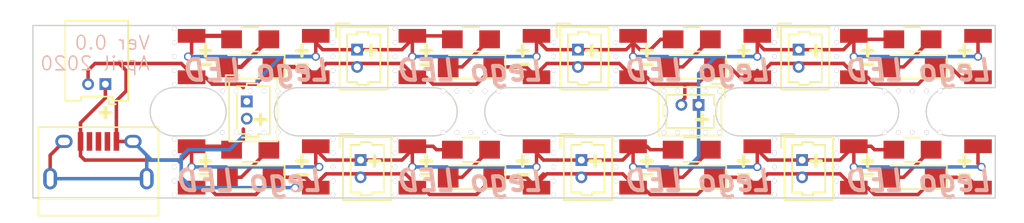
<source format=kicad_pcb>
(kicad_pcb (version 4) (host pcbnew 4.0.6)

  (general
    (links 78)
    (no_connects 2)
    (area 136.199999 74.699999 206.050001 87.300001)
    (thickness 1.6)
    (drawings 246)
    (tracks 289)
    (zones 0)
    (modules 80)
    (nets 14)
  )

  (page A4)
  (layers
    (0 F.Cu signal)
    (31 B.Cu signal)
    (32 B.Adhes user)
    (33 F.Adhes user)
    (34 B.Paste user)
    (35 F.Paste user)
    (36 B.SilkS user)
    (37 F.SilkS user)
    (38 B.Mask user)
    (39 F.Mask user)
    (40 Dwgs.User user)
    (41 Cmts.User user)
    (42 Eco1.User user)
    (43 Eco2.User user)
    (44 Edge.Cuts user)
    (45 Margin user)
    (46 B.CrtYd user hide)
    (47 F.CrtYd user)
    (48 B.Fab user)
    (49 F.Fab user hide)
  )

  (setup
    (last_trace_width 0.254)
    (user_trace_width 0.254)
    (user_trace_width 0.3048)
    (user_trace_width 0.4064)
    (user_trace_width 0.6096)
    (trace_clearance 0.2)
    (zone_clearance 0.508)
    (zone_45_only no)
    (trace_min 0.2)
    (segment_width 0.2)
    (edge_width 0.1)
    (via_size 0.6)
    (via_drill 0.4)
    (via_min_size 0.4)
    (via_min_drill 0.3)
    (uvia_size 0.3)
    (uvia_drill 0.1)
    (uvias_allowed no)
    (uvia_min_size 0.2)
    (uvia_min_drill 0.1)
    (pcb_text_width 0.3)
    (pcb_text_size 1.5 1.5)
    (mod_edge_width 0.15)
    (mod_text_size 1 1)
    (mod_text_width 0.15)
    (pad_size 4.8768 4.8768)
    (pad_drill 4.8768)
    (pad_to_mask_clearance 0)
    (aux_axis_origin 0 0)
    (visible_elements 7FFFFFFF)
    (pcbplotparams
      (layerselection 0x010f0_80000001)
      (usegerberextensions false)
      (excludeedgelayer true)
      (linewidth 0.100000)
      (plotframeref false)
      (viasonmask false)
      (mode 1)
      (useauxorigin false)
      (hpglpennumber 1)
      (hpglpenspeed 20)
      (hpglpendiameter 15)
      (hpglpenoverlay 2)
      (psnegative false)
      (psa4output false)
      (plotreference true)
      (plotvalue true)
      (plotinvisibletext false)
      (padsonsilk false)
      (subtractmaskfromsilk false)
      (outputformat 1)
      (mirror false)
      (drillshape 0)
      (scaleselection 1)
      (outputdirectory gerber/))
  )

  (net 0 "")
  (net 1 "Net-(D2-Pad2)")
  (net 2 "Net-(D12-Pad1)")
  (net 3 "Net-(D12-Pad2)")
  (net 4 "Net-(D22-Pad2)")
  (net 5 "Net-(D32-Pad2)")
  (net 6 "Net-(J1-Pad1)")
  (net 7 "Net-(D42-Pad2)")
  (net 8 "Net-(D52-Pad2)")
  (net 9 "Net-(D62-Pad2)")
  (net 10 "Net-(D72-Pad2)")
  (net 11 "Net-(J10-Pad2)")
  (net 12 "Net-(J10-Pad3)")
  (net 13 "Net-(J10-Pad4)")

  (net_class Default "This is the default net class."
    (clearance 0.2)
    (trace_width 0.25)
    (via_dia 0.6)
    (via_drill 0.4)
    (uvia_dia 0.3)
    (uvia_drill 0.1)
    (add_net "Net-(D12-Pad1)")
    (add_net "Net-(D12-Pad2)")
    (add_net "Net-(D2-Pad2)")
    (add_net "Net-(D22-Pad2)")
    (add_net "Net-(D32-Pad2)")
    (add_net "Net-(D42-Pad2)")
    (add_net "Net-(D52-Pad2)")
    (add_net "Net-(D62-Pad2)")
    (add_net "Net-(D72-Pad2)")
    (add_net "Net-(J1-Pad1)")
    (add_net "Net-(J10-Pad2)")
    (add_net "Net-(J10-Pad3)")
    (add_net "Net-(J10-Pad4)")
  )

  (module beetje_footprints:MOUSEBITEx5 (layer F.Cu) (tedit 5E9F49AE) (tstamp 5EA052CE)
    (at 146.5 85 90)
    (descr "module 1 pin (ou trou mecanique de percage)")
    (tags DEV)
    (fp_text reference REF** (at 0 0 90) (layer F.SilkS) hide
      (effects (font (size 0.254 0.254) (thickness 0.0254)))
    )
    (fp_text value 1pin (at 0.254 0 90) (layer F.Fab)
      (effects (font (size 0.254 0.254) (thickness 0.0254)))
    )
    (pad 1 thru_hole circle (at 2.016 0 90) (size 0.3302 0.3302) (drill 0.3302) (layers *.Cu))
    (pad 1 thru_hole circle (at -2.016 0 90) (size 0.3302 0.3302) (drill 0.3302) (layers *.Cu))
    (pad 1 thru_hole circle (at -1.016 0 90) (size 0.3302 0.3302) (drill 0.3302) (layers *.Cu))
    (pad 1 thru_hole circle (at 1.016 0 90) (size 0.3302 0.3302) (drill 0.3302) (layers *.Cu))
    (pad 1 thru_hole circle (at 0 0 90) (size 0.3302 0.3302) (drill 0.3302) (layers *.Cu))
  )

  (module beetje_footprints:MOUSEBITEx5 (layer F.Cu) (tedit 5E9F49AE) (tstamp 5EA052D8)
    (at 146.5 77 90)
    (descr "module 1 pin (ou trou mecanique de percage)")
    (tags DEV)
    (fp_text reference REF** (at 0 0 90) (layer F.SilkS) hide
      (effects (font (size 0.254 0.254) (thickness 0.0254)))
    )
    (fp_text value 1pin (at 0.254 0 90) (layer F.Fab)
      (effects (font (size 0.254 0.254) (thickness 0.0254)))
    )
    (pad 1 thru_hole circle (at 2.016 0 90) (size 0.3302 0.3302) (drill 0.3302) (layers *.Cu))
    (pad 1 thru_hole circle (at -2.016 0 90) (size 0.3302 0.3302) (drill 0.3302) (layers *.Cu))
    (pad 1 thru_hole circle (at -1.016 0 90) (size 0.3302 0.3302) (drill 0.3302) (layers *.Cu))
    (pad 1 thru_hole circle (at 1.016 0 90) (size 0.3302 0.3302) (drill 0.3302) (layers *.Cu))
    (pad 1 thru_hole circle (at 0 0 90) (size 0.3302 0.3302) (drill 0.3302) (layers *.Cu))
  )

  (module Connectors_Molex:Molex_PicoBlade_53047-0210_02x1.25mm_Straight (layer F.Cu) (tedit 5E9F65F9) (tstamp 5E9F03D6)
    (at 151.75 80.25 270)
    (descr "Molex PicoBlade, single row, top entry type, through hole, PN:53047-0210")
    (tags "connector molex picoblade")
    (path /5E9F7D41)
    (fp_text reference J2 (at 0.5 -1.25 270) (layer F.SilkS) hide
      (effects (font (size 1 1) (thickness 0.15)))
    )
    (fp_text value CONN_01X02 (at 0.625 -3.25 270) (layer F.Fab)
      (effects (font (size 1 1) (thickness 0.15)))
    )
    (fp_line (start -2 -2.55) (end -2 1.6) (layer F.CrtYd) (width 0.05))
    (fp_line (start -2 1.6) (end 3.25 1.6) (layer F.CrtYd) (width 0.05))
    (fp_line (start 3.25 1.6) (end 3.25 -2.55) (layer F.CrtYd) (width 0.05))
    (fp_line (start 3.25 -2.55) (end -2 -2.55) (layer F.CrtYd) (width 0.05))
    (fp_line (start -1.5 -2.075) (end -1.5 1.125) (layer F.Fab) (width 0.1))
    (fp_line (start -1.5 1.125) (end 2.75 1.125) (layer F.Fab) (width 0.1))
    (fp_line (start 2.75 1.125) (end 2.75 -2.075) (layer F.Fab) (width 0.1))
    (fp_line (start 2.75 -2.075) (end -1.5 -2.075) (layer F.Fab) (width 0.1))
    (fp_line (start -1.65 -2.225) (end -1.65 1.275) (layer F.SilkS) (width 0.12))
    (fp_line (start -1.65 1.275) (end 2.9 1.275) (layer F.SilkS) (width 0.12))
    (fp_line (start 2.9 1.275) (end 2.9 -2.225) (layer F.SilkS) (width 0.12))
    (fp_line (start 2.9 -2.225) (end -1.65 -2.225) (layer F.SilkS) (width 0.12))
    (fp_line (start 0.625 0.725) (end -1.1 0.725) (layer F.SilkS) (width 0.12))
    (fp_line (start -1.1 0.725) (end -1.1 0) (layer F.SilkS) (width 0.12))
    (fp_line (start -1.1 0) (end -1.3 0) (layer F.SilkS) (width 0.12))
    (fp_line (start -1.3 0) (end -1.3 -0.8) (layer F.SilkS) (width 0.12))
    (fp_line (start -1.3 -0.8) (end -1.1 -0.8) (layer F.SilkS) (width 0.12))
    (fp_line (start -1.1 -0.8) (end -1.1 -1.675) (layer F.SilkS) (width 0.12))
    (fp_line (start -1.1 -1.675) (end 0.625 -1.675) (layer F.SilkS) (width 0.12))
    (fp_line (start 0.625 0.725) (end 2.35 0.725) (layer F.SilkS) (width 0.12))
    (fp_line (start 2.35 0.725) (end 2.35 0) (layer F.SilkS) (width 0.12))
    (fp_line (start 2.35 0) (end 2.55 0) (layer F.SilkS) (width 0.12))
    (fp_line (start 2.55 0) (end 2.55 -0.8) (layer F.SilkS) (width 0.12))
    (fp_line (start 2.55 -0.8) (end 2.35 -0.8) (layer F.SilkS) (width 0.12))
    (fp_line (start 2.35 -0.8) (end 2.35 -1.675) (layer F.SilkS) (width 0.12))
    (fp_line (start 2.35 -1.675) (end 0.625 -1.675) (layer F.SilkS) (width 0.12))
    (fp_line (start -1.9 1.525) (end -1.9 0.525) (layer F.SilkS) (width 0.12))
    (fp_line (start -1.9 1.525) (end -0.9 1.525) (layer F.SilkS) (width 0.12))
    (fp_text user %R (at 0.625 -1.25 270) (layer F.Fab)
      (effects (font (size 1 1) (thickness 0.15)))
    )
    (pad 1 thru_hole rect (at 0 0 270) (size 0.85 0.85) (drill 0.5) (layers *.Cu *.Mask)
      (net 6 "Net-(J1-Pad1)"))
    (pad 2 thru_hole circle (at 1.25 0 270) (size 0.85 0.85) (drill 0.5) (layers *.Cu *.Mask)
      (net 2 "Net-(D12-Pad1)"))
    (model ${KISYS3DMOD}/Connectors_Molex.3dshapes/Molex_PicoBlade_53047-0210_02x1.25mm_Straight.wrl
      (at (xyz 0 0 0))
      (scale (xyz 1 1 1))
      (rotate (xyz 0 0 0))
    )
  )

  (module Connectors_Molex:Molex_PicoBlade_53047-0210_02x1.25mm_Straight (layer F.Cu) (tedit 5E9F65FF) (tstamp 5E9F656E)
    (at 159.75 76.5 270)
    (descr "Molex PicoBlade, single row, top entry type, through hole, PN:53047-0210")
    (tags "connector molex picoblade")
    (path /5E9F6E48)
    (fp_text reference J1 (at 0.75 -1.25 270) (layer F.SilkS) hide
      (effects (font (size 1 1) (thickness 0.15)))
    )
    (fp_text value CONN_01X02 (at 0.625 -3.25 270) (layer F.Fab)
      (effects (font (size 1 1) (thickness 0.15)))
    )
    (fp_line (start -2 -2.55) (end -2 1.6) (layer F.CrtYd) (width 0.05))
    (fp_line (start -2 1.6) (end 3.25 1.6) (layer F.CrtYd) (width 0.05))
    (fp_line (start 3.25 1.6) (end 3.25 -2.55) (layer F.CrtYd) (width 0.05))
    (fp_line (start 3.25 -2.55) (end -2 -2.55) (layer F.CrtYd) (width 0.05))
    (fp_line (start -1.5 -2.075) (end -1.5 1.125) (layer F.Fab) (width 0.1))
    (fp_line (start -1.5 1.125) (end 2.75 1.125) (layer F.Fab) (width 0.1))
    (fp_line (start 2.75 1.125) (end 2.75 -2.075) (layer F.Fab) (width 0.1))
    (fp_line (start 2.75 -2.075) (end -1.5 -2.075) (layer F.Fab) (width 0.1))
    (fp_line (start -1.65 -2.225) (end -1.65 1.275) (layer F.SilkS) (width 0.12))
    (fp_line (start -1.65 1.275) (end 2.9 1.275) (layer F.SilkS) (width 0.12))
    (fp_line (start 2.9 1.275) (end 2.9 -2.225) (layer F.SilkS) (width 0.12))
    (fp_line (start 2.9 -2.225) (end -1.65 -2.225) (layer F.SilkS) (width 0.12))
    (fp_line (start 0.625 0.725) (end -1.1 0.725) (layer F.SilkS) (width 0.12))
    (fp_line (start -1.1 0.725) (end -1.1 0) (layer F.SilkS) (width 0.12))
    (fp_line (start -1.1 0) (end -1.3 0) (layer F.SilkS) (width 0.12))
    (fp_line (start -1.3 0) (end -1.3 -0.8) (layer F.SilkS) (width 0.12))
    (fp_line (start -1.3 -0.8) (end -1.1 -0.8) (layer F.SilkS) (width 0.12))
    (fp_line (start -1.1 -0.8) (end -1.1 -1.675) (layer F.SilkS) (width 0.12))
    (fp_line (start -1.1 -1.675) (end 0.625 -1.675) (layer F.SilkS) (width 0.12))
    (fp_line (start 0.625 0.725) (end 2.35 0.725) (layer F.SilkS) (width 0.12))
    (fp_line (start 2.35 0.725) (end 2.35 0) (layer F.SilkS) (width 0.12))
    (fp_line (start 2.35 0) (end 2.55 0) (layer F.SilkS) (width 0.12))
    (fp_line (start 2.55 0) (end 2.55 -0.8) (layer F.SilkS) (width 0.12))
    (fp_line (start 2.55 -0.8) (end 2.35 -0.8) (layer F.SilkS) (width 0.12))
    (fp_line (start 2.35 -0.8) (end 2.35 -1.675) (layer F.SilkS) (width 0.12))
    (fp_line (start 2.35 -1.675) (end 0.625 -1.675) (layer F.SilkS) (width 0.12))
    (fp_line (start -1.9 1.525) (end -1.9 0.525) (layer F.SilkS) (width 0.12))
    (fp_line (start -1.9 1.525) (end -0.9 1.525) (layer F.SilkS) (width 0.12))
    (fp_text user %R (at 0.625 -1.25 270) (layer F.Fab)
      (effects (font (size 1 1) (thickness 0.15)))
    )
    (pad 1 thru_hole rect (at 0 0 270) (size 0.85 0.85) (drill 0.5) (layers *.Cu *.Mask)
      (net 6 "Net-(J1-Pad1)"))
    (pad 2 thru_hole circle (at 1.25 0 270) (size 0.85 0.85) (drill 0.5) (layers *.Cu *.Mask)
      (net 2 "Net-(D12-Pad1)"))
    (model ${KISYS3DMOD}/Connectors_Molex.3dshapes/Molex_PicoBlade_53047-0210_02x1.25mm_Straight.wrl
      (at (xyz 0 0 0))
      (scale (xyz 1 1 1))
      (rotate (xyz 0 0 0))
    )
  )

  (module Connectors_Molex:Molex_PicoBlade_53047-0210_02x1.25mm_Straight (layer F.Cu) (tedit 5E9F6DA6) (tstamp 5E9F66C1)
    (at 191.75 76.5 270)
    (descr "Molex PicoBlade, single row, top entry type, through hole, PN:53047-0210")
    (tags "connector molex picoblade")
    (path /5E9FF934)
    (fp_text reference J8 (at 0.75 -1.25 270) (layer F.SilkS) hide
      (effects (font (size 1 1) (thickness 0.15)))
    )
    (fp_text value CONN_01X02 (at 0.625 -3.25 270) (layer F.Fab)
      (effects (font (size 1 1) (thickness 0.15)))
    )
    (fp_line (start -2 -2.55) (end -2 1.6) (layer F.CrtYd) (width 0.05))
    (fp_line (start -2 1.6) (end 3.25 1.6) (layer F.CrtYd) (width 0.05))
    (fp_line (start 3.25 1.6) (end 3.25 -2.55) (layer F.CrtYd) (width 0.05))
    (fp_line (start 3.25 -2.55) (end -2 -2.55) (layer F.CrtYd) (width 0.05))
    (fp_line (start -1.5 -2.075) (end -1.5 1.125) (layer F.Fab) (width 0.1))
    (fp_line (start -1.5 1.125) (end 2.75 1.125) (layer F.Fab) (width 0.1))
    (fp_line (start 2.75 1.125) (end 2.75 -2.075) (layer F.Fab) (width 0.1))
    (fp_line (start 2.75 -2.075) (end -1.5 -2.075) (layer F.Fab) (width 0.1))
    (fp_line (start -1.65 -2.225) (end -1.65 1.275) (layer F.SilkS) (width 0.12))
    (fp_line (start -1.65 1.275) (end 2.9 1.275) (layer F.SilkS) (width 0.12))
    (fp_line (start 2.9 1.275) (end 2.9 -2.225) (layer F.SilkS) (width 0.12))
    (fp_line (start 2.9 -2.225) (end -1.65 -2.225) (layer F.SilkS) (width 0.12))
    (fp_line (start 0.625 0.725) (end -1.1 0.725) (layer F.SilkS) (width 0.12))
    (fp_line (start -1.1 0.725) (end -1.1 0) (layer F.SilkS) (width 0.12))
    (fp_line (start -1.1 0) (end -1.3 0) (layer F.SilkS) (width 0.12))
    (fp_line (start -1.3 0) (end -1.3 -0.8) (layer F.SilkS) (width 0.12))
    (fp_line (start -1.3 -0.8) (end -1.1 -0.8) (layer F.SilkS) (width 0.12))
    (fp_line (start -1.1 -0.8) (end -1.1 -1.675) (layer F.SilkS) (width 0.12))
    (fp_line (start -1.1 -1.675) (end 0.625 -1.675) (layer F.SilkS) (width 0.12))
    (fp_line (start 0.625 0.725) (end 2.35 0.725) (layer F.SilkS) (width 0.12))
    (fp_line (start 2.35 0.725) (end 2.35 0) (layer F.SilkS) (width 0.12))
    (fp_line (start 2.35 0) (end 2.55 0) (layer F.SilkS) (width 0.12))
    (fp_line (start 2.55 0) (end 2.55 -0.8) (layer F.SilkS) (width 0.12))
    (fp_line (start 2.55 -0.8) (end 2.35 -0.8) (layer F.SilkS) (width 0.12))
    (fp_line (start 2.35 -0.8) (end 2.35 -1.675) (layer F.SilkS) (width 0.12))
    (fp_line (start 2.35 -1.675) (end 0.625 -1.675) (layer F.SilkS) (width 0.12))
    (fp_line (start -1.9 1.525) (end -1.9 0.525) (layer F.SilkS) (width 0.12))
    (fp_line (start -1.9 1.525) (end -0.9 1.525) (layer F.SilkS) (width 0.12))
    (fp_text user %R (at 0.625 -1.25 270) (layer F.Fab)
      (effects (font (size 1 1) (thickness 0.15)))
    )
    (pad 1 thru_hole rect (at 0 0 270) (size 0.85 0.85) (drill 0.5) (layers *.Cu *.Mask)
      (net 6 "Net-(J1-Pad1)"))
    (pad 2 thru_hole circle (at 1.25 0 270) (size 0.85 0.85) (drill 0.5) (layers *.Cu *.Mask)
      (net 2 "Net-(D12-Pad1)"))
    (model ${KISYS3DMOD}/Connectors_Molex.3dshapes/Molex_PicoBlade_53047-0210_02x1.25mm_Straight.wrl
      (at (xyz 0 0 0))
      (scale (xyz 1 1 1))
      (rotate (xyz 0 0 0))
    )
  )

  (module Connectors_Molex:Molex_PicoBlade_53047-0210_02x1.25mm_Straight (layer F.Cu) (tedit 5E9F6D45) (tstamp 5E9F6813)
    (at 184.5 80.5 180)
    (descr "Molex PicoBlade, single row, top entry type, through hole, PN:53047-0210")
    (tags "connector molex picoblade")
    (path /5E9FF608)
    (fp_text reference J6 (at 0.5 -1.25 180) (layer F.SilkS) hide
      (effects (font (size 1 1) (thickness 0.15)))
    )
    (fp_text value CONN_01X02 (at 0.625 -3.25 180) (layer F.Fab)
      (effects (font (size 1 1) (thickness 0.15)))
    )
    (fp_line (start -2 -2.55) (end -2 1.6) (layer F.CrtYd) (width 0.05))
    (fp_line (start -2 1.6) (end 3.25 1.6) (layer F.CrtYd) (width 0.05))
    (fp_line (start 3.25 1.6) (end 3.25 -2.55) (layer F.CrtYd) (width 0.05))
    (fp_line (start 3.25 -2.55) (end -2 -2.55) (layer F.CrtYd) (width 0.05))
    (fp_line (start -1.5 -2.075) (end -1.5 1.125) (layer F.Fab) (width 0.1))
    (fp_line (start -1.5 1.125) (end 2.75 1.125) (layer F.Fab) (width 0.1))
    (fp_line (start 2.75 1.125) (end 2.75 -2.075) (layer F.Fab) (width 0.1))
    (fp_line (start 2.75 -2.075) (end -1.5 -2.075) (layer F.Fab) (width 0.1))
    (fp_line (start -1.65 -2.225) (end -1.65 1.275) (layer F.SilkS) (width 0.12))
    (fp_line (start -1.65 1.275) (end 2.9 1.275) (layer F.SilkS) (width 0.12))
    (fp_line (start 2.9 1.275) (end 2.9 -2.225) (layer F.SilkS) (width 0.12))
    (fp_line (start 2.9 -2.225) (end -1.65 -2.225) (layer F.SilkS) (width 0.12))
    (fp_line (start 0.625 0.725) (end -1.1 0.725) (layer F.SilkS) (width 0.12))
    (fp_line (start -1.1 0.725) (end -1.1 0) (layer F.SilkS) (width 0.12))
    (fp_line (start -1.1 0) (end -1.3 0) (layer F.SilkS) (width 0.12))
    (fp_line (start -1.3 0) (end -1.3 -0.8) (layer F.SilkS) (width 0.12))
    (fp_line (start -1.3 -0.8) (end -1.1 -0.8) (layer F.SilkS) (width 0.12))
    (fp_line (start -1.1 -0.8) (end -1.1 -1.675) (layer F.SilkS) (width 0.12))
    (fp_line (start -1.1 -1.675) (end 0.625 -1.675) (layer F.SilkS) (width 0.12))
    (fp_line (start 0.625 0.725) (end 2.35 0.725) (layer F.SilkS) (width 0.12))
    (fp_line (start 2.35 0.725) (end 2.35 0) (layer F.SilkS) (width 0.12))
    (fp_line (start 2.35 0) (end 2.55 0) (layer F.SilkS) (width 0.12))
    (fp_line (start 2.55 0) (end 2.55 -0.8) (layer F.SilkS) (width 0.12))
    (fp_line (start 2.55 -0.8) (end 2.35 -0.8) (layer F.SilkS) (width 0.12))
    (fp_line (start 2.35 -0.8) (end 2.35 -1.675) (layer F.SilkS) (width 0.12))
    (fp_line (start 2.35 -1.675) (end 0.625 -1.675) (layer F.SilkS) (width 0.12))
    (fp_line (start -1.9 1.525) (end -1.9 0.525) (layer F.SilkS) (width 0.12))
    (fp_line (start -1.9 1.525) (end -0.9 1.525) (layer F.SilkS) (width 0.12))
    (fp_text user %R (at 0.625 -1.25 180) (layer F.Fab)
      (effects (font (size 1 1) (thickness 0.15)))
    )
    (pad 1 thru_hole rect (at 0 0 180) (size 0.85 0.85) (drill 0.5) (layers *.Cu *.Mask)
      (net 6 "Net-(J1-Pad1)"))
    (pad 2 thru_hole circle (at 1.25 0 180) (size 0.85 0.85) (drill 0.5) (layers *.Cu *.Mask)
      (net 2 "Net-(D12-Pad1)"))
    (model ${KISYS3DMOD}/Connectors_Molex.3dshapes/Molex_PicoBlade_53047-0210_02x1.25mm_Straight.wrl
      (at (xyz 0 0 0))
      (scale (xyz 1 1 1))
      (rotate (xyz 0 0 0))
    )
  )

  (module Connectors_Molex:Molex_PicoBlade_53047-0210_02x1.25mm_Straight (layer F.Cu) (tedit 5E9F6D22) (tstamp 5E9F692A)
    (at 160 84.5 270)
    (descr "Molex PicoBlade, single row, top entry type, through hole, PN:53047-0210")
    (tags "connector molex picoblade")
    (path /5E9F8A93)
    (fp_text reference J3 (at 0.75 -1.25 270) (layer F.SilkS) hide
      (effects (font (size 1 1) (thickness 0.15)))
    )
    (fp_text value CONN_01X02 (at 0.625 -3.25 270) (layer F.Fab)
      (effects (font (size 1 1) (thickness 0.15)))
    )
    (fp_line (start -2 -2.55) (end -2 1.6) (layer F.CrtYd) (width 0.05))
    (fp_line (start -2 1.6) (end 3.25 1.6) (layer F.CrtYd) (width 0.05))
    (fp_line (start 3.25 1.6) (end 3.25 -2.55) (layer F.CrtYd) (width 0.05))
    (fp_line (start 3.25 -2.55) (end -2 -2.55) (layer F.CrtYd) (width 0.05))
    (fp_line (start -1.5 -2.075) (end -1.5 1.125) (layer F.Fab) (width 0.1))
    (fp_line (start -1.5 1.125) (end 2.75 1.125) (layer F.Fab) (width 0.1))
    (fp_line (start 2.75 1.125) (end 2.75 -2.075) (layer F.Fab) (width 0.1))
    (fp_line (start 2.75 -2.075) (end -1.5 -2.075) (layer F.Fab) (width 0.1))
    (fp_line (start -1.65 -2.225) (end -1.65 1.275) (layer F.SilkS) (width 0.12))
    (fp_line (start -1.65 1.275) (end 2.9 1.275) (layer F.SilkS) (width 0.12))
    (fp_line (start 2.9 1.275) (end 2.9 -2.225) (layer F.SilkS) (width 0.12))
    (fp_line (start 2.9 -2.225) (end -1.65 -2.225) (layer F.SilkS) (width 0.12))
    (fp_line (start 0.625 0.725) (end -1.1 0.725) (layer F.SilkS) (width 0.12))
    (fp_line (start -1.1 0.725) (end -1.1 0) (layer F.SilkS) (width 0.12))
    (fp_line (start -1.1 0) (end -1.3 0) (layer F.SilkS) (width 0.12))
    (fp_line (start -1.3 0) (end -1.3 -0.8) (layer F.SilkS) (width 0.12))
    (fp_line (start -1.3 -0.8) (end -1.1 -0.8) (layer F.SilkS) (width 0.12))
    (fp_line (start -1.1 -0.8) (end -1.1 -1.675) (layer F.SilkS) (width 0.12))
    (fp_line (start -1.1 -1.675) (end 0.625 -1.675) (layer F.SilkS) (width 0.12))
    (fp_line (start 0.625 0.725) (end 2.35 0.725) (layer F.SilkS) (width 0.12))
    (fp_line (start 2.35 0.725) (end 2.35 0) (layer F.SilkS) (width 0.12))
    (fp_line (start 2.35 0) (end 2.55 0) (layer F.SilkS) (width 0.12))
    (fp_line (start 2.55 0) (end 2.55 -0.8) (layer F.SilkS) (width 0.12))
    (fp_line (start 2.55 -0.8) (end 2.35 -0.8) (layer F.SilkS) (width 0.12))
    (fp_line (start 2.35 -0.8) (end 2.35 -1.675) (layer F.SilkS) (width 0.12))
    (fp_line (start 2.35 -1.675) (end 0.625 -1.675) (layer F.SilkS) (width 0.12))
    (fp_line (start -1.9 1.525) (end -1.9 0.525) (layer F.SilkS) (width 0.12))
    (fp_line (start -1.9 1.525) (end -0.9 1.525) (layer F.SilkS) (width 0.12))
    (fp_text user %R (at 0.625 -1.25 270) (layer F.Fab)
      (effects (font (size 1 1) (thickness 0.15)))
    )
    (pad 1 thru_hole rect (at 0 0 270) (size 0.85 0.85) (drill 0.5) (layers *.Cu *.Mask)
      (net 6 "Net-(J1-Pad1)"))
    (pad 2 thru_hole circle (at 1.25 0 270) (size 0.85 0.85) (drill 0.5) (layers *.Cu *.Mask)
      (net 2 "Net-(D12-Pad1)"))
    (model ${KISYS3DMOD}/Connectors_Molex.3dshapes/Molex_PicoBlade_53047-0210_02x1.25mm_Straight.wrl
      (at (xyz 0 0 0))
      (scale (xyz 1 1 1))
      (rotate (xyz 0 0 0))
    )
  )

  (module Connectors_Molex:Molex_PicoBlade_53047-0210_02x1.25mm_Straight (layer F.Cu) (tedit 5E9F6D4C) (tstamp 5E9F694D)
    (at 192 84.5 270)
    (descr "Molex PicoBlade, single row, top entry type, through hole, PN:53047-0210")
    (tags "connector molex picoblade")
    (path /5E9FF6CC)
    (fp_text reference J7 (at 0.75 -1.25 270) (layer F.SilkS) hide
      (effects (font (size 1 1) (thickness 0.15)))
    )
    (fp_text value CONN_01X02 (at 0.625 -3.25 270) (layer F.Fab)
      (effects (font (size 1 1) (thickness 0.15)))
    )
    (fp_line (start -2 -2.55) (end -2 1.6) (layer F.CrtYd) (width 0.05))
    (fp_line (start -2 1.6) (end 3.25 1.6) (layer F.CrtYd) (width 0.05))
    (fp_line (start 3.25 1.6) (end 3.25 -2.55) (layer F.CrtYd) (width 0.05))
    (fp_line (start 3.25 -2.55) (end -2 -2.55) (layer F.CrtYd) (width 0.05))
    (fp_line (start -1.5 -2.075) (end -1.5 1.125) (layer F.Fab) (width 0.1))
    (fp_line (start -1.5 1.125) (end 2.75 1.125) (layer F.Fab) (width 0.1))
    (fp_line (start 2.75 1.125) (end 2.75 -2.075) (layer F.Fab) (width 0.1))
    (fp_line (start 2.75 -2.075) (end -1.5 -2.075) (layer F.Fab) (width 0.1))
    (fp_line (start -1.65 -2.225) (end -1.65 1.275) (layer F.SilkS) (width 0.12))
    (fp_line (start -1.65 1.275) (end 2.9 1.275) (layer F.SilkS) (width 0.12))
    (fp_line (start 2.9 1.275) (end 2.9 -2.225) (layer F.SilkS) (width 0.12))
    (fp_line (start 2.9 -2.225) (end -1.65 -2.225) (layer F.SilkS) (width 0.12))
    (fp_line (start 0.625 0.725) (end -1.1 0.725) (layer F.SilkS) (width 0.12))
    (fp_line (start -1.1 0.725) (end -1.1 0) (layer F.SilkS) (width 0.12))
    (fp_line (start -1.1 0) (end -1.3 0) (layer F.SilkS) (width 0.12))
    (fp_line (start -1.3 0) (end -1.3 -0.8) (layer F.SilkS) (width 0.12))
    (fp_line (start -1.3 -0.8) (end -1.1 -0.8) (layer F.SilkS) (width 0.12))
    (fp_line (start -1.1 -0.8) (end -1.1 -1.675) (layer F.SilkS) (width 0.12))
    (fp_line (start -1.1 -1.675) (end 0.625 -1.675) (layer F.SilkS) (width 0.12))
    (fp_line (start 0.625 0.725) (end 2.35 0.725) (layer F.SilkS) (width 0.12))
    (fp_line (start 2.35 0.725) (end 2.35 0) (layer F.SilkS) (width 0.12))
    (fp_line (start 2.35 0) (end 2.55 0) (layer F.SilkS) (width 0.12))
    (fp_line (start 2.55 0) (end 2.55 -0.8) (layer F.SilkS) (width 0.12))
    (fp_line (start 2.55 -0.8) (end 2.35 -0.8) (layer F.SilkS) (width 0.12))
    (fp_line (start 2.35 -0.8) (end 2.35 -1.675) (layer F.SilkS) (width 0.12))
    (fp_line (start 2.35 -1.675) (end 0.625 -1.675) (layer F.SilkS) (width 0.12))
    (fp_line (start -1.9 1.525) (end -1.9 0.525) (layer F.SilkS) (width 0.12))
    (fp_line (start -1.9 1.525) (end -0.9 1.525) (layer F.SilkS) (width 0.12))
    (fp_text user %R (at 0.625 -1.25 270) (layer F.Fab)
      (effects (font (size 1 1) (thickness 0.15)))
    )
    (pad 1 thru_hole rect (at 0 0 270) (size 0.85 0.85) (drill 0.5) (layers *.Cu *.Mask)
      (net 6 "Net-(J1-Pad1)"))
    (pad 2 thru_hole circle (at 1.25 0 270) (size 0.85 0.85) (drill 0.5) (layers *.Cu *.Mask)
      (net 2 "Net-(D12-Pad1)"))
    (model ${KISYS3DMOD}/Connectors_Molex.3dshapes/Molex_PicoBlade_53047-0210_02x1.25mm_Straight.wrl
      (at (xyz 0 0 0))
      (scale (xyz 1 1 1))
      (rotate (xyz 0 0 0))
    )
  )

  (module Connectors_Molex:Molex_PicoBlade_53047-0210_02x1.25mm_Straight (layer F.Cu) (tedit 5E9F6D37) (tstamp 5E9F6970)
    (at 175.75 76.5 270)
    (descr "Molex PicoBlade, single row, top entry type, through hole, PN:53047-0210")
    (tags "connector molex picoblade")
    (path /5E9F8A9D)
    (fp_text reference J4 (at 0.5 -1.25 270) (layer F.SilkS) hide
      (effects (font (size 1 1) (thickness 0.15)))
    )
    (fp_text value CONN_01X02 (at 0.625 -3.25 270) (layer F.Fab)
      (effects (font (size 1 1) (thickness 0.15)))
    )
    (fp_line (start -2 -2.55) (end -2 1.6) (layer F.CrtYd) (width 0.05))
    (fp_line (start -2 1.6) (end 3.25 1.6) (layer F.CrtYd) (width 0.05))
    (fp_line (start 3.25 1.6) (end 3.25 -2.55) (layer F.CrtYd) (width 0.05))
    (fp_line (start 3.25 -2.55) (end -2 -2.55) (layer F.CrtYd) (width 0.05))
    (fp_line (start -1.5 -2.075) (end -1.5 1.125) (layer F.Fab) (width 0.1))
    (fp_line (start -1.5 1.125) (end 2.75 1.125) (layer F.Fab) (width 0.1))
    (fp_line (start 2.75 1.125) (end 2.75 -2.075) (layer F.Fab) (width 0.1))
    (fp_line (start 2.75 -2.075) (end -1.5 -2.075) (layer F.Fab) (width 0.1))
    (fp_line (start -1.65 -2.225) (end -1.65 1.275) (layer F.SilkS) (width 0.12))
    (fp_line (start -1.65 1.275) (end 2.9 1.275) (layer F.SilkS) (width 0.12))
    (fp_line (start 2.9 1.275) (end 2.9 -2.225) (layer F.SilkS) (width 0.12))
    (fp_line (start 2.9 -2.225) (end -1.65 -2.225) (layer F.SilkS) (width 0.12))
    (fp_line (start 0.625 0.725) (end -1.1 0.725) (layer F.SilkS) (width 0.12))
    (fp_line (start -1.1 0.725) (end -1.1 0) (layer F.SilkS) (width 0.12))
    (fp_line (start -1.1 0) (end -1.3 0) (layer F.SilkS) (width 0.12))
    (fp_line (start -1.3 0) (end -1.3 -0.8) (layer F.SilkS) (width 0.12))
    (fp_line (start -1.3 -0.8) (end -1.1 -0.8) (layer F.SilkS) (width 0.12))
    (fp_line (start -1.1 -0.8) (end -1.1 -1.675) (layer F.SilkS) (width 0.12))
    (fp_line (start -1.1 -1.675) (end 0.625 -1.675) (layer F.SilkS) (width 0.12))
    (fp_line (start 0.625 0.725) (end 2.35 0.725) (layer F.SilkS) (width 0.12))
    (fp_line (start 2.35 0.725) (end 2.35 0) (layer F.SilkS) (width 0.12))
    (fp_line (start 2.35 0) (end 2.55 0) (layer F.SilkS) (width 0.12))
    (fp_line (start 2.55 0) (end 2.55 -0.8) (layer F.SilkS) (width 0.12))
    (fp_line (start 2.55 -0.8) (end 2.35 -0.8) (layer F.SilkS) (width 0.12))
    (fp_line (start 2.35 -0.8) (end 2.35 -1.675) (layer F.SilkS) (width 0.12))
    (fp_line (start 2.35 -1.675) (end 0.625 -1.675) (layer F.SilkS) (width 0.12))
    (fp_line (start -1.9 1.525) (end -1.9 0.525) (layer F.SilkS) (width 0.12))
    (fp_line (start -1.9 1.525) (end -0.9 1.525) (layer F.SilkS) (width 0.12))
    (fp_text user %R (at 0.625 -1.25 270) (layer F.Fab)
      (effects (font (size 1 1) (thickness 0.15)))
    )
    (pad 1 thru_hole rect (at 0 0 270) (size 0.85 0.85) (drill 0.5) (layers *.Cu *.Mask)
      (net 6 "Net-(J1-Pad1)"))
    (pad 2 thru_hole circle (at 1.25 0 270) (size 0.85 0.85) (drill 0.5) (layers *.Cu *.Mask)
      (net 2 "Net-(D12-Pad1)"))
    (model ${KISYS3DMOD}/Connectors_Molex.3dshapes/Molex_PicoBlade_53047-0210_02x1.25mm_Straight.wrl
      (at (xyz 0 0 0))
      (scale (xyz 1 1 1))
      (rotate (xyz 0 0 0))
    )
  )

  (module Connectors_Molex:Molex_PicoBlade_53047-0210_02x1.25mm_Straight (layer F.Cu) (tedit 5E9F6D2E) (tstamp 5E9F6993)
    (at 176 84.5 270)
    (descr "Molex PicoBlade, single row, top entry type, through hole, PN:53047-0210")
    (tags "connector molex picoblade")
    (path /5E9FE483)
    (fp_text reference J5 (at 0.5 -1.25 270) (layer F.SilkS) hide
      (effects (font (size 1 1) (thickness 0.15)))
    )
    (fp_text value CONN_01X02 (at 0.625 -3.25 270) (layer F.Fab)
      (effects (font (size 1 1) (thickness 0.15)))
    )
    (fp_line (start -2 -2.55) (end -2 1.6) (layer F.CrtYd) (width 0.05))
    (fp_line (start -2 1.6) (end 3.25 1.6) (layer F.CrtYd) (width 0.05))
    (fp_line (start 3.25 1.6) (end 3.25 -2.55) (layer F.CrtYd) (width 0.05))
    (fp_line (start 3.25 -2.55) (end -2 -2.55) (layer F.CrtYd) (width 0.05))
    (fp_line (start -1.5 -2.075) (end -1.5 1.125) (layer F.Fab) (width 0.1))
    (fp_line (start -1.5 1.125) (end 2.75 1.125) (layer F.Fab) (width 0.1))
    (fp_line (start 2.75 1.125) (end 2.75 -2.075) (layer F.Fab) (width 0.1))
    (fp_line (start 2.75 -2.075) (end -1.5 -2.075) (layer F.Fab) (width 0.1))
    (fp_line (start -1.65 -2.225) (end -1.65 1.275) (layer F.SilkS) (width 0.12))
    (fp_line (start -1.65 1.275) (end 2.9 1.275) (layer F.SilkS) (width 0.12))
    (fp_line (start 2.9 1.275) (end 2.9 -2.225) (layer F.SilkS) (width 0.12))
    (fp_line (start 2.9 -2.225) (end -1.65 -2.225) (layer F.SilkS) (width 0.12))
    (fp_line (start 0.625 0.725) (end -1.1 0.725) (layer F.SilkS) (width 0.12))
    (fp_line (start -1.1 0.725) (end -1.1 0) (layer F.SilkS) (width 0.12))
    (fp_line (start -1.1 0) (end -1.3 0) (layer F.SilkS) (width 0.12))
    (fp_line (start -1.3 0) (end -1.3 -0.8) (layer F.SilkS) (width 0.12))
    (fp_line (start -1.3 -0.8) (end -1.1 -0.8) (layer F.SilkS) (width 0.12))
    (fp_line (start -1.1 -0.8) (end -1.1 -1.675) (layer F.SilkS) (width 0.12))
    (fp_line (start -1.1 -1.675) (end 0.625 -1.675) (layer F.SilkS) (width 0.12))
    (fp_line (start 0.625 0.725) (end 2.35 0.725) (layer F.SilkS) (width 0.12))
    (fp_line (start 2.35 0.725) (end 2.35 0) (layer F.SilkS) (width 0.12))
    (fp_line (start 2.35 0) (end 2.55 0) (layer F.SilkS) (width 0.12))
    (fp_line (start 2.55 0) (end 2.55 -0.8) (layer F.SilkS) (width 0.12))
    (fp_line (start 2.55 -0.8) (end 2.35 -0.8) (layer F.SilkS) (width 0.12))
    (fp_line (start 2.35 -0.8) (end 2.35 -1.675) (layer F.SilkS) (width 0.12))
    (fp_line (start 2.35 -1.675) (end 0.625 -1.675) (layer F.SilkS) (width 0.12))
    (fp_line (start -1.9 1.525) (end -1.9 0.525) (layer F.SilkS) (width 0.12))
    (fp_line (start -1.9 1.525) (end -0.9 1.525) (layer F.SilkS) (width 0.12))
    (fp_text user %R (at 0.625 -1.25 270) (layer F.Fab)
      (effects (font (size 1 1) (thickness 0.15)))
    )
    (pad 1 thru_hole rect (at 0 0 270) (size 0.85 0.85) (drill 0.5) (layers *.Cu *.Mask)
      (net 6 "Net-(J1-Pad1)"))
    (pad 2 thru_hole circle (at 1.25 0 270) (size 0.85 0.85) (drill 0.5) (layers *.Cu *.Mask)
      (net 2 "Net-(D12-Pad1)"))
    (model ${KISYS3DMOD}/Connectors_Molex.3dshapes/Molex_PicoBlade_53047-0210_02x1.25mm_Straight.wrl
      (at (xyz 0 0 0))
      (scale (xyz 1 1 1))
      (rotate (xyz 0 0 0))
    )
  )

  (module beetje_footprints:MOUSEBITEx5 (layer F.Cu) (tedit 5E9F49AE) (tstamp 5E9F68F0)
    (at 174 85 90)
    (descr "module 1 pin (ou trou mecanique de percage)")
    (tags DEV)
    (fp_text reference REF** (at 0 0 90) (layer F.SilkS) hide
      (effects (font (size 0.254 0.254) (thickness 0.0254)))
    )
    (fp_text value 1pin (at 0.254 0 90) (layer F.Fab)
      (effects (font (size 0.254 0.254) (thickness 0.0254)))
    )
    (pad 1 thru_hole circle (at 2.016 0 90) (size 0.3302 0.3302) (drill 0.3302) (layers *.Cu))
    (pad 1 thru_hole circle (at -2.016 0 90) (size 0.3302 0.3302) (drill 0.3302) (layers *.Cu))
    (pad 1 thru_hole circle (at -1.016 0 90) (size 0.3302 0.3302) (drill 0.3302) (layers *.Cu))
    (pad 1 thru_hole circle (at 1.016 0 90) (size 0.3302 0.3302) (drill 0.3302) (layers *.Cu))
    (pad 1 thru_hole circle (at 0 0 90) (size 0.3302 0.3302) (drill 0.3302) (layers *.Cu))
  )

  (module beetje_footprints:MOUSEBITEx5 (layer F.Cu) (tedit 5E9F49AE) (tstamp 5E9F685D)
    (at 200 82.5)
    (descr "module 1 pin (ou trou mecanique de percage)")
    (tags DEV)
    (fp_text reference REF** (at 0 0) (layer F.SilkS) hide
      (effects (font (size 0.254 0.254) (thickness 0.0254)))
    )
    (fp_text value 1pin (at 0.254 0) (layer F.Fab)
      (effects (font (size 0.254 0.254) (thickness 0.0254)))
    )
    (pad 1 thru_hole circle (at 2.016 0) (size 0.3302 0.3302) (drill 0.3302) (layers *.Cu))
    (pad 1 thru_hole circle (at -2.016 0) (size 0.3302 0.3302) (drill 0.3302) (layers *.Cu))
    (pad 1 thru_hole circle (at -1.016 0) (size 0.3302 0.3302) (drill 0.3302) (layers *.Cu))
    (pad 1 thru_hole circle (at 1.016 0) (size 0.3302 0.3302) (drill 0.3302) (layers *.Cu))
    (pad 1 thru_hole circle (at 0 0) (size 0.3302 0.3302) (drill 0.3302) (layers *.Cu))
  )

  (module beetje_footprints:MOUSEBITEx5 (layer F.Cu) (tedit 5E9F49AE) (tstamp 5E9F6855)
    (at 200 79.5)
    (descr "module 1 pin (ou trou mecanique de percage)")
    (tags DEV)
    (fp_text reference REF** (at 0 0) (layer F.SilkS) hide
      (effects (font (size 0.254 0.254) (thickness 0.0254)))
    )
    (fp_text value 1pin (at 0.254 0) (layer F.Fab)
      (effects (font (size 0.254 0.254) (thickness 0.0254)))
    )
    (pad 1 thru_hole circle (at 2.016 0) (size 0.3302 0.3302) (drill 0.3302) (layers *.Cu))
    (pad 1 thru_hole circle (at -2.016 0) (size 0.3302 0.3302) (drill 0.3302) (layers *.Cu))
    (pad 1 thru_hole circle (at -1.016 0) (size 0.3302 0.3302) (drill 0.3302) (layers *.Cu))
    (pad 1 thru_hole circle (at 1.016 0) (size 0.3302 0.3302) (drill 0.3302) (layers *.Cu))
    (pad 1 thru_hole circle (at 0 0) (size 0.3302 0.3302) (drill 0.3302) (layers *.Cu))
  )

  (module beetje_footprints:MOUSEBITEx5 (layer F.Cu) (tedit 5E9F49AE) (tstamp 5E9F684D)
    (at 184 82.5)
    (descr "module 1 pin (ou trou mecanique de percage)")
    (tags DEV)
    (fp_text reference REF** (at 0 0) (layer F.SilkS) hide
      (effects (font (size 0.254 0.254) (thickness 0.0254)))
    )
    (fp_text value 1pin (at 0.254 0) (layer F.Fab)
      (effects (font (size 0.254 0.254) (thickness 0.0254)))
    )
    (pad 1 thru_hole circle (at 2.016 0) (size 0.3302 0.3302) (drill 0.3302) (layers *.Cu))
    (pad 1 thru_hole circle (at -2.016 0) (size 0.3302 0.3302) (drill 0.3302) (layers *.Cu))
    (pad 1 thru_hole circle (at -1.016 0) (size 0.3302 0.3302) (drill 0.3302) (layers *.Cu))
    (pad 1 thru_hole circle (at 1.016 0) (size 0.3302 0.3302) (drill 0.3302) (layers *.Cu))
    (pad 1 thru_hole circle (at 0 0) (size 0.3302 0.3302) (drill 0.3302) (layers *.Cu))
  )

  (module beetje_footprints:MOUSEBITEx5 (layer F.Cu) (tedit 5E9F49AE) (tstamp 5E9F6845)
    (at 184 79.5)
    (descr "module 1 pin (ou trou mecanique de percage)")
    (tags DEV)
    (fp_text reference REF** (at 0 0) (layer F.SilkS) hide
      (effects (font (size 0.254 0.254) (thickness 0.0254)))
    )
    (fp_text value 1pin (at 0.254 0) (layer F.Fab)
      (effects (font (size 0.254 0.254) (thickness 0.0254)))
    )
    (pad 1 thru_hole circle (at 2.016 0) (size 0.3302 0.3302) (drill 0.3302) (layers *.Cu))
    (pad 1 thru_hole circle (at -2.016 0) (size 0.3302 0.3302) (drill 0.3302) (layers *.Cu))
    (pad 1 thru_hole circle (at -1.016 0) (size 0.3302 0.3302) (drill 0.3302) (layers *.Cu))
    (pad 1 thru_hole circle (at 1.016 0) (size 0.3302 0.3302) (drill 0.3302) (layers *.Cu))
    (pad 1 thru_hole circle (at 0 0) (size 0.3302 0.3302) (drill 0.3302) (layers *.Cu))
  )

  (module beetje_footprints:MOUSEBITEx5 (layer F.Cu) (tedit 5E9F49AE) (tstamp 5E9F683D)
    (at 190 85 90)
    (descr "module 1 pin (ou trou mecanique de percage)")
    (tags DEV)
    (fp_text reference REF** (at 0 0 90) (layer F.SilkS) hide
      (effects (font (size 0.254 0.254) (thickness 0.0254)))
    )
    (fp_text value 1pin (at 0.254 0 90) (layer F.Fab)
      (effects (font (size 0.254 0.254) (thickness 0.0254)))
    )
    (pad 1 thru_hole circle (at 2.016 0 90) (size 0.3302 0.3302) (drill 0.3302) (layers *.Cu))
    (pad 1 thru_hole circle (at -2.016 0 90) (size 0.3302 0.3302) (drill 0.3302) (layers *.Cu))
    (pad 1 thru_hole circle (at -1.016 0 90) (size 0.3302 0.3302) (drill 0.3302) (layers *.Cu))
    (pad 1 thru_hole circle (at 1.016 0 90) (size 0.3302 0.3302) (drill 0.3302) (layers *.Cu))
    (pad 1 thru_hole circle (at 0 0 90) (size 0.3302 0.3302) (drill 0.3302) (layers *.Cu))
  )

  (module beetje_footprints:MOUSEBITEx5 (layer F.Cu) (tedit 5E9F49AE) (tstamp 5E9F6835)
    (at 190 77 90)
    (descr "module 1 pin (ou trou mecanique de percage)")
    (tags DEV)
    (fp_text reference REF** (at 0 0 90) (layer F.SilkS) hide
      (effects (font (size 0.254 0.254) (thickness 0.0254)))
    )
    (fp_text value 1pin (at 0.254 0 90) (layer F.Fab)
      (effects (font (size 0.254 0.254) (thickness 0.0254)))
    )
    (pad 1 thru_hole circle (at 2.016 0 90) (size 0.3302 0.3302) (drill 0.3302) (layers *.Cu))
    (pad 1 thru_hole circle (at -2.016 0 90) (size 0.3302 0.3302) (drill 0.3302) (layers *.Cu))
    (pad 1 thru_hole circle (at -1.016 0 90) (size 0.3302 0.3302) (drill 0.3302) (layers *.Cu))
    (pad 1 thru_hole circle (at 1.016 0 90) (size 0.3302 0.3302) (drill 0.3302) (layers *.Cu))
    (pad 1 thru_hole circle (at 0 0 90) (size 0.3302 0.3302) (drill 0.3302) (layers *.Cu))
  )

  (module LEDs:LED_1206 (layer F.Cu) (tedit 5E9F6A60) (tstamp 5E9F67FF)
    (at 184 77.75 180)
    (descr "LED 1206 smd package")
    (tags "LED led 1206 SMD smd SMT smt smdled SMDLED smtled SMTLED")
    (path /5E9F89FF)
    (attr smd)
    (fp_text reference D42 (at -3.5 0 180) (layer F.SilkS) hide
      (effects (font (size 1 1) (thickness 0.15)))
    )
    (fp_text value LED (at 0 1.7 180) (layer F.Fab)
      (effects (font (size 1 1) (thickness 0.15)))
    )
    (fp_line (start -2.5 -0.85) (end -2.5 0.85) (layer F.SilkS) (width 0.12))
    (fp_line (start -0.45 -0.4) (end -0.45 0.4) (layer F.Fab) (width 0.1))
    (fp_line (start -0.4 0) (end 0.2 -0.4) (layer F.Fab) (width 0.1))
    (fp_line (start 0.2 0.4) (end -0.4 0) (layer F.Fab) (width 0.1))
    (fp_line (start 0.2 -0.4) (end 0.2 0.4) (layer F.Fab) (width 0.1))
    (fp_line (start 1.6 0.8) (end -1.6 0.8) (layer F.Fab) (width 0.1))
    (fp_line (start 1.6 -0.8) (end 1.6 0.8) (layer F.Fab) (width 0.1))
    (fp_line (start -1.6 -0.8) (end 1.6 -0.8) (layer F.Fab) (width 0.1))
    (fp_line (start -1.6 0.8) (end -1.6 -0.8) (layer F.Fab) (width 0.1))
    (fp_line (start -2.45 0.85) (end 1.6 0.85) (layer F.SilkS) (width 0.12))
    (fp_line (start -2.45 -0.85) (end 1.6 -0.85) (layer F.SilkS) (width 0.12))
    (fp_line (start 2.65 -1) (end 2.65 1) (layer F.CrtYd) (width 0.05))
    (fp_line (start 2.65 1) (end -2.65 1) (layer F.CrtYd) (width 0.05))
    (fp_line (start -2.65 1) (end -2.65 -1) (layer F.CrtYd) (width 0.05))
    (fp_line (start -2.65 -1) (end 2.65 -1) (layer F.CrtYd) (width 0.05))
    (pad 2 smd rect (at 1.65 0) (size 1.5 1.5) (layers F.Cu F.Paste F.Mask)
      (net 7 "Net-(D42-Pad2)"))
    (pad 1 smd rect (at -1.65 0) (size 1.5 1.5) (layers F.Cu F.Paste F.Mask)
      (net 2 "Net-(D12-Pad1)"))
    (model ${KISYS3DMOD}/LEDs.3dshapes/LED_1206.wrl
      (at (xyz 0 0 0))
      (scale (xyz 1 1 1))
      (rotate (xyz 0 0 180))
    )
  )

  (module Resistors_SMD:R_0805_HandSoldering (layer F.Cu) (tedit 5E9F6A5A) (tstamp 5E9F67EF)
    (at 184 75.75 180)
    (descr "Resistor SMD 0805, hand soldering")
    (tags "resistor 0805")
    (path /5E9F8A17)
    (attr smd)
    (fp_text reference R42 (at -3 0.25 180) (layer F.SilkS) hide
      (effects (font (size 1 1) (thickness 0.15)))
    )
    (fp_text value R (at 0 1.75 180) (layer F.Fab)
      (effects (font (size 1 1) (thickness 0.15)))
    )
    (fp_text user %R (at 0 0 180) (layer F.Fab)
      (effects (font (size 0.5 0.5) (thickness 0.075)))
    )
    (fp_line (start -1 0.62) (end -1 -0.62) (layer F.Fab) (width 0.1))
    (fp_line (start 1 0.62) (end -1 0.62) (layer F.Fab) (width 0.1))
    (fp_line (start 1 -0.62) (end 1 0.62) (layer F.Fab) (width 0.1))
    (fp_line (start -1 -0.62) (end 1 -0.62) (layer F.Fab) (width 0.1))
    (fp_line (start 0.6 0.88) (end -0.6 0.88) (layer F.SilkS) (width 0.12))
    (fp_line (start -0.6 -0.88) (end 0.6 -0.88) (layer F.SilkS) (width 0.12))
    (fp_line (start -2.35 -0.9) (end 2.35 -0.9) (layer F.CrtYd) (width 0.05))
    (fp_line (start -2.35 -0.9) (end -2.35 0.9) (layer F.CrtYd) (width 0.05))
    (fp_line (start 2.35 0.9) (end 2.35 -0.9) (layer F.CrtYd) (width 0.05))
    (fp_line (start 2.35 0.9) (end -2.35 0.9) (layer F.CrtYd) (width 0.05))
    (pad 1 smd rect (at -1.35 0 180) (size 1.5 1.3) (layers F.Cu F.Paste F.Mask)
      (net 7 "Net-(D42-Pad2)"))
    (pad 2 smd rect (at 1.35 0 180) (size 1.5 1.3) (layers F.Cu F.Paste F.Mask)
      (net 6 "Net-(J1-Pad1)"))
    (model ${KISYS3DMOD}/Resistors_SMD.3dshapes/R_0805.wrl
      (at (xyz 0 0 0))
      (scale (xyz 1 1 1))
      (rotate (xyz 0 0 0))
    )
  )

  (module beetje_footprints:Pad_solder (layer F.Cu) (tedit 5E9F6A4A) (tstamp 5E9F67E6)
    (at 179.75 75.5)
    (descr "Through hole straight pin header, 1x01, 2.00mm pitch, single row")
    (tags "Through hole pin header THT 1x01 2.00mm single row")
    (path /5E9F8A05)
    (fp_text reference P41 (at 0 -0.508) (layer F.SilkS) hide
      (effects (font (size 0.5 0.5) (thickness 0.125)))
    )
    (fp_text value Pad (at 0 0) (layer F.Fab) hide
      (effects (font (size 0.2 0.2) (thickness 0.05)))
    )
    (fp_line (start -1.5 -1.5) (end -1.5 1.5) (layer F.CrtYd) (width 0.05))
    (fp_line (start -1.5 1.5) (end 1.5 1.5) (layer F.CrtYd) (width 0.05))
    (fp_line (start 1.5 1.5) (end 1.5 -1.5) (layer F.CrtYd) (width 0.05))
    (fp_line (start 1.5 -1.5) (end -1.5 -1.5) (layer F.CrtYd) (width 0.05))
    (fp_text user P1 (at 0 -0.508) (layer F.Fab)
      (effects (font (size 0.5 0.5) (thickness 0.125)))
    )
    (pad 1 smd rect (at 0 0) (size 2 1) (layers F.Cu F.Paste F.Mask)
      (net 6 "Net-(J1-Pad1)"))
    (model ${KISYS3DMOD}/Pin_Headers.3dshapes/Pin_Header_Straight_1x01_Pitch2.00mm.wrl
      (at (xyz 0 0 0))
      (scale (xyz 1 1 1))
      (rotate (xyz 0 0 0))
    )
  )

  (module beetje_footprints:Pad_solder (layer F.Cu) (tedit 5E9F6A52) (tstamp 5E9F67DD)
    (at 179.75 78.5)
    (descr "Through hole straight pin header, 1x01, 2.00mm pitch, single row")
    (tags "Through hole pin header THT 1x01 2.00mm single row")
    (path /5E9F8A0B)
    (fp_text reference P43 (at 0 -0.508) (layer F.SilkS) hide
      (effects (font (size 0.5 0.5) (thickness 0.125)))
    )
    (fp_text value Pad (at 0 0) (layer F.Fab) hide
      (effects (font (size 0.2 0.2) (thickness 0.05)))
    )
    (fp_line (start -1.5 -1.5) (end -1.5 1.5) (layer F.CrtYd) (width 0.05))
    (fp_line (start -1.5 1.5) (end 1.5 1.5) (layer F.CrtYd) (width 0.05))
    (fp_line (start 1.5 1.5) (end 1.5 -1.5) (layer F.CrtYd) (width 0.05))
    (fp_line (start 1.5 -1.5) (end -1.5 -1.5) (layer F.CrtYd) (width 0.05))
    (fp_text user P1 (at 0 -0.508) (layer F.Fab)
      (effects (font (size 0.5 0.5) (thickness 0.125)))
    )
    (pad 1 smd rect (at 0 0) (size 2 1) (layers F.Cu F.Paste F.Mask)
      (net 2 "Net-(D12-Pad1)"))
    (model ${KISYS3DMOD}/Pin_Headers.3dshapes/Pin_Header_Straight_1x01_Pitch2.00mm.wrl
      (at (xyz 0 0 0))
      (scale (xyz 1 1 1))
      (rotate (xyz 0 0 0))
    )
  )

  (module beetje_footprints:Pad_solder (layer F.Cu) (tedit 5E9F6A69) (tstamp 5E9F67D4)
    (at 188.75 75.5)
    (descr "Through hole straight pin header, 1x01, 2.00mm pitch, single row")
    (tags "Through hole pin header THT 1x01 2.00mm single row")
    (path /5E9F89F9)
    (fp_text reference P42 (at 0 -0.508) (layer F.SilkS) hide
      (effects (font (size 0.5 0.5) (thickness 0.125)))
    )
    (fp_text value Pad (at 0 0) (layer F.Fab) hide
      (effects (font (size 0.2 0.2) (thickness 0.05)))
    )
    (fp_line (start -1.5 -1.5) (end -1.5 1.5) (layer F.CrtYd) (width 0.05))
    (fp_line (start -1.5 1.5) (end 1.5 1.5) (layer F.CrtYd) (width 0.05))
    (fp_line (start 1.5 1.5) (end 1.5 -1.5) (layer F.CrtYd) (width 0.05))
    (fp_line (start 1.5 -1.5) (end -1.5 -1.5) (layer F.CrtYd) (width 0.05))
    (fp_text user P1 (at 0 -0.508) (layer F.Fab)
      (effects (font (size 0.5 0.5) (thickness 0.125)))
    )
    (pad 1 smd rect (at 0 0) (size 2 1) (layers F.Cu F.Paste F.Mask)
      (net 6 "Net-(J1-Pad1)"))
    (model ${KISYS3DMOD}/Pin_Headers.3dshapes/Pin_Header_Straight_1x01_Pitch2.00mm.wrl
      (at (xyz 0 0 0))
      (scale (xyz 1 1 1))
      (rotate (xyz 0 0 0))
    )
  )

  (module beetje_footprints:Pad_solder (layer F.Cu) (tedit 5E9F6A75) (tstamp 5E9F67CB)
    (at 188.75 78.5)
    (descr "Through hole straight pin header, 1x01, 2.00mm pitch, single row")
    (tags "Through hole pin header THT 1x01 2.00mm single row")
    (path /5E9F8A11)
    (fp_text reference P44 (at 0 -0.508) (layer F.SilkS) hide
      (effects (font (size 0.5 0.5) (thickness 0.125)))
    )
    (fp_text value Pad (at 0 0) (layer F.Fab) hide
      (effects (font (size 0.2 0.2) (thickness 0.05)))
    )
    (fp_line (start -1.5 -1.5) (end -1.5 1.5) (layer F.CrtYd) (width 0.05))
    (fp_line (start -1.5 1.5) (end 1.5 1.5) (layer F.CrtYd) (width 0.05))
    (fp_line (start 1.5 1.5) (end 1.5 -1.5) (layer F.CrtYd) (width 0.05))
    (fp_line (start 1.5 -1.5) (end -1.5 -1.5) (layer F.CrtYd) (width 0.05))
    (fp_text user P1 (at 0 -0.508) (layer F.Fab)
      (effects (font (size 0.5 0.5) (thickness 0.125)))
    )
    (pad 1 smd rect (at 0 0) (size 2 1) (layers F.Cu F.Paste F.Mask)
      (net 2 "Net-(D12-Pad1)"))
    (model ${KISYS3DMOD}/Pin_Headers.3dshapes/Pin_Header_Straight_1x01_Pitch2.00mm.wrl
      (at (xyz 0 0 0))
      (scale (xyz 1 1 1))
      (rotate (xyz 0 0 0))
    )
  )

  (module beetje_footprints:Pad_solder (layer F.Cu) (tedit 5E9F6AB1) (tstamp 5E9F67C2)
    (at 204.75 78.5)
    (descr "Through hole straight pin header, 1x01, 2.00mm pitch, single row")
    (tags "Through hole pin header THT 1x01 2.00mm single row")
    (path /5E9F89DE)
    (fp_text reference P54 (at 0 -0.508) (layer F.SilkS) hide
      (effects (font (size 0.5 0.5) (thickness 0.125)))
    )
    (fp_text value Pad (at 0 0) (layer F.Fab) hide
      (effects (font (size 0.2 0.2) (thickness 0.05)))
    )
    (fp_line (start -1.5 -1.5) (end -1.5 1.5) (layer F.CrtYd) (width 0.05))
    (fp_line (start -1.5 1.5) (end 1.5 1.5) (layer F.CrtYd) (width 0.05))
    (fp_line (start 1.5 1.5) (end 1.5 -1.5) (layer F.CrtYd) (width 0.05))
    (fp_line (start 1.5 -1.5) (end -1.5 -1.5) (layer F.CrtYd) (width 0.05))
    (fp_text user P1 (at 0 -0.508) (layer F.Fab)
      (effects (font (size 0.5 0.5) (thickness 0.125)))
    )
    (pad 1 smd rect (at 0 0) (size 2 1) (layers F.Cu F.Paste F.Mask)
      (net 2 "Net-(D12-Pad1)"))
    (model ${KISYS3DMOD}/Pin_Headers.3dshapes/Pin_Header_Straight_1x01_Pitch2.00mm.wrl
      (at (xyz 0 0 0))
      (scale (xyz 1 1 1))
      (rotate (xyz 0 0 0))
    )
  )

  (module beetje_footprints:Pad_solder (layer F.Cu) (tedit 5E9F6AA8) (tstamp 5E9F67B9)
    (at 204.75 75.5)
    (descr "Through hole straight pin header, 1x01, 2.00mm pitch, single row")
    (tags "Through hole pin header THT 1x01 2.00mm single row")
    (path /5E9F89C6)
    (fp_text reference P52 (at 0 -0.508) (layer F.SilkS) hide
      (effects (font (size 0.5 0.5) (thickness 0.125)))
    )
    (fp_text value Pad (at 0 0) (layer F.Fab) hide
      (effects (font (size 0.2 0.2) (thickness 0.05)))
    )
    (fp_line (start -1.5 -1.5) (end -1.5 1.5) (layer F.CrtYd) (width 0.05))
    (fp_line (start -1.5 1.5) (end 1.5 1.5) (layer F.CrtYd) (width 0.05))
    (fp_line (start 1.5 1.5) (end 1.5 -1.5) (layer F.CrtYd) (width 0.05))
    (fp_line (start 1.5 -1.5) (end -1.5 -1.5) (layer F.CrtYd) (width 0.05))
    (fp_text user P1 (at 0 -0.508) (layer F.Fab)
      (effects (font (size 0.5 0.5) (thickness 0.125)))
    )
    (pad 1 smd rect (at 0 0) (size 2 1) (layers F.Cu F.Paste F.Mask)
      (net 6 "Net-(J1-Pad1)"))
    (model ${KISYS3DMOD}/Pin_Headers.3dshapes/Pin_Header_Straight_1x01_Pitch2.00mm.wrl
      (at (xyz 0 0 0))
      (scale (xyz 1 1 1))
      (rotate (xyz 0 0 0))
    )
  )

  (module beetje_footprints:Pad_solder (layer F.Cu) (tedit 5E9F6A8E) (tstamp 5E9F67B0)
    (at 195.75 78.5)
    (descr "Through hole straight pin header, 1x01, 2.00mm pitch, single row")
    (tags "Through hole pin header THT 1x01 2.00mm single row")
    (path /5E9F89D8)
    (fp_text reference P53 (at 0 -0.508) (layer F.SilkS) hide
      (effects (font (size 0.5 0.5) (thickness 0.125)))
    )
    (fp_text value Pad (at 0 0) (layer F.Fab) hide
      (effects (font (size 0.2 0.2) (thickness 0.05)))
    )
    (fp_line (start -1.5 -1.5) (end -1.5 1.5) (layer F.CrtYd) (width 0.05))
    (fp_line (start -1.5 1.5) (end 1.5 1.5) (layer F.CrtYd) (width 0.05))
    (fp_line (start 1.5 1.5) (end 1.5 -1.5) (layer F.CrtYd) (width 0.05))
    (fp_line (start 1.5 -1.5) (end -1.5 -1.5) (layer F.CrtYd) (width 0.05))
    (fp_text user P1 (at 0 -0.508) (layer F.Fab)
      (effects (font (size 0.5 0.5) (thickness 0.125)))
    )
    (pad 1 smd rect (at 0 0) (size 2 1) (layers F.Cu F.Paste F.Mask)
      (net 2 "Net-(D12-Pad1)"))
    (model ${KISYS3DMOD}/Pin_Headers.3dshapes/Pin_Header_Straight_1x01_Pitch2.00mm.wrl
      (at (xyz 0 0 0))
      (scale (xyz 1 1 1))
      (rotate (xyz 0 0 0))
    )
  )

  (module beetje_footprints:Pad_solder (layer F.Cu) (tedit 5E9F6A82) (tstamp 5E9F67A7)
    (at 195.75 75.5)
    (descr "Through hole straight pin header, 1x01, 2.00mm pitch, single row")
    (tags "Through hole pin header THT 1x01 2.00mm single row")
    (path /5E9F89D2)
    (fp_text reference P51 (at 0 -0.508) (layer F.SilkS) hide
      (effects (font (size 0.5 0.5) (thickness 0.125)))
    )
    (fp_text value Pad (at 0 0) (layer F.Fab) hide
      (effects (font (size 0.2 0.2) (thickness 0.05)))
    )
    (fp_line (start -1.5 -1.5) (end -1.5 1.5) (layer F.CrtYd) (width 0.05))
    (fp_line (start -1.5 1.5) (end 1.5 1.5) (layer F.CrtYd) (width 0.05))
    (fp_line (start 1.5 1.5) (end 1.5 -1.5) (layer F.CrtYd) (width 0.05))
    (fp_line (start 1.5 -1.5) (end -1.5 -1.5) (layer F.CrtYd) (width 0.05))
    (fp_text user P1 (at 0 -0.508) (layer F.Fab)
      (effects (font (size 0.5 0.5) (thickness 0.125)))
    )
    (pad 1 smd rect (at 0 0) (size 2 1) (layers F.Cu F.Paste F.Mask)
      (net 6 "Net-(J1-Pad1)"))
    (model ${KISYS3DMOD}/Pin_Headers.3dshapes/Pin_Header_Straight_1x01_Pitch2.00mm.wrl
      (at (xyz 0 0 0))
      (scale (xyz 1 1 1))
      (rotate (xyz 0 0 0))
    )
  )

  (module Resistors_SMD:R_0805_HandSoldering (layer F.Cu) (tedit 5E9F6A97) (tstamp 5E9F6797)
    (at 200 75.75 180)
    (descr "Resistor SMD 0805, hand soldering")
    (tags "resistor 0805")
    (path /5E9F89E4)
    (attr smd)
    (fp_text reference R52 (at -3 0.25 180) (layer F.SilkS) hide
      (effects (font (size 1 1) (thickness 0.15)))
    )
    (fp_text value R (at 0 1.75 180) (layer F.Fab)
      (effects (font (size 1 1) (thickness 0.15)))
    )
    (fp_text user %R (at 0 0 180) (layer F.Fab)
      (effects (font (size 0.5 0.5) (thickness 0.075)))
    )
    (fp_line (start -1 0.62) (end -1 -0.62) (layer F.Fab) (width 0.1))
    (fp_line (start 1 0.62) (end -1 0.62) (layer F.Fab) (width 0.1))
    (fp_line (start 1 -0.62) (end 1 0.62) (layer F.Fab) (width 0.1))
    (fp_line (start -1 -0.62) (end 1 -0.62) (layer F.Fab) (width 0.1))
    (fp_line (start 0.6 0.88) (end -0.6 0.88) (layer F.SilkS) (width 0.12))
    (fp_line (start -0.6 -0.88) (end 0.6 -0.88) (layer F.SilkS) (width 0.12))
    (fp_line (start -2.35 -0.9) (end 2.35 -0.9) (layer F.CrtYd) (width 0.05))
    (fp_line (start -2.35 -0.9) (end -2.35 0.9) (layer F.CrtYd) (width 0.05))
    (fp_line (start 2.35 0.9) (end 2.35 -0.9) (layer F.CrtYd) (width 0.05))
    (fp_line (start 2.35 0.9) (end -2.35 0.9) (layer F.CrtYd) (width 0.05))
    (pad 1 smd rect (at -1.35 0 180) (size 1.5 1.3) (layers F.Cu F.Paste F.Mask)
      (net 8 "Net-(D52-Pad2)"))
    (pad 2 smd rect (at 1.35 0 180) (size 1.5 1.3) (layers F.Cu F.Paste F.Mask)
      (net 6 "Net-(J1-Pad1)"))
    (model ${KISYS3DMOD}/Resistors_SMD.3dshapes/R_0805.wrl
      (at (xyz 0 0 0))
      (scale (xyz 1 1 1))
      (rotate (xyz 0 0 0))
    )
  )

  (module LEDs:LED_1206 (layer F.Cu) (tedit 5E9F6A9E) (tstamp 5E9F6783)
    (at 200 77.75 180)
    (descr "LED 1206 smd package")
    (tags "LED led 1206 SMD smd SMT smt smdled SMDLED smtled SMTLED")
    (path /5E9F89CC)
    (attr smd)
    (fp_text reference D52 (at -3.5 0 180) (layer F.SilkS) hide
      (effects (font (size 1 1) (thickness 0.15)))
    )
    (fp_text value LED (at 0 1.7 180) (layer F.Fab)
      (effects (font (size 1 1) (thickness 0.15)))
    )
    (fp_line (start -2.5 -0.85) (end -2.5 0.85) (layer F.SilkS) (width 0.12))
    (fp_line (start -0.45 -0.4) (end -0.45 0.4) (layer F.Fab) (width 0.1))
    (fp_line (start -0.4 0) (end 0.2 -0.4) (layer F.Fab) (width 0.1))
    (fp_line (start 0.2 0.4) (end -0.4 0) (layer F.Fab) (width 0.1))
    (fp_line (start 0.2 -0.4) (end 0.2 0.4) (layer F.Fab) (width 0.1))
    (fp_line (start 1.6 0.8) (end -1.6 0.8) (layer F.Fab) (width 0.1))
    (fp_line (start 1.6 -0.8) (end 1.6 0.8) (layer F.Fab) (width 0.1))
    (fp_line (start -1.6 -0.8) (end 1.6 -0.8) (layer F.Fab) (width 0.1))
    (fp_line (start -1.6 0.8) (end -1.6 -0.8) (layer F.Fab) (width 0.1))
    (fp_line (start -2.45 0.85) (end 1.6 0.85) (layer F.SilkS) (width 0.12))
    (fp_line (start -2.45 -0.85) (end 1.6 -0.85) (layer F.SilkS) (width 0.12))
    (fp_line (start 2.65 -1) (end 2.65 1) (layer F.CrtYd) (width 0.05))
    (fp_line (start 2.65 1) (end -2.65 1) (layer F.CrtYd) (width 0.05))
    (fp_line (start -2.65 1) (end -2.65 -1) (layer F.CrtYd) (width 0.05))
    (fp_line (start -2.65 -1) (end 2.65 -1) (layer F.CrtYd) (width 0.05))
    (pad 2 smd rect (at 1.65 0) (size 1.5 1.5) (layers F.Cu F.Paste F.Mask)
      (net 8 "Net-(D52-Pad2)"))
    (pad 1 smd rect (at -1.65 0) (size 1.5 1.5) (layers F.Cu F.Paste F.Mask)
      (net 2 "Net-(D12-Pad1)"))
    (model ${KISYS3DMOD}/LEDs.3dshapes/LED_1206.wrl
      (at (xyz 0 0 0))
      (scale (xyz 1 1 1))
      (rotate (xyz 0 0 180))
    )
  )

  (module LEDs:LED_1206 (layer F.Cu) (tedit 5E9F6AD6) (tstamp 5E9F676F)
    (at 200 85.75 180)
    (descr "LED 1206 smd package")
    (tags "LED led 1206 SMD smd SMT smt smdled SMDLED smtled SMTLED")
    (path /5E9F8A34)
    (attr smd)
    (fp_text reference D62 (at -3.5 0 180) (layer F.SilkS) hide
      (effects (font (size 1 1) (thickness 0.15)))
    )
    (fp_text value LED (at 0 1.7 180) (layer F.Fab)
      (effects (font (size 1 1) (thickness 0.15)))
    )
    (fp_line (start -2.5 -0.85) (end -2.5 0.85) (layer F.SilkS) (width 0.12))
    (fp_line (start -0.45 -0.4) (end -0.45 0.4) (layer F.Fab) (width 0.1))
    (fp_line (start -0.4 0) (end 0.2 -0.4) (layer F.Fab) (width 0.1))
    (fp_line (start 0.2 0.4) (end -0.4 0) (layer F.Fab) (width 0.1))
    (fp_line (start 0.2 -0.4) (end 0.2 0.4) (layer F.Fab) (width 0.1))
    (fp_line (start 1.6 0.8) (end -1.6 0.8) (layer F.Fab) (width 0.1))
    (fp_line (start 1.6 -0.8) (end 1.6 0.8) (layer F.Fab) (width 0.1))
    (fp_line (start -1.6 -0.8) (end 1.6 -0.8) (layer F.Fab) (width 0.1))
    (fp_line (start -1.6 0.8) (end -1.6 -0.8) (layer F.Fab) (width 0.1))
    (fp_line (start -2.45 0.85) (end 1.6 0.85) (layer F.SilkS) (width 0.12))
    (fp_line (start -2.45 -0.85) (end 1.6 -0.85) (layer F.SilkS) (width 0.12))
    (fp_line (start 2.65 -1) (end 2.65 1) (layer F.CrtYd) (width 0.05))
    (fp_line (start 2.65 1) (end -2.65 1) (layer F.CrtYd) (width 0.05))
    (fp_line (start -2.65 1) (end -2.65 -1) (layer F.CrtYd) (width 0.05))
    (fp_line (start -2.65 -1) (end 2.65 -1) (layer F.CrtYd) (width 0.05))
    (pad 2 smd rect (at 1.65 0) (size 1.5 1.5) (layers F.Cu F.Paste F.Mask)
      (net 9 "Net-(D62-Pad2)"))
    (pad 1 smd rect (at -1.65 0) (size 1.5 1.5) (layers F.Cu F.Paste F.Mask)
      (net 2 "Net-(D12-Pad1)"))
    (model ${KISYS3DMOD}/LEDs.3dshapes/LED_1206.wrl
      (at (xyz 0 0 0))
      (scale (xyz 1 1 1))
      (rotate (xyz 0 0 180))
    )
  )

  (module Resistors_SMD:R_0805_HandSoldering (layer F.Cu) (tedit 5E9F6AD0) (tstamp 5E9F675F)
    (at 200 83.75 180)
    (descr "Resistor SMD 0805, hand soldering")
    (tags "resistor 0805")
    (path /5E9F8A4C)
    (attr smd)
    (fp_text reference R62 (at -3 0.25 180) (layer F.SilkS) hide
      (effects (font (size 1 1) (thickness 0.15)))
    )
    (fp_text value R (at 0 1.75 180) (layer F.Fab)
      (effects (font (size 1 1) (thickness 0.15)))
    )
    (fp_text user %R (at 0 0 180) (layer F.Fab)
      (effects (font (size 0.5 0.5) (thickness 0.075)))
    )
    (fp_line (start -1 0.62) (end -1 -0.62) (layer F.Fab) (width 0.1))
    (fp_line (start 1 0.62) (end -1 0.62) (layer F.Fab) (width 0.1))
    (fp_line (start 1 -0.62) (end 1 0.62) (layer F.Fab) (width 0.1))
    (fp_line (start -1 -0.62) (end 1 -0.62) (layer F.Fab) (width 0.1))
    (fp_line (start 0.6 0.88) (end -0.6 0.88) (layer F.SilkS) (width 0.12))
    (fp_line (start -0.6 -0.88) (end 0.6 -0.88) (layer F.SilkS) (width 0.12))
    (fp_line (start -2.35 -0.9) (end 2.35 -0.9) (layer F.CrtYd) (width 0.05))
    (fp_line (start -2.35 -0.9) (end -2.35 0.9) (layer F.CrtYd) (width 0.05))
    (fp_line (start 2.35 0.9) (end 2.35 -0.9) (layer F.CrtYd) (width 0.05))
    (fp_line (start 2.35 0.9) (end -2.35 0.9) (layer F.CrtYd) (width 0.05))
    (pad 1 smd rect (at -1.35 0 180) (size 1.5 1.3) (layers F.Cu F.Paste F.Mask)
      (net 9 "Net-(D62-Pad2)"))
    (pad 2 smd rect (at 1.35 0 180) (size 1.5 1.3) (layers F.Cu F.Paste F.Mask)
      (net 6 "Net-(J1-Pad1)"))
    (model ${KISYS3DMOD}/Resistors_SMD.3dshapes/R_0805.wrl
      (at (xyz 0 0 0))
      (scale (xyz 1 1 1))
      (rotate (xyz 0 0 0))
    )
  )

  (module beetje_footprints:Pad_solder (layer F.Cu) (tedit 5E9F6AC0) (tstamp 5E9F6756)
    (at 195.75 83.5)
    (descr "Through hole straight pin header, 1x01, 2.00mm pitch, single row")
    (tags "Through hole pin header THT 1x01 2.00mm single row")
    (path /5E9F8A3A)
    (fp_text reference P61 (at 0 -0.508) (layer F.SilkS) hide
      (effects (font (size 0.5 0.5) (thickness 0.125)))
    )
    (fp_text value Pad (at 0 0) (layer F.Fab) hide
      (effects (font (size 0.2 0.2) (thickness 0.05)))
    )
    (fp_line (start -1.5 -1.5) (end -1.5 1.5) (layer F.CrtYd) (width 0.05))
    (fp_line (start -1.5 1.5) (end 1.5 1.5) (layer F.CrtYd) (width 0.05))
    (fp_line (start 1.5 1.5) (end 1.5 -1.5) (layer F.CrtYd) (width 0.05))
    (fp_line (start 1.5 -1.5) (end -1.5 -1.5) (layer F.CrtYd) (width 0.05))
    (fp_text user P1 (at 0 -0.508) (layer F.Fab)
      (effects (font (size 0.5 0.5) (thickness 0.125)))
    )
    (pad 1 smd rect (at 0 0) (size 2 1) (layers F.Cu F.Paste F.Mask)
      (net 6 "Net-(J1-Pad1)"))
    (model ${KISYS3DMOD}/Pin_Headers.3dshapes/Pin_Header_Straight_1x01_Pitch2.00mm.wrl
      (at (xyz 0 0 0))
      (scale (xyz 1 1 1))
      (rotate (xyz 0 0 0))
    )
  )

  (module beetje_footprints:Pad_solder (layer F.Cu) (tedit 5E9F704D) (tstamp 5E9F674D)
    (at 195.75 86.5)
    (descr "Through hole straight pin header, 1x01, 2.00mm pitch, single row")
    (tags "Through hole pin header THT 1x01 2.00mm single row")
    (path /5E9F8A40)
    (fp_text reference P63 (at 0 -0.508) (layer F.SilkS) hide
      (effects (font (size 0.5 0.5) (thickness 0.125)))
    )
    (fp_text value Pad (at 0 0) (layer F.Fab) hide
      (effects (font (size 0.2 0.2) (thickness 0.05)))
    )
    (fp_line (start -1.5 -1.5) (end -1.5 1.5) (layer F.CrtYd) (width 0.05))
    (fp_line (start -1.5 1.5) (end 1.5 1.5) (layer F.CrtYd) (width 0.05))
    (fp_line (start 1.5 1.5) (end 1.5 -1.5) (layer F.CrtYd) (width 0.05))
    (fp_line (start 1.5 -1.5) (end -1.5 -1.5) (layer F.CrtYd) (width 0.05))
    (fp_text user P1 (at 0 -0.508) (layer F.Fab)
      (effects (font (size 0.5 0.5) (thickness 0.125)))
    )
    (pad 1 smd rect (at 0 0) (size 2 1) (layers F.Cu F.Paste F.Mask)
      (net 2 "Net-(D12-Pad1)"))
    (model ${KISYS3DMOD}/Pin_Headers.3dshapes/Pin_Header_Straight_1x01_Pitch2.00mm.wrl
      (at (xyz 0 0 0))
      (scale (xyz 1 1 1))
      (rotate (xyz 0 0 0))
    )
  )

  (module beetje_footprints:Pad_solder (layer F.Cu) (tedit 5E9F6AE0) (tstamp 5E9F6744)
    (at 204.75 86.5)
    (descr "Through hole straight pin header, 1x01, 2.00mm pitch, single row")
    (tags "Through hole pin header THT 1x01 2.00mm single row")
    (path /5E9F8A46)
    (fp_text reference P64 (at 0 -0.508) (layer F.SilkS) hide
      (effects (font (size 0.5 0.5) (thickness 0.125)))
    )
    (fp_text value Pad (at 0 0) (layer F.Fab) hide
      (effects (font (size 0.2 0.2) (thickness 0.05)))
    )
    (fp_line (start -1.5 -1.5) (end -1.5 1.5) (layer F.CrtYd) (width 0.05))
    (fp_line (start -1.5 1.5) (end 1.5 1.5) (layer F.CrtYd) (width 0.05))
    (fp_line (start 1.5 1.5) (end 1.5 -1.5) (layer F.CrtYd) (width 0.05))
    (fp_line (start 1.5 -1.5) (end -1.5 -1.5) (layer F.CrtYd) (width 0.05))
    (fp_text user P1 (at 0 -0.508) (layer F.Fab)
      (effects (font (size 0.5 0.5) (thickness 0.125)))
    )
    (pad 1 smd rect (at 0 0) (size 2 1) (layers F.Cu F.Paste F.Mask)
      (net 2 "Net-(D12-Pad1)"))
    (model ${KISYS3DMOD}/Pin_Headers.3dshapes/Pin_Header_Straight_1x01_Pitch2.00mm.wrl
      (at (xyz 0 0 0))
      (scale (xyz 1 1 1))
      (rotate (xyz 0 0 0))
    )
  )

  (module beetje_footprints:Pad_solder (layer F.Cu) (tedit 5E9F6C0F) (tstamp 5E9F673B)
    (at 188.75 86.5)
    (descr "Through hole straight pin header, 1x01, 2.00mm pitch, single row")
    (tags "Through hole pin header THT 1x01 2.00mm single row")
    (path /5E9F8A77)
    (fp_text reference P74 (at 0 -0.508) (layer F.SilkS) hide
      (effects (font (size 0.5 0.5) (thickness 0.125)))
    )
    (fp_text value Pad (at 0 0) (layer F.Fab) hide
      (effects (font (size 0.2 0.2) (thickness 0.05)))
    )
    (fp_line (start -1.5 -1.5) (end -1.5 1.5) (layer F.CrtYd) (width 0.05))
    (fp_line (start -1.5 1.5) (end 1.5 1.5) (layer F.CrtYd) (width 0.05))
    (fp_line (start 1.5 1.5) (end 1.5 -1.5) (layer F.CrtYd) (width 0.05))
    (fp_line (start 1.5 -1.5) (end -1.5 -1.5) (layer F.CrtYd) (width 0.05))
    (fp_text user P1 (at 0 -0.508) (layer F.Fab)
      (effects (font (size 0.5 0.5) (thickness 0.125)))
    )
    (pad 1 smd rect (at 0 0) (size 2 1) (layers F.Cu F.Paste F.Mask)
      (net 2 "Net-(D12-Pad1)"))
    (model ${KISYS3DMOD}/Pin_Headers.3dshapes/Pin_Header_Straight_1x01_Pitch2.00mm.wrl
      (at (xyz 0 0 0))
      (scale (xyz 1 1 1))
      (rotate (xyz 0 0 0))
    )
  )

  (module beetje_footprints:Pad_solder (layer F.Cu) (tedit 5E9F6FF5) (tstamp 5E9F6732)
    (at 188.75 83.5)
    (descr "Through hole straight pin header, 1x01, 2.00mm pitch, single row")
    (tags "Through hole pin header THT 1x01 2.00mm single row")
    (path /5E9F8A5F)
    (fp_text reference P72 (at 0 -0.508) (layer F.SilkS) hide
      (effects (font (size 0.5 0.5) (thickness 0.125)))
    )
    (fp_text value Pad (at 0 0) (layer F.Fab) hide
      (effects (font (size 0.2 0.2) (thickness 0.05)))
    )
    (fp_line (start -1.5 -1.5) (end -1.5 1.5) (layer F.CrtYd) (width 0.05))
    (fp_line (start -1.5 1.5) (end 1.5 1.5) (layer F.CrtYd) (width 0.05))
    (fp_line (start 1.5 1.5) (end 1.5 -1.5) (layer F.CrtYd) (width 0.05))
    (fp_line (start 1.5 -1.5) (end -1.5 -1.5) (layer F.CrtYd) (width 0.05))
    (fp_text user P1 (at 0 -0.508) (layer F.Fab)
      (effects (font (size 0.5 0.5) (thickness 0.125)))
    )
    (pad 1 smd rect (at 0 0) (size 2 1) (layers F.Cu F.Paste F.Mask)
      (net 6 "Net-(J1-Pad1)"))
    (model ${KISYS3DMOD}/Pin_Headers.3dshapes/Pin_Header_Straight_1x01_Pitch2.00mm.wrl
      (at (xyz 0 0 0))
      (scale (xyz 1 1 1))
      (rotate (xyz 0 0 0))
    )
  )

  (module beetje_footprints:Pad_solder (layer F.Cu) (tedit 5E9F6FE7) (tstamp 5E9F6729)
    (at 179.75 86.5)
    (descr "Through hole straight pin header, 1x01, 2.00mm pitch, single row")
    (tags "Through hole pin header THT 1x01 2.00mm single row")
    (path /5E9F8A71)
    (fp_text reference P73 (at 0 -0.508) (layer F.SilkS) hide
      (effects (font (size 0.5 0.5) (thickness 0.125)))
    )
    (fp_text value Pad (at 0 0) (layer F.Fab) hide
      (effects (font (size 0.2 0.2) (thickness 0.05)))
    )
    (fp_line (start -1.5 -1.5) (end -1.5 1.5) (layer F.CrtYd) (width 0.05))
    (fp_line (start -1.5 1.5) (end 1.5 1.5) (layer F.CrtYd) (width 0.05))
    (fp_line (start 1.5 1.5) (end 1.5 -1.5) (layer F.CrtYd) (width 0.05))
    (fp_line (start 1.5 -1.5) (end -1.5 -1.5) (layer F.CrtYd) (width 0.05))
    (fp_text user P1 (at 0 -0.508) (layer F.Fab)
      (effects (font (size 0.5 0.5) (thickness 0.125)))
    )
    (pad 1 smd rect (at 0 0) (size 2 1) (layers F.Cu F.Paste F.Mask)
      (net 2 "Net-(D12-Pad1)"))
    (model ${KISYS3DMOD}/Pin_Headers.3dshapes/Pin_Header_Straight_1x01_Pitch2.00mm.wrl
      (at (xyz 0 0 0))
      (scale (xyz 1 1 1))
      (rotate (xyz 0 0 0))
    )
  )

  (module beetje_footprints:Pad_solder (layer F.Cu) (tedit 5E9F6BE4) (tstamp 5E9F6720)
    (at 179.75 83.5)
    (descr "Through hole straight pin header, 1x01, 2.00mm pitch, single row")
    (tags "Through hole pin header THT 1x01 2.00mm single row")
    (path /5E9F8A6B)
    (fp_text reference P71 (at 0 -0.508) (layer F.SilkS) hide
      (effects (font (size 0.5 0.5) (thickness 0.125)))
    )
    (fp_text value Pad (at 0 0) (layer F.Fab) hide
      (effects (font (size 0.2 0.2) (thickness 0.05)))
    )
    (fp_line (start -1.5 -1.5) (end -1.5 1.5) (layer F.CrtYd) (width 0.05))
    (fp_line (start -1.5 1.5) (end 1.5 1.5) (layer F.CrtYd) (width 0.05))
    (fp_line (start 1.5 1.5) (end 1.5 -1.5) (layer F.CrtYd) (width 0.05))
    (fp_line (start 1.5 -1.5) (end -1.5 -1.5) (layer F.CrtYd) (width 0.05))
    (fp_text user P1 (at 0 -0.508) (layer F.Fab)
      (effects (font (size 0.5 0.5) (thickness 0.125)))
    )
    (pad 1 smd rect (at 0 0) (size 2 1) (layers F.Cu F.Paste F.Mask)
      (net 6 "Net-(J1-Pad1)"))
    (model ${KISYS3DMOD}/Pin_Headers.3dshapes/Pin_Header_Straight_1x01_Pitch2.00mm.wrl
      (at (xyz 0 0 0))
      (scale (xyz 1 1 1))
      (rotate (xyz 0 0 0))
    )
  )

  (module Resistors_SMD:R_0805_HandSoldering (layer F.Cu) (tedit 5E9F6BF6) (tstamp 5E9F6710)
    (at 184 83.75 180)
    (descr "Resistor SMD 0805, hand soldering")
    (tags "resistor 0805")
    (path /5E9F8A7D)
    (attr smd)
    (fp_text reference R72 (at -3 0.25 180) (layer F.SilkS) hide
      (effects (font (size 1 1) (thickness 0.15)))
    )
    (fp_text value R (at 0 1.75 180) (layer F.Fab)
      (effects (font (size 1 1) (thickness 0.15)))
    )
    (fp_text user %R (at 0 0 180) (layer F.Fab)
      (effects (font (size 0.5 0.5) (thickness 0.075)))
    )
    (fp_line (start -1 0.62) (end -1 -0.62) (layer F.Fab) (width 0.1))
    (fp_line (start 1 0.62) (end -1 0.62) (layer F.Fab) (width 0.1))
    (fp_line (start 1 -0.62) (end 1 0.62) (layer F.Fab) (width 0.1))
    (fp_line (start -1 -0.62) (end 1 -0.62) (layer F.Fab) (width 0.1))
    (fp_line (start 0.6 0.88) (end -0.6 0.88) (layer F.SilkS) (width 0.12))
    (fp_line (start -0.6 -0.88) (end 0.6 -0.88) (layer F.SilkS) (width 0.12))
    (fp_line (start -2.35 -0.9) (end 2.35 -0.9) (layer F.CrtYd) (width 0.05))
    (fp_line (start -2.35 -0.9) (end -2.35 0.9) (layer F.CrtYd) (width 0.05))
    (fp_line (start 2.35 0.9) (end 2.35 -0.9) (layer F.CrtYd) (width 0.05))
    (fp_line (start 2.35 0.9) (end -2.35 0.9) (layer F.CrtYd) (width 0.05))
    (pad 1 smd rect (at -1.35 0 180) (size 1.5 1.3) (layers F.Cu F.Paste F.Mask)
      (net 10 "Net-(D72-Pad2)"))
    (pad 2 smd rect (at 1.35 0 180) (size 1.5 1.3) (layers F.Cu F.Paste F.Mask)
      (net 6 "Net-(J1-Pad1)"))
    (model ${KISYS3DMOD}/Resistors_SMD.3dshapes/R_0805.wrl
      (at (xyz 0 0 0))
      (scale (xyz 1 1 1))
      (rotate (xyz 0 0 0))
    )
  )

  (module LEDs:LED_1206 (layer F.Cu) (tedit 5E9F6BFE) (tstamp 5E9F66FC)
    (at 184 85.75 180)
    (descr "LED 1206 smd package")
    (tags "LED led 1206 SMD smd SMT smt smdled SMDLED smtled SMTLED")
    (path /5E9F8A65)
    (attr smd)
    (fp_text reference D72 (at -3.5 0 180) (layer F.SilkS) hide
      (effects (font (size 1 1) (thickness 0.15)))
    )
    (fp_text value LED (at 0 1.7 180) (layer F.Fab)
      (effects (font (size 1 1) (thickness 0.15)))
    )
    (fp_line (start -2.5 -0.85) (end -2.5 0.85) (layer F.SilkS) (width 0.12))
    (fp_line (start -0.45 -0.4) (end -0.45 0.4) (layer F.Fab) (width 0.1))
    (fp_line (start -0.4 0) (end 0.2 -0.4) (layer F.Fab) (width 0.1))
    (fp_line (start 0.2 0.4) (end -0.4 0) (layer F.Fab) (width 0.1))
    (fp_line (start 0.2 -0.4) (end 0.2 0.4) (layer F.Fab) (width 0.1))
    (fp_line (start 1.6 0.8) (end -1.6 0.8) (layer F.Fab) (width 0.1))
    (fp_line (start 1.6 -0.8) (end 1.6 0.8) (layer F.Fab) (width 0.1))
    (fp_line (start -1.6 -0.8) (end 1.6 -0.8) (layer F.Fab) (width 0.1))
    (fp_line (start -1.6 0.8) (end -1.6 -0.8) (layer F.Fab) (width 0.1))
    (fp_line (start -2.45 0.85) (end 1.6 0.85) (layer F.SilkS) (width 0.12))
    (fp_line (start -2.45 -0.85) (end 1.6 -0.85) (layer F.SilkS) (width 0.12))
    (fp_line (start 2.65 -1) (end 2.65 1) (layer F.CrtYd) (width 0.05))
    (fp_line (start 2.65 1) (end -2.65 1) (layer F.CrtYd) (width 0.05))
    (fp_line (start -2.65 1) (end -2.65 -1) (layer F.CrtYd) (width 0.05))
    (fp_line (start -2.65 -1) (end 2.65 -1) (layer F.CrtYd) (width 0.05))
    (pad 2 smd rect (at 1.65 0) (size 1.5 1.5) (layers F.Cu F.Paste F.Mask)
      (net 10 "Net-(D72-Pad2)"))
    (pad 1 smd rect (at -1.65 0) (size 1.5 1.5) (layers F.Cu F.Paste F.Mask)
      (net 2 "Net-(D12-Pad1)"))
    (model ${KISYS3DMOD}/LEDs.3dshapes/LED_1206.wrl
      (at (xyz 0 0 0))
      (scale (xyz 1 1 1))
      (rotate (xyz 0 0 180))
    )
  )

  (module beetje_footprints:MOUSEBITEx5 (layer F.Cu) (tedit 5E9F49AE) (tstamp 5E9F66F4)
    (at 194.5 77 90)
    (descr "module 1 pin (ou trou mecanique de percage)")
    (tags DEV)
    (fp_text reference REF** (at 0 0 90) (layer F.SilkS) hide
      (effects (font (size 0.254 0.254) (thickness 0.0254)))
    )
    (fp_text value 1pin (at 0.254 0 90) (layer F.Fab)
      (effects (font (size 0.254 0.254) (thickness 0.0254)))
    )
    (pad 1 thru_hole circle (at 2.016 0 90) (size 0.3302 0.3302) (drill 0.3302) (layers *.Cu))
    (pad 1 thru_hole circle (at -2.016 0 90) (size 0.3302 0.3302) (drill 0.3302) (layers *.Cu))
    (pad 1 thru_hole circle (at -1.016 0 90) (size 0.3302 0.3302) (drill 0.3302) (layers *.Cu))
    (pad 1 thru_hole circle (at 1.016 0 90) (size 0.3302 0.3302) (drill 0.3302) (layers *.Cu))
    (pad 1 thru_hole circle (at 0 0 90) (size 0.3302 0.3302) (drill 0.3302) (layers *.Cu))
  )

  (module beetje_footprints:MOUSEBITEx5 (layer F.Cu) (tedit 5E9F49AE) (tstamp 5E9F66EC)
    (at 194.5 85 90)
    (descr "module 1 pin (ou trou mecanique de percage)")
    (tags DEV)
    (fp_text reference REF** (at 0 0 90) (layer F.SilkS) hide
      (effects (font (size 0.254 0.254) (thickness 0.0254)))
    )
    (fp_text value 1pin (at 0.254 0 90) (layer F.Fab)
      (effects (font (size 0.254 0.254) (thickness 0.0254)))
    )
    (pad 1 thru_hole circle (at 2.016 0 90) (size 0.3302 0.3302) (drill 0.3302) (layers *.Cu))
    (pad 1 thru_hole circle (at -2.016 0 90) (size 0.3302 0.3302) (drill 0.3302) (layers *.Cu))
    (pad 1 thru_hole circle (at -1.016 0 90) (size 0.3302 0.3302) (drill 0.3302) (layers *.Cu))
    (pad 1 thru_hole circle (at 1.016 0 90) (size 0.3302 0.3302) (drill 0.3302) (layers *.Cu))
    (pad 1 thru_hole circle (at 0 0 90) (size 0.3302 0.3302) (drill 0.3302) (layers *.Cu))
  )

  (module beetje_footprints:Pad_solder (layer F.Cu) (tedit 5E9F7045) (tstamp 5E9F66E3)
    (at 204.75 83.5)
    (descr "Through hole straight pin header, 1x01, 2.00mm pitch, single row")
    (tags "Through hole pin header THT 1x01 2.00mm single row")
    (path /5E9F8A2E)
    (fp_text reference P62 (at 0 -0.508) (layer F.SilkS) hide
      (effects (font (size 0.5 0.5) (thickness 0.125)))
    )
    (fp_text value Pad (at 0 0) (layer F.Fab) hide
      (effects (font (size 0.2 0.2) (thickness 0.05)))
    )
    (fp_line (start -1.5 -1.5) (end -1.5 1.5) (layer F.CrtYd) (width 0.05))
    (fp_line (start -1.5 1.5) (end 1.5 1.5) (layer F.CrtYd) (width 0.05))
    (fp_line (start 1.5 1.5) (end 1.5 -1.5) (layer F.CrtYd) (width 0.05))
    (fp_line (start 1.5 -1.5) (end -1.5 -1.5) (layer F.CrtYd) (width 0.05))
    (fp_text user P1 (at 0 -0.508) (layer F.Fab)
      (effects (font (size 0.5 0.5) (thickness 0.125)))
    )
    (pad 1 smd rect (at 0 0) (size 2 1) (layers F.Cu F.Paste F.Mask)
      (net 6 "Net-(J1-Pad1)"))
    (model ${KISYS3DMOD}/Pin_Headers.3dshapes/Pin_Header_Straight_1x01_Pitch2.00mm.wrl
      (at (xyz 0 0 0))
      (scale (xyz 1 1 1))
      (rotate (xyz 0 0 0))
    )
  )

  (module beetje_footprints:Pad_solder (layer F.Cu) (tedit 5E9F4E41) (tstamp 5E9F4CBF)
    (at 172.75 83.5)
    (descr "Through hole straight pin header, 1x01, 2.00mm pitch, single row")
    (tags "Through hole pin header THT 1x01 2.00mm single row")
    (path /5E9F6068)
    (fp_text reference P32 (at 0 -0.508) (layer F.SilkS) hide
      (effects (font (size 0.5 0.5) (thickness 0.125)))
    )
    (fp_text value Pad (at 0 0) (layer F.Fab) hide
      (effects (font (size 0.2 0.2) (thickness 0.05)))
    )
    (fp_line (start -1.5 -1.5) (end -1.5 1.5) (layer F.CrtYd) (width 0.05))
    (fp_line (start -1.5 1.5) (end 1.5 1.5) (layer F.CrtYd) (width 0.05))
    (fp_line (start 1.5 1.5) (end 1.5 -1.5) (layer F.CrtYd) (width 0.05))
    (fp_line (start 1.5 -1.5) (end -1.5 -1.5) (layer F.CrtYd) (width 0.05))
    (fp_text user P1 (at 0 -0.508) (layer F.Fab)
      (effects (font (size 0.5 0.5) (thickness 0.125)))
    )
    (pad 1 smd rect (at 0 0) (size 2 1) (layers F.Cu F.Paste F.Mask)
      (net 6 "Net-(J1-Pad1)"))
    (model ${KISYS3DMOD}/Pin_Headers.3dshapes/Pin_Header_Straight_1x01_Pitch2.00mm.wrl
      (at (xyz 0 0 0))
      (scale (xyz 1 1 1))
      (rotate (xyz 0 0 0))
    )
  )

  (module beetje_footprints:MOUSEBITEx5 (layer F.Cu) (tedit 5E9F49AE) (tstamp 5E9F54CD)
    (at 162.5 85 90)
    (descr "module 1 pin (ou trou mecanique de percage)")
    (tags DEV)
    (fp_text reference REF** (at 0 0 90) (layer F.SilkS) hide
      (effects (font (size 0.254 0.254) (thickness 0.0254)))
    )
    (fp_text value 1pin (at 0.254 0 90) (layer F.Fab)
      (effects (font (size 0.254 0.254) (thickness 0.0254)))
    )
    (pad 1 thru_hole circle (at 2.016 0 90) (size 0.3302 0.3302) (drill 0.3302) (layers *.Cu))
    (pad 1 thru_hole circle (at -2.016 0 90) (size 0.3302 0.3302) (drill 0.3302) (layers *.Cu))
    (pad 1 thru_hole circle (at -1.016 0 90) (size 0.3302 0.3302) (drill 0.3302) (layers *.Cu))
    (pad 1 thru_hole circle (at 1.016 0 90) (size 0.3302 0.3302) (drill 0.3302) (layers *.Cu))
    (pad 1 thru_hole circle (at 0 0 90) (size 0.3302 0.3302) (drill 0.3302) (layers *.Cu))
  )

  (module beetje_footprints:MOUSEBITEx5 (layer F.Cu) (tedit 5E9F49AE) (tstamp 5E9F54C3)
    (at 162.5 77 90)
    (descr "module 1 pin (ou trou mecanique de percage)")
    (tags DEV)
    (fp_text reference REF** (at 0 0 90) (layer F.SilkS) hide
      (effects (font (size 0.254 0.254) (thickness 0.0254)))
    )
    (fp_text value 1pin (at 0.254 0 90) (layer F.Fab)
      (effects (font (size 0.254 0.254) (thickness 0.0254)))
    )
    (pad 1 thru_hole circle (at 2.016 0 90) (size 0.3302 0.3302) (drill 0.3302) (layers *.Cu))
    (pad 1 thru_hole circle (at -2.016 0 90) (size 0.3302 0.3302) (drill 0.3302) (layers *.Cu))
    (pad 1 thru_hole circle (at -1.016 0 90) (size 0.3302 0.3302) (drill 0.3302) (layers *.Cu))
    (pad 1 thru_hole circle (at 1.016 0 90) (size 0.3302 0.3302) (drill 0.3302) (layers *.Cu))
    (pad 1 thru_hole circle (at 0 0 90) (size 0.3302 0.3302) (drill 0.3302) (layers *.Cu))
  )

  (module LEDs:LED_1206 (layer F.Cu) (tedit 5E9F4E05) (tstamp 5E9F4D05)
    (at 152 85.75 180)
    (descr "LED 1206 smd package")
    (tags "LED led 1206 SMD smd SMT smt smdled SMDLED smtled SMTLED")
    (path /5E9F6041)
    (attr smd)
    (fp_text reference D22 (at -3.5 0 180) (layer F.SilkS) hide
      (effects (font (size 1 1) (thickness 0.15)))
    )
    (fp_text value LED (at 0 1.7 180) (layer F.Fab)
      (effects (font (size 1 1) (thickness 0.15)))
    )
    (fp_line (start -2.5 -0.85) (end -2.5 0.85) (layer F.SilkS) (width 0.12))
    (fp_line (start -0.45 -0.4) (end -0.45 0.4) (layer F.Fab) (width 0.1))
    (fp_line (start -0.4 0) (end 0.2 -0.4) (layer F.Fab) (width 0.1))
    (fp_line (start 0.2 0.4) (end -0.4 0) (layer F.Fab) (width 0.1))
    (fp_line (start 0.2 -0.4) (end 0.2 0.4) (layer F.Fab) (width 0.1))
    (fp_line (start 1.6 0.8) (end -1.6 0.8) (layer F.Fab) (width 0.1))
    (fp_line (start 1.6 -0.8) (end 1.6 0.8) (layer F.Fab) (width 0.1))
    (fp_line (start -1.6 -0.8) (end 1.6 -0.8) (layer F.Fab) (width 0.1))
    (fp_line (start -1.6 0.8) (end -1.6 -0.8) (layer F.Fab) (width 0.1))
    (fp_line (start -2.45 0.85) (end 1.6 0.85) (layer F.SilkS) (width 0.12))
    (fp_line (start -2.45 -0.85) (end 1.6 -0.85) (layer F.SilkS) (width 0.12))
    (fp_line (start 2.65 -1) (end 2.65 1) (layer F.CrtYd) (width 0.05))
    (fp_line (start 2.65 1) (end -2.65 1) (layer F.CrtYd) (width 0.05))
    (fp_line (start -2.65 1) (end -2.65 -1) (layer F.CrtYd) (width 0.05))
    (fp_line (start -2.65 -1) (end 2.65 -1) (layer F.CrtYd) (width 0.05))
    (pad 2 smd rect (at 1.65 0) (size 1.5 1.5) (layers F.Cu F.Paste F.Mask)
      (net 4 "Net-(D22-Pad2)"))
    (pad 1 smd rect (at -1.65 0) (size 1.5 1.5) (layers F.Cu F.Paste F.Mask)
      (net 2 "Net-(D12-Pad1)"))
    (model ${KISYS3DMOD}/LEDs.3dshapes/LED_1206.wrl
      (at (xyz 0 0 0))
      (scale (xyz 1 1 1))
      (rotate (xyz 0 0 180))
    )
  )

  (module Resistors_SMD:R_0805_HandSoldering (layer F.Cu) (tedit 5E9F4DFD) (tstamp 5E9F4CF5)
    (at 152 83.75 180)
    (descr "Resistor SMD 0805, hand soldering")
    (tags "resistor 0805")
    (path /5E9F6059)
    (attr smd)
    (fp_text reference R22 (at -3 0.25 180) (layer F.SilkS) hide
      (effects (font (size 1 1) (thickness 0.15)))
    )
    (fp_text value R (at 0 1.75 180) (layer F.Fab)
      (effects (font (size 1 1) (thickness 0.15)))
    )
    (fp_text user %R (at 0 0 180) (layer F.Fab)
      (effects (font (size 0.5 0.5) (thickness 0.075)))
    )
    (fp_line (start -1 0.62) (end -1 -0.62) (layer F.Fab) (width 0.1))
    (fp_line (start 1 0.62) (end -1 0.62) (layer F.Fab) (width 0.1))
    (fp_line (start 1 -0.62) (end 1 0.62) (layer F.Fab) (width 0.1))
    (fp_line (start -1 -0.62) (end 1 -0.62) (layer F.Fab) (width 0.1))
    (fp_line (start 0.6 0.88) (end -0.6 0.88) (layer F.SilkS) (width 0.12))
    (fp_line (start -0.6 -0.88) (end 0.6 -0.88) (layer F.SilkS) (width 0.12))
    (fp_line (start -2.35 -0.9) (end 2.35 -0.9) (layer F.CrtYd) (width 0.05))
    (fp_line (start -2.35 -0.9) (end -2.35 0.9) (layer F.CrtYd) (width 0.05))
    (fp_line (start 2.35 0.9) (end 2.35 -0.9) (layer F.CrtYd) (width 0.05))
    (fp_line (start 2.35 0.9) (end -2.35 0.9) (layer F.CrtYd) (width 0.05))
    (pad 1 smd rect (at -1.35 0 180) (size 1.5 1.3) (layers F.Cu F.Paste F.Mask)
      (net 4 "Net-(D22-Pad2)"))
    (pad 2 smd rect (at 1.35 0 180) (size 1.5 1.3) (layers F.Cu F.Paste F.Mask)
      (net 6 "Net-(J1-Pad1)"))
    (model ${KISYS3DMOD}/Resistors_SMD.3dshapes/R_0805.wrl
      (at (xyz 0 0 0))
      (scale (xyz 1 1 1))
      (rotate (xyz 0 0 0))
    )
  )

  (module beetje_footprints:Pad_solder (layer F.Cu) (tedit 5E9F4DE3) (tstamp 5E9F4CEC)
    (at 147.75 83.5)
    (descr "Through hole straight pin header, 1x01, 2.00mm pitch, single row")
    (tags "Through hole pin header THT 1x01 2.00mm single row")
    (path /5E9F6047)
    (fp_text reference P21 (at 0 -0.508) (layer F.SilkS) hide
      (effects (font (size 0.5 0.5) (thickness 0.125)))
    )
    (fp_text value Pad (at 0 0) (layer F.Fab) hide
      (effects (font (size 0.2 0.2) (thickness 0.05)))
    )
    (fp_line (start -1.5 -1.5) (end -1.5 1.5) (layer F.CrtYd) (width 0.05))
    (fp_line (start -1.5 1.5) (end 1.5 1.5) (layer F.CrtYd) (width 0.05))
    (fp_line (start 1.5 1.5) (end 1.5 -1.5) (layer F.CrtYd) (width 0.05))
    (fp_line (start 1.5 -1.5) (end -1.5 -1.5) (layer F.CrtYd) (width 0.05))
    (fp_text user P1 (at 0 -0.508) (layer F.Fab)
      (effects (font (size 0.5 0.5) (thickness 0.125)))
    )
    (pad 1 smd rect (at 0 0) (size 2 1) (layers F.Cu F.Paste F.Mask)
      (net 6 "Net-(J1-Pad1)"))
    (model ${KISYS3DMOD}/Pin_Headers.3dshapes/Pin_Header_Straight_1x01_Pitch2.00mm.wrl
      (at (xyz 0 0 0))
      (scale (xyz 1 1 1))
      (rotate (xyz 0 0 0))
    )
  )

  (module beetje_footprints:Pad_solder (layer F.Cu) (tedit 5E9F4DEA) (tstamp 5E9F4CE3)
    (at 147.75 86.5)
    (descr "Through hole straight pin header, 1x01, 2.00mm pitch, single row")
    (tags "Through hole pin header THT 1x01 2.00mm single row")
    (path /5E9F604D)
    (fp_text reference P23 (at 0 -0.508) (layer F.SilkS) hide
      (effects (font (size 0.5 0.5) (thickness 0.125)))
    )
    (fp_text value Pad (at 0 0) (layer F.Fab) hide
      (effects (font (size 0.2 0.2) (thickness 0.05)))
    )
    (fp_line (start -1.5 -1.5) (end -1.5 1.5) (layer F.CrtYd) (width 0.05))
    (fp_line (start -1.5 1.5) (end 1.5 1.5) (layer F.CrtYd) (width 0.05))
    (fp_line (start 1.5 1.5) (end 1.5 -1.5) (layer F.CrtYd) (width 0.05))
    (fp_line (start 1.5 -1.5) (end -1.5 -1.5) (layer F.CrtYd) (width 0.05))
    (fp_text user P1 (at 0 -0.508) (layer F.Fab)
      (effects (font (size 0.5 0.5) (thickness 0.125)))
    )
    (pad 1 smd rect (at 0 0) (size 2 1) (layers F.Cu F.Paste F.Mask)
      (net 2 "Net-(D12-Pad1)"))
    (model ${KISYS3DMOD}/Pin_Headers.3dshapes/Pin_Header_Straight_1x01_Pitch2.00mm.wrl
      (at (xyz 0 0 0))
      (scale (xyz 1 1 1))
      (rotate (xyz 0 0 0))
    )
  )

  (module beetje_footprints:Pad_solder (layer F.Cu) (tedit 5E9F4DF4) (tstamp 5E9F4CDA)
    (at 156.75 83.5)
    (descr "Through hole straight pin header, 1x01, 2.00mm pitch, single row")
    (tags "Through hole pin header THT 1x01 2.00mm single row")
    (path /5E9F603B)
    (fp_text reference P22 (at 0 -0.508) (layer F.SilkS) hide
      (effects (font (size 0.5 0.5) (thickness 0.125)))
    )
    (fp_text value Pad (at 0 0) (layer F.Fab) hide
      (effects (font (size 0.2 0.2) (thickness 0.05)))
    )
    (fp_line (start -1.5 -1.5) (end -1.5 1.5) (layer F.CrtYd) (width 0.05))
    (fp_line (start -1.5 1.5) (end 1.5 1.5) (layer F.CrtYd) (width 0.05))
    (fp_line (start 1.5 1.5) (end 1.5 -1.5) (layer F.CrtYd) (width 0.05))
    (fp_line (start 1.5 -1.5) (end -1.5 -1.5) (layer F.CrtYd) (width 0.05))
    (fp_text user P1 (at 0 -0.508) (layer F.Fab)
      (effects (font (size 0.5 0.5) (thickness 0.125)))
    )
    (pad 1 smd rect (at 0 0) (size 2 1) (layers F.Cu F.Paste F.Mask)
      (net 6 "Net-(J1-Pad1)"))
    (model ${KISYS3DMOD}/Pin_Headers.3dshapes/Pin_Header_Straight_1x01_Pitch2.00mm.wrl
      (at (xyz 0 0 0))
      (scale (xyz 1 1 1))
      (rotate (xyz 0 0 0))
    )
  )

  (module beetje_footprints:Pad_solder (layer F.Cu) (tedit 5E9F5003) (tstamp 5E9F4CD1)
    (at 156.75 86.5)
    (descr "Through hole straight pin header, 1x01, 2.00mm pitch, single row")
    (tags "Through hole pin header THT 1x01 2.00mm single row")
    (path /5E9F6053)
    (fp_text reference P24 (at 0 -0.508) (layer F.SilkS) hide
      (effects (font (size 0.5 0.5) (thickness 0.125)))
    )
    (fp_text value Pad (at 0 0) (layer F.Fab) hide
      (effects (font (size 0.2 0.2) (thickness 0.05)))
    )
    (fp_line (start -1.5 -1.5) (end -1.5 1.5) (layer F.CrtYd) (width 0.05))
    (fp_line (start -1.5 1.5) (end 1.5 1.5) (layer F.CrtYd) (width 0.05))
    (fp_line (start 1.5 1.5) (end 1.5 -1.5) (layer F.CrtYd) (width 0.05))
    (fp_line (start 1.5 -1.5) (end -1.5 -1.5) (layer F.CrtYd) (width 0.05))
    (fp_text user P1 (at 0 -0.508) (layer F.Fab)
      (effects (font (size 0.5 0.5) (thickness 0.125)))
    )
    (pad 1 smd rect (at 0 0) (size 2 1) (layers F.Cu F.Paste F.Mask)
      (net 2 "Net-(D12-Pad1)"))
    (model ${KISYS3DMOD}/Pin_Headers.3dshapes/Pin_Header_Straight_1x01_Pitch2.00mm.wrl
      (at (xyz 0 0 0))
      (scale (xyz 1 1 1))
      (rotate (xyz 0 0 0))
    )
  )

  (module beetje_footprints:Pad_solder (layer F.Cu) (tedit 5E9F4E48) (tstamp 5E9F4CC8)
    (at 172.75 86.5)
    (descr "Through hole straight pin header, 1x01, 2.00mm pitch, single row")
    (tags "Through hole pin header THT 1x01 2.00mm single row")
    (path /5E9F6080)
    (fp_text reference P34 (at 0 -0.508) (layer F.SilkS) hide
      (effects (font (size 0.5 0.5) (thickness 0.125)))
    )
    (fp_text value Pad (at 0 0) (layer F.Fab) hide
      (effects (font (size 0.2 0.2) (thickness 0.05)))
    )
    (fp_line (start -1.5 -1.5) (end -1.5 1.5) (layer F.CrtYd) (width 0.05))
    (fp_line (start -1.5 1.5) (end 1.5 1.5) (layer F.CrtYd) (width 0.05))
    (fp_line (start 1.5 1.5) (end 1.5 -1.5) (layer F.CrtYd) (width 0.05))
    (fp_line (start 1.5 -1.5) (end -1.5 -1.5) (layer F.CrtYd) (width 0.05))
    (fp_text user P1 (at 0 -0.508) (layer F.Fab)
      (effects (font (size 0.5 0.5) (thickness 0.125)))
    )
    (pad 1 smd rect (at 0 0) (size 2 1) (layers F.Cu F.Paste F.Mask)
      (net 2 "Net-(D12-Pad1)"))
    (model ${KISYS3DMOD}/Pin_Headers.3dshapes/Pin_Header_Straight_1x01_Pitch2.00mm.wrl
      (at (xyz 0 0 0))
      (scale (xyz 1 1 1))
      (rotate (xyz 0 0 0))
    )
  )

  (module beetje_footprints:Pad_solder (layer F.Cu) (tedit 5E9F4E28) (tstamp 5E9F4CB6)
    (at 163.75 86.5)
    (descr "Through hole straight pin header, 1x01, 2.00mm pitch, single row")
    (tags "Through hole pin header THT 1x01 2.00mm single row")
    (path /5E9F607A)
    (fp_text reference P33 (at 0 -0.508) (layer F.SilkS) hide
      (effects (font (size 0.5 0.5) (thickness 0.125)))
    )
    (fp_text value Pad (at 0 0) (layer F.Fab) hide
      (effects (font (size 0.2 0.2) (thickness 0.05)))
    )
    (fp_line (start -1.5 -1.5) (end -1.5 1.5) (layer F.CrtYd) (width 0.05))
    (fp_line (start -1.5 1.5) (end 1.5 1.5) (layer F.CrtYd) (width 0.05))
    (fp_line (start 1.5 1.5) (end 1.5 -1.5) (layer F.CrtYd) (width 0.05))
    (fp_line (start 1.5 -1.5) (end -1.5 -1.5) (layer F.CrtYd) (width 0.05))
    (fp_text user P1 (at 0 -0.508) (layer F.Fab)
      (effects (font (size 0.5 0.5) (thickness 0.125)))
    )
    (pad 1 smd rect (at 0 0) (size 2 1) (layers F.Cu F.Paste F.Mask)
      (net 2 "Net-(D12-Pad1)"))
    (model ${KISYS3DMOD}/Pin_Headers.3dshapes/Pin_Header_Straight_1x01_Pitch2.00mm.wrl
      (at (xyz 0 0 0))
      (scale (xyz 1 1 1))
      (rotate (xyz 0 0 0))
    )
  )

  (module beetje_footprints:Pad_solder (layer F.Cu) (tedit 5E9F4E22) (tstamp 5E9F4CAD)
    (at 163.75 83.5)
    (descr "Through hole straight pin header, 1x01, 2.00mm pitch, single row")
    (tags "Through hole pin header THT 1x01 2.00mm single row")
    (path /5E9F6074)
    (fp_text reference P31 (at 0 -0.508) (layer F.SilkS) hide
      (effects (font (size 0.5 0.5) (thickness 0.125)))
    )
    (fp_text value Pad (at 0 0) (layer F.Fab) hide
      (effects (font (size 0.2 0.2) (thickness 0.05)))
    )
    (fp_line (start -1.5 -1.5) (end -1.5 1.5) (layer F.CrtYd) (width 0.05))
    (fp_line (start -1.5 1.5) (end 1.5 1.5) (layer F.CrtYd) (width 0.05))
    (fp_line (start 1.5 1.5) (end 1.5 -1.5) (layer F.CrtYd) (width 0.05))
    (fp_line (start 1.5 -1.5) (end -1.5 -1.5) (layer F.CrtYd) (width 0.05))
    (fp_text user P1 (at 0 -0.508) (layer F.Fab)
      (effects (font (size 0.5 0.5) (thickness 0.125)))
    )
    (pad 1 smd rect (at 0 0) (size 2 1) (layers F.Cu F.Paste F.Mask)
      (net 6 "Net-(J1-Pad1)"))
    (model ${KISYS3DMOD}/Pin_Headers.3dshapes/Pin_Header_Straight_1x01_Pitch2.00mm.wrl
      (at (xyz 0 0 0))
      (scale (xyz 1 1 1))
      (rotate (xyz 0 0 0))
    )
  )

  (module Resistors_SMD:R_0805_HandSoldering (layer F.Cu) (tedit 5E9F4E34) (tstamp 5E9F4C9D)
    (at 168 83.75 180)
    (descr "Resistor SMD 0805, hand soldering")
    (tags "resistor 0805")
    (path /5E9F6086)
    (attr smd)
    (fp_text reference R32 (at -3 0.25 180) (layer F.SilkS) hide
      (effects (font (size 1 1) (thickness 0.15)))
    )
    (fp_text value R (at 0 1.75 180) (layer F.Fab)
      (effects (font (size 1 1) (thickness 0.15)))
    )
    (fp_text user %R (at 0 0 180) (layer F.Fab)
      (effects (font (size 0.5 0.5) (thickness 0.075)))
    )
    (fp_line (start -1 0.62) (end -1 -0.62) (layer F.Fab) (width 0.1))
    (fp_line (start 1 0.62) (end -1 0.62) (layer F.Fab) (width 0.1))
    (fp_line (start 1 -0.62) (end 1 0.62) (layer F.Fab) (width 0.1))
    (fp_line (start -1 -0.62) (end 1 -0.62) (layer F.Fab) (width 0.1))
    (fp_line (start 0.6 0.88) (end -0.6 0.88) (layer F.SilkS) (width 0.12))
    (fp_line (start -0.6 -0.88) (end 0.6 -0.88) (layer F.SilkS) (width 0.12))
    (fp_line (start -2.35 -0.9) (end 2.35 -0.9) (layer F.CrtYd) (width 0.05))
    (fp_line (start -2.35 -0.9) (end -2.35 0.9) (layer F.CrtYd) (width 0.05))
    (fp_line (start 2.35 0.9) (end 2.35 -0.9) (layer F.CrtYd) (width 0.05))
    (fp_line (start 2.35 0.9) (end -2.35 0.9) (layer F.CrtYd) (width 0.05))
    (pad 1 smd rect (at -1.35 0 180) (size 1.5 1.3) (layers F.Cu F.Paste F.Mask)
      (net 5 "Net-(D32-Pad2)"))
    (pad 2 smd rect (at 1.35 0 180) (size 1.5 1.3) (layers F.Cu F.Paste F.Mask)
      (net 6 "Net-(J1-Pad1)"))
    (model ${KISYS3DMOD}/Resistors_SMD.3dshapes/R_0805.wrl
      (at (xyz 0 0 0))
      (scale (xyz 1 1 1))
      (rotate (xyz 0 0 0))
    )
  )

  (module LEDs:LED_1206 (layer F.Cu) (tedit 5E9F4E3A) (tstamp 5E9F4C89)
    (at 168 85.75 180)
    (descr "LED 1206 smd package")
    (tags "LED led 1206 SMD smd SMT smt smdled SMDLED smtled SMTLED")
    (path /5E9F606E)
    (attr smd)
    (fp_text reference D32 (at -3.5 0 180) (layer F.SilkS) hide
      (effects (font (size 1 1) (thickness 0.15)))
    )
    (fp_text value LED (at 0 1.7 180) (layer F.Fab)
      (effects (font (size 1 1) (thickness 0.15)))
    )
    (fp_line (start -2.5 -0.85) (end -2.5 0.85) (layer F.SilkS) (width 0.12))
    (fp_line (start -0.45 -0.4) (end -0.45 0.4) (layer F.Fab) (width 0.1))
    (fp_line (start -0.4 0) (end 0.2 -0.4) (layer F.Fab) (width 0.1))
    (fp_line (start 0.2 0.4) (end -0.4 0) (layer F.Fab) (width 0.1))
    (fp_line (start 0.2 -0.4) (end 0.2 0.4) (layer F.Fab) (width 0.1))
    (fp_line (start 1.6 0.8) (end -1.6 0.8) (layer F.Fab) (width 0.1))
    (fp_line (start 1.6 -0.8) (end 1.6 0.8) (layer F.Fab) (width 0.1))
    (fp_line (start -1.6 -0.8) (end 1.6 -0.8) (layer F.Fab) (width 0.1))
    (fp_line (start -1.6 0.8) (end -1.6 -0.8) (layer F.Fab) (width 0.1))
    (fp_line (start -2.45 0.85) (end 1.6 0.85) (layer F.SilkS) (width 0.12))
    (fp_line (start -2.45 -0.85) (end 1.6 -0.85) (layer F.SilkS) (width 0.12))
    (fp_line (start 2.65 -1) (end 2.65 1) (layer F.CrtYd) (width 0.05))
    (fp_line (start 2.65 1) (end -2.65 1) (layer F.CrtYd) (width 0.05))
    (fp_line (start -2.65 1) (end -2.65 -1) (layer F.CrtYd) (width 0.05))
    (fp_line (start -2.65 -1) (end 2.65 -1) (layer F.CrtYd) (width 0.05))
    (pad 2 smd rect (at 1.65 0) (size 1.5 1.5) (layers F.Cu F.Paste F.Mask)
      (net 5 "Net-(D32-Pad2)"))
    (pad 1 smd rect (at -1.65 0) (size 1.5 1.5) (layers F.Cu F.Paste F.Mask)
      (net 2 "Net-(D12-Pad1)"))
    (model ${KISYS3DMOD}/LEDs.3dshapes/LED_1206.wrl
      (at (xyz 0 0 0))
      (scale (xyz 1 1 1))
      (rotate (xyz 0 0 180))
    )
  )

  (module LEDs:LED_1206 (layer F.Cu) (tedit 5E9F4706) (tstamp 5E9F4B9C)
    (at 168 77.75 180)
    (descr "LED 1206 smd package")
    (tags "LED led 1206 SMD smd SMT smt smdled SMDLED smtled SMTLED")
    (path /5E9F4ED1)
    (attr smd)
    (fp_text reference D12 (at -3.5 0 180) (layer F.SilkS) hide
      (effects (font (size 1 1) (thickness 0.15)))
    )
    (fp_text value LED (at 0 1.7 180) (layer F.Fab)
      (effects (font (size 1 1) (thickness 0.15)))
    )
    (fp_line (start -2.5 -0.85) (end -2.5 0.85) (layer F.SilkS) (width 0.12))
    (fp_line (start -0.45 -0.4) (end -0.45 0.4) (layer F.Fab) (width 0.1))
    (fp_line (start -0.4 0) (end 0.2 -0.4) (layer F.Fab) (width 0.1))
    (fp_line (start 0.2 0.4) (end -0.4 0) (layer F.Fab) (width 0.1))
    (fp_line (start 0.2 -0.4) (end 0.2 0.4) (layer F.Fab) (width 0.1))
    (fp_line (start 1.6 0.8) (end -1.6 0.8) (layer F.Fab) (width 0.1))
    (fp_line (start 1.6 -0.8) (end 1.6 0.8) (layer F.Fab) (width 0.1))
    (fp_line (start -1.6 -0.8) (end 1.6 -0.8) (layer F.Fab) (width 0.1))
    (fp_line (start -1.6 0.8) (end -1.6 -0.8) (layer F.Fab) (width 0.1))
    (fp_line (start -2.45 0.85) (end 1.6 0.85) (layer F.SilkS) (width 0.12))
    (fp_line (start -2.45 -0.85) (end 1.6 -0.85) (layer F.SilkS) (width 0.12))
    (fp_line (start 2.65 -1) (end 2.65 1) (layer F.CrtYd) (width 0.05))
    (fp_line (start 2.65 1) (end -2.65 1) (layer F.CrtYd) (width 0.05))
    (fp_line (start -2.65 1) (end -2.65 -1) (layer F.CrtYd) (width 0.05))
    (fp_line (start -2.65 -1) (end 2.65 -1) (layer F.CrtYd) (width 0.05))
    (pad 2 smd rect (at 1.65 0) (size 1.5 1.5) (layers F.Cu F.Paste F.Mask)
      (net 3 "Net-(D12-Pad2)"))
    (pad 1 smd rect (at -1.65 0) (size 1.5 1.5) (layers F.Cu F.Paste F.Mask)
      (net 2 "Net-(D12-Pad1)"))
    (model ${KISYS3DMOD}/LEDs.3dshapes/LED_1206.wrl
      (at (xyz 0 0 0))
      (scale (xyz 1 1 1))
      (rotate (xyz 0 0 180))
    )
  )

  (module Resistors_SMD:R_0805_HandSoldering (layer F.Cu) (tedit 5E9F4725) (tstamp 5E9F4B8C)
    (at 168 75.75 180)
    (descr "Resistor SMD 0805, hand soldering")
    (tags "resistor 0805")
    (path /5E9F4EE9)
    (attr smd)
    (fp_text reference R12 (at -3 0.25 180) (layer F.SilkS) hide
      (effects (font (size 1 1) (thickness 0.15)))
    )
    (fp_text value R (at 0 1.75 180) (layer F.Fab)
      (effects (font (size 1 1) (thickness 0.15)))
    )
    (fp_text user %R (at 0 0 180) (layer F.Fab)
      (effects (font (size 0.5 0.5) (thickness 0.075)))
    )
    (fp_line (start -1 0.62) (end -1 -0.62) (layer F.Fab) (width 0.1))
    (fp_line (start 1 0.62) (end -1 0.62) (layer F.Fab) (width 0.1))
    (fp_line (start 1 -0.62) (end 1 0.62) (layer F.Fab) (width 0.1))
    (fp_line (start -1 -0.62) (end 1 -0.62) (layer F.Fab) (width 0.1))
    (fp_line (start 0.6 0.88) (end -0.6 0.88) (layer F.SilkS) (width 0.12))
    (fp_line (start -0.6 -0.88) (end 0.6 -0.88) (layer F.SilkS) (width 0.12))
    (fp_line (start -2.35 -0.9) (end 2.35 -0.9) (layer F.CrtYd) (width 0.05))
    (fp_line (start -2.35 -0.9) (end -2.35 0.9) (layer F.CrtYd) (width 0.05))
    (fp_line (start 2.35 0.9) (end 2.35 -0.9) (layer F.CrtYd) (width 0.05))
    (fp_line (start 2.35 0.9) (end -2.35 0.9) (layer F.CrtYd) (width 0.05))
    (pad 1 smd rect (at -1.35 0 180) (size 1.5 1.3) (layers F.Cu F.Paste F.Mask)
      (net 3 "Net-(D12-Pad2)"))
    (pad 2 smd rect (at 1.35 0 180) (size 1.5 1.3) (layers F.Cu F.Paste F.Mask)
      (net 6 "Net-(J1-Pad1)"))
    (model ${KISYS3DMOD}/Resistors_SMD.3dshapes/R_0805.wrl
      (at (xyz 0 0 0))
      (scale (xyz 1 1 1))
      (rotate (xyz 0 0 0))
    )
  )

  (module beetje_footprints:Pad_solder (layer F.Cu) (tedit 5E9F46DF) (tstamp 5E9F4B83)
    (at 163.75 75.5)
    (descr "Through hole straight pin header, 1x01, 2.00mm pitch, single row")
    (tags "Through hole pin header THT 1x01 2.00mm single row")
    (path /5E9F4ED7)
    (fp_text reference P11 (at 0 -0.508) (layer F.SilkS) hide
      (effects (font (size 0.5 0.5) (thickness 0.125)))
    )
    (fp_text value Pad (at 0 0) (layer F.Fab) hide
      (effects (font (size 0.2 0.2) (thickness 0.05)))
    )
    (fp_line (start -1.5 -1.5) (end -1.5 1.5) (layer F.CrtYd) (width 0.05))
    (fp_line (start -1.5 1.5) (end 1.5 1.5) (layer F.CrtYd) (width 0.05))
    (fp_line (start 1.5 1.5) (end 1.5 -1.5) (layer F.CrtYd) (width 0.05))
    (fp_line (start 1.5 -1.5) (end -1.5 -1.5) (layer F.CrtYd) (width 0.05))
    (fp_text user P1 (at 0 -0.508) (layer F.Fab)
      (effects (font (size 0.5 0.5) (thickness 0.125)))
    )
    (pad 1 smd rect (at 0 0) (size 2 1) (layers F.Cu F.Paste F.Mask)
      (net 6 "Net-(J1-Pad1)"))
    (model ${KISYS3DMOD}/Pin_Headers.3dshapes/Pin_Header_Straight_1x01_Pitch2.00mm.wrl
      (at (xyz 0 0 0))
      (scale (xyz 1 1 1))
      (rotate (xyz 0 0 0))
    )
  )

  (module beetje_footprints:Pad_solder (layer F.Cu) (tedit 5E9F46EF) (tstamp 5E9F4B7A)
    (at 163.75 78.5)
    (descr "Through hole straight pin header, 1x01, 2.00mm pitch, single row")
    (tags "Through hole pin header THT 1x01 2.00mm single row")
    (path /5E9F4EDD)
    (fp_text reference P13 (at 0 -0.508) (layer F.SilkS) hide
      (effects (font (size 0.5 0.5) (thickness 0.125)))
    )
    (fp_text value Pad (at 0 0) (layer F.Fab) hide
      (effects (font (size 0.2 0.2) (thickness 0.05)))
    )
    (fp_line (start -1.5 -1.5) (end -1.5 1.5) (layer F.CrtYd) (width 0.05))
    (fp_line (start -1.5 1.5) (end 1.5 1.5) (layer F.CrtYd) (width 0.05))
    (fp_line (start 1.5 1.5) (end 1.5 -1.5) (layer F.CrtYd) (width 0.05))
    (fp_line (start 1.5 -1.5) (end -1.5 -1.5) (layer F.CrtYd) (width 0.05))
    (fp_text user P1 (at 0 -0.508) (layer F.Fab)
      (effects (font (size 0.5 0.5) (thickness 0.125)))
    )
    (pad 1 smd rect (at 0 0) (size 2 1) (layers F.Cu F.Paste F.Mask)
      (net 2 "Net-(D12-Pad1)"))
    (model ${KISYS3DMOD}/Pin_Headers.3dshapes/Pin_Header_Straight_1x01_Pitch2.00mm.wrl
      (at (xyz 0 0 0))
      (scale (xyz 1 1 1))
      (rotate (xyz 0 0 0))
    )
  )

  (module beetje_footprints:Pad_solder (layer F.Cu) (tedit 5E9F4736) (tstamp 5E9F4B71)
    (at 172.75 75.5)
    (descr "Through hole straight pin header, 1x01, 2.00mm pitch, single row")
    (tags "Through hole pin header THT 1x01 2.00mm single row")
    (path /5E9F4ECB)
    (fp_text reference P12 (at 0 -0.508) (layer F.SilkS) hide
      (effects (font (size 0.5 0.5) (thickness 0.125)))
    )
    (fp_text value Pad (at 0 0) (layer F.Fab) hide
      (effects (font (size 0.2 0.2) (thickness 0.05)))
    )
    (fp_line (start -1.5 -1.5) (end -1.5 1.5) (layer F.CrtYd) (width 0.05))
    (fp_line (start -1.5 1.5) (end 1.5 1.5) (layer F.CrtYd) (width 0.05))
    (fp_line (start 1.5 1.5) (end 1.5 -1.5) (layer F.CrtYd) (width 0.05))
    (fp_line (start 1.5 -1.5) (end -1.5 -1.5) (layer F.CrtYd) (width 0.05))
    (fp_text user P1 (at 0 -0.508) (layer F.Fab)
      (effects (font (size 0.5 0.5) (thickness 0.125)))
    )
    (pad 1 smd rect (at 0 0) (size 2 1) (layers F.Cu F.Paste F.Mask)
      (net 6 "Net-(J1-Pad1)"))
    (model ${KISYS3DMOD}/Pin_Headers.3dshapes/Pin_Header_Straight_1x01_Pitch2.00mm.wrl
      (at (xyz 0 0 0))
      (scale (xyz 1 1 1))
      (rotate (xyz 0 0 0))
    )
  )

  (module beetje_footprints:Pad_solder (layer F.Cu) (tedit 5E9F4746) (tstamp 5E9F4B68)
    (at 172.75 78.5)
    (descr "Through hole straight pin header, 1x01, 2.00mm pitch, single row")
    (tags "Through hole pin header THT 1x01 2.00mm single row")
    (path /5E9F4EE3)
    (fp_text reference P14 (at 0 -0.508) (layer F.SilkS) hide
      (effects (font (size 0.5 0.5) (thickness 0.125)))
    )
    (fp_text value Pad (at 0 0) (layer F.Fab) hide
      (effects (font (size 0.2 0.2) (thickness 0.05)))
    )
    (fp_line (start -1.5 -1.5) (end -1.5 1.5) (layer F.CrtYd) (width 0.05))
    (fp_line (start -1.5 1.5) (end 1.5 1.5) (layer F.CrtYd) (width 0.05))
    (fp_line (start 1.5 1.5) (end 1.5 -1.5) (layer F.CrtYd) (width 0.05))
    (fp_line (start 1.5 -1.5) (end -1.5 -1.5) (layer F.CrtYd) (width 0.05))
    (fp_text user P1 (at 0 -0.508) (layer F.Fab)
      (effects (font (size 0.5 0.5) (thickness 0.125)))
    )
    (pad 1 smd rect (at 0 0) (size 2 1) (layers F.Cu F.Paste F.Mask)
      (net 2 "Net-(D12-Pad1)"))
    (model ${KISYS3DMOD}/Pin_Headers.3dshapes/Pin_Header_Straight_1x01_Pitch2.00mm.wrl
      (at (xyz 0 0 0))
      (scale (xyz 1 1 1))
      (rotate (xyz 0 0 0))
    )
  )

  (module beetje_footprints:Pad_solder (layer F.Cu) (tedit 5E9E38C8) (tstamp 5E9DF6FB)
    (at 156.75 78.5)
    (descr "Through hole straight pin header, 1x01, 2.00mm pitch, single row")
    (tags "Through hole pin header THT 1x01 2.00mm single row")
    (path /56AD9780)
    (fp_text reference P4 (at 0 -0.508) (layer F.SilkS) hide
      (effects (font (size 0.5 0.5) (thickness 0.125)))
    )
    (fp_text value Pad (at 0 0) (layer F.Fab) hide
      (effects (font (size 0.2 0.2) (thickness 0.05)))
    )
    (fp_line (start -1.5 -1.5) (end -1.5 1.5) (layer F.CrtYd) (width 0.05))
    (fp_line (start -1.5 1.5) (end 1.5 1.5) (layer F.CrtYd) (width 0.05))
    (fp_line (start 1.5 1.5) (end 1.5 -1.5) (layer F.CrtYd) (width 0.05))
    (fp_line (start 1.5 -1.5) (end -1.5 -1.5) (layer F.CrtYd) (width 0.05))
    (fp_text user P1 (at 0 -0.508) (layer F.Fab)
      (effects (font (size 0.5 0.5) (thickness 0.125)))
    )
    (pad 1 smd rect (at 0 0) (size 2 1) (layers F.Cu F.Paste F.Mask)
      (net 2 "Net-(D12-Pad1)"))
    (model ${KISYS3DMOD}/Pin_Headers.3dshapes/Pin_Header_Straight_1x01_Pitch2.00mm.wrl
      (at (xyz 0 0 0))
      (scale (xyz 1 1 1))
      (rotate (xyz 0 0 0))
    )
  )

  (module beetje_footprints:Pad_solder (layer F.Cu) (tedit 5E9E38BB) (tstamp 5E9DF6D1)
    (at 156.75 75.5)
    (descr "Through hole straight pin header, 1x01, 2.00mm pitch, single row")
    (tags "Through hole pin header THT 1x01 2.00mm single row")
    (path /566DEFA7)
    (fp_text reference P2 (at 0 -0.508) (layer F.SilkS) hide
      (effects (font (size 0.5 0.5) (thickness 0.125)))
    )
    (fp_text value Pad (at 0 0) (layer F.Fab) hide
      (effects (font (size 0.2 0.2) (thickness 0.05)))
    )
    (fp_line (start -1.5 -1.5) (end -1.5 1.5) (layer F.CrtYd) (width 0.05))
    (fp_line (start -1.5 1.5) (end 1.5 1.5) (layer F.CrtYd) (width 0.05))
    (fp_line (start 1.5 1.5) (end 1.5 -1.5) (layer F.CrtYd) (width 0.05))
    (fp_line (start 1.5 -1.5) (end -1.5 -1.5) (layer F.CrtYd) (width 0.05))
    (fp_text user P1 (at 0 -0.508) (layer F.Fab)
      (effects (font (size 0.5 0.5) (thickness 0.125)))
    )
    (pad 1 smd rect (at 0 0) (size 2 1) (layers F.Cu F.Paste F.Mask)
      (net 6 "Net-(J1-Pad1)"))
    (model ${KISYS3DMOD}/Pin_Headers.3dshapes/Pin_Header_Straight_1x01_Pitch2.00mm.wrl
      (at (xyz 0 0 0))
      (scale (xyz 1 1 1))
      (rotate (xyz 0 0 0))
    )
  )

  (module beetje_footprints:Pad_solder (layer F.Cu) (tedit 5E9E38AD) (tstamp 5E9DF6E6)
    (at 147.75 78.5)
    (descr "Through hole straight pin header, 1x01, 2.00mm pitch, single row")
    (tags "Through hole pin header THT 1x01 2.00mm single row")
    (path /56AD975B)
    (fp_text reference P3 (at 0 -0.508) (layer F.SilkS) hide
      (effects (font (size 0.5 0.5) (thickness 0.125)))
    )
    (fp_text value Pad (at 0 0) (layer F.Fab) hide
      (effects (font (size 0.2 0.2) (thickness 0.05)))
    )
    (fp_line (start -1.5 -1.5) (end -1.5 1.5) (layer F.CrtYd) (width 0.05))
    (fp_line (start -1.5 1.5) (end 1.5 1.5) (layer F.CrtYd) (width 0.05))
    (fp_line (start 1.5 1.5) (end 1.5 -1.5) (layer F.CrtYd) (width 0.05))
    (fp_line (start 1.5 -1.5) (end -1.5 -1.5) (layer F.CrtYd) (width 0.05))
    (fp_text user P1 (at 0 -0.508) (layer F.Fab)
      (effects (font (size 0.5 0.5) (thickness 0.125)))
    )
    (pad 1 smd rect (at 0 0) (size 2 1) (layers F.Cu F.Paste F.Mask)
      (net 2 "Net-(D12-Pad1)"))
    (model ${KISYS3DMOD}/Pin_Headers.3dshapes/Pin_Header_Straight_1x01_Pitch2.00mm.wrl
      (at (xyz 0 0 0))
      (scale (xyz 1 1 1))
      (rotate (xyz 0 0 0))
    )
  )

  (module beetje_footprints:Pad_solder (layer F.Cu) (tedit 5E9E3883) (tstamp 5E9DF6BC)
    (at 147.75 75.5)
    (descr "Through hole straight pin header, 1x01, 2.00mm pitch, single row")
    (tags "Through hole pin header THT 1x01 2.00mm single row")
    (path /56AD93F6)
    (fp_text reference P1 (at 0 -0.508) (layer F.SilkS) hide
      (effects (font (size 0.5 0.5) (thickness 0.125)))
    )
    (fp_text value Pad (at 0 0) (layer F.Fab) hide
      (effects (font (size 0.2 0.2) (thickness 0.05)))
    )
    (fp_line (start -1.5 -1.5) (end -1.5 1.5) (layer F.CrtYd) (width 0.05))
    (fp_line (start -1.5 1.5) (end 1.5 1.5) (layer F.CrtYd) (width 0.05))
    (fp_line (start 1.5 1.5) (end 1.5 -1.5) (layer F.CrtYd) (width 0.05))
    (fp_line (start 1.5 -1.5) (end -1.5 -1.5) (layer F.CrtYd) (width 0.05))
    (fp_text user P1 (at 0 -0.508) (layer F.Fab)
      (effects (font (size 0.5 0.5) (thickness 0.125)))
    )
    (pad 1 smd rect (at 0 0) (size 2 1) (layers F.Cu F.Paste F.Mask)
      (net 6 "Net-(J1-Pad1)"))
    (model ${KISYS3DMOD}/Pin_Headers.3dshapes/Pin_Header_Straight_1x01_Pitch2.00mm.wrl
      (at (xyz 0 0 0))
      (scale (xyz 1 1 1))
      (rotate (xyz 0 0 0))
    )
  )

  (module Resistors_SMD:R_0805_HandSoldering (layer F.Cu) (tedit 5E9E1DD8) (tstamp 5E9DF70C)
    (at 152 75.75 180)
    (descr "Resistor SMD 0805, hand soldering")
    (tags "resistor 0805")
    (path /5E9DF5E1)
    (attr smd)
    (fp_text reference R2 (at -3 0.25 180) (layer F.SilkS) hide
      (effects (font (size 1 1) (thickness 0.15)))
    )
    (fp_text value R (at 0 1.75 180) (layer F.Fab)
      (effects (font (size 1 1) (thickness 0.15)))
    )
    (fp_text user %R (at 0 0 180) (layer F.Fab)
      (effects (font (size 0.5 0.5) (thickness 0.075)))
    )
    (fp_line (start -1 0.62) (end -1 -0.62) (layer F.Fab) (width 0.1))
    (fp_line (start 1 0.62) (end -1 0.62) (layer F.Fab) (width 0.1))
    (fp_line (start 1 -0.62) (end 1 0.62) (layer F.Fab) (width 0.1))
    (fp_line (start -1 -0.62) (end 1 -0.62) (layer F.Fab) (width 0.1))
    (fp_line (start 0.6 0.88) (end -0.6 0.88) (layer F.SilkS) (width 0.12))
    (fp_line (start -0.6 -0.88) (end 0.6 -0.88) (layer F.SilkS) (width 0.12))
    (fp_line (start -2.35 -0.9) (end 2.35 -0.9) (layer F.CrtYd) (width 0.05))
    (fp_line (start -2.35 -0.9) (end -2.35 0.9) (layer F.CrtYd) (width 0.05))
    (fp_line (start 2.35 0.9) (end 2.35 -0.9) (layer F.CrtYd) (width 0.05))
    (fp_line (start 2.35 0.9) (end -2.35 0.9) (layer F.CrtYd) (width 0.05))
    (pad 1 smd rect (at -1.35 0 180) (size 1.5 1.3) (layers F.Cu F.Paste F.Mask)
      (net 1 "Net-(D2-Pad2)"))
    (pad 2 smd rect (at 1.35 0 180) (size 1.5 1.3) (layers F.Cu F.Paste F.Mask)
      (net 6 "Net-(J1-Pad1)"))
    (model ${KISYS3DMOD}/Resistors_SMD.3dshapes/R_0805.wrl
      (at (xyz 0 0 0))
      (scale (xyz 1 1 1))
      (rotate (xyz 0 0 0))
    )
  )

  (module LEDs:LED_1206 (layer F.Cu) (tedit 5E9E1DCA) (tstamp 5E9DF6A7)
    (at 152 77.75 180)
    (descr "LED 1206 smd package")
    (tags "LED led 1206 SMD smd SMT smt smdled SMDLED smtled SMTLED")
    (path /566E0899)
    (attr smd)
    (fp_text reference D2 (at -3.5 0 180) (layer F.SilkS) hide
      (effects (font (size 1 1) (thickness 0.15)))
    )
    (fp_text value LED (at 0 1.7 180) (layer F.Fab)
      (effects (font (size 1 1) (thickness 0.15)))
    )
    (fp_line (start -2.5 -0.85) (end -2.5 0.85) (layer F.SilkS) (width 0.12))
    (fp_line (start -0.45 -0.4) (end -0.45 0.4) (layer F.Fab) (width 0.1))
    (fp_line (start -0.4 0) (end 0.2 -0.4) (layer F.Fab) (width 0.1))
    (fp_line (start 0.2 0.4) (end -0.4 0) (layer F.Fab) (width 0.1))
    (fp_line (start 0.2 -0.4) (end 0.2 0.4) (layer F.Fab) (width 0.1))
    (fp_line (start 1.6 0.8) (end -1.6 0.8) (layer F.Fab) (width 0.1))
    (fp_line (start 1.6 -0.8) (end 1.6 0.8) (layer F.Fab) (width 0.1))
    (fp_line (start -1.6 -0.8) (end 1.6 -0.8) (layer F.Fab) (width 0.1))
    (fp_line (start -1.6 0.8) (end -1.6 -0.8) (layer F.Fab) (width 0.1))
    (fp_line (start -2.45 0.85) (end 1.6 0.85) (layer F.SilkS) (width 0.12))
    (fp_line (start -2.45 -0.85) (end 1.6 -0.85) (layer F.SilkS) (width 0.12))
    (fp_line (start 2.65 -1) (end 2.65 1) (layer F.CrtYd) (width 0.05))
    (fp_line (start 2.65 1) (end -2.65 1) (layer F.CrtYd) (width 0.05))
    (fp_line (start -2.65 1) (end -2.65 -1) (layer F.CrtYd) (width 0.05))
    (fp_line (start -2.65 -1) (end 2.65 -1) (layer F.CrtYd) (width 0.05))
    (pad 2 smd rect (at 1.65 0) (size 1.5 1.5) (layers F.Cu F.Paste F.Mask)
      (net 1 "Net-(D2-Pad2)"))
    (pad 1 smd rect (at -1.65 0) (size 1.5 1.5) (layers F.Cu F.Paste F.Mask)
      (net 2 "Net-(D12-Pad1)"))
    (model ${KISYS3DMOD}/LEDs.3dshapes/LED_1206.wrl
      (at (xyz 0 0 0))
      (scale (xyz 1 1 1))
      (rotate (xyz 0 0 180))
    )
  )

  (module beetje_footprints:MOUSEBITEx5 (layer F.Cu) (tedit 5E9F49AE) (tstamp 5E9F4F97)
    (at 158 77 90)
    (descr "module 1 pin (ou trou mecanique de percage)")
    (tags DEV)
    (fp_text reference REF** (at 0 0 90) (layer F.SilkS) hide
      (effects (font (size 0.254 0.254) (thickness 0.0254)))
    )
    (fp_text value 1pin (at 0.254 0 90) (layer F.Fab)
      (effects (font (size 0.254 0.254) (thickness 0.0254)))
    )
    (pad 1 thru_hole circle (at 2.016 0 90) (size 0.3302 0.3302) (drill 0.3302) (layers *.Cu))
    (pad 1 thru_hole circle (at -2.016 0 90) (size 0.3302 0.3302) (drill 0.3302) (layers *.Cu))
    (pad 1 thru_hole circle (at -1.016 0 90) (size 0.3302 0.3302) (drill 0.3302) (layers *.Cu))
    (pad 1 thru_hole circle (at 1.016 0 90) (size 0.3302 0.3302) (drill 0.3302) (layers *.Cu))
    (pad 1 thru_hole circle (at 0 0 90) (size 0.3302 0.3302) (drill 0.3302) (layers *.Cu))
  )

  (module beetje_footprints:MOUSEBITEx5 (layer F.Cu) (tedit 5E9F49AE) (tstamp 5E9F4FD2)
    (at 158 85 90)
    (descr "module 1 pin (ou trou mecanique de percage)")
    (tags DEV)
    (fp_text reference REF** (at 0 0 90) (layer F.SilkS) hide
      (effects (font (size 0.254 0.254) (thickness 0.0254)))
    )
    (fp_text value 1pin (at 0.254 0 90) (layer F.Fab)
      (effects (font (size 0.254 0.254) (thickness 0.0254)))
    )
    (pad 1 thru_hole circle (at 2.016 0 90) (size 0.3302 0.3302) (drill 0.3302) (layers *.Cu))
    (pad 1 thru_hole circle (at -2.016 0 90) (size 0.3302 0.3302) (drill 0.3302) (layers *.Cu))
    (pad 1 thru_hole circle (at -1.016 0 90) (size 0.3302 0.3302) (drill 0.3302) (layers *.Cu))
    (pad 1 thru_hole circle (at 1.016 0 90) (size 0.3302 0.3302) (drill 0.3302) (layers *.Cu))
    (pad 1 thru_hole circle (at 0 0 90) (size 0.3302 0.3302) (drill 0.3302) (layers *.Cu))
  )

  (module beetje_footprints:MOUSEBITEx5 (layer F.Cu) (tedit 5E9F49AE) (tstamp 5E9F578F)
    (at 152 79.5)
    (descr "module 1 pin (ou trou mecanique de percage)")
    (tags DEV)
    (fp_text reference REF** (at 0 0) (layer F.SilkS) hide
      (effects (font (size 0.254 0.254) (thickness 0.0254)))
    )
    (fp_text value 1pin (at 0.254 0) (layer F.Fab)
      (effects (font (size 0.254 0.254) (thickness 0.0254)))
    )
    (pad 1 thru_hole circle (at 2.016 0) (size 0.3302 0.3302) (drill 0.3302) (layers *.Cu))
    (pad 1 thru_hole circle (at -2.016 0) (size 0.3302 0.3302) (drill 0.3302) (layers *.Cu))
    (pad 1 thru_hole circle (at -1.016 0) (size 0.3302 0.3302) (drill 0.3302) (layers *.Cu))
    (pad 1 thru_hole circle (at 1.016 0) (size 0.3302 0.3302) (drill 0.3302) (layers *.Cu))
    (pad 1 thru_hole circle (at 0 0) (size 0.3302 0.3302) (drill 0.3302) (layers *.Cu))
  )

  (module beetje_footprints:MOUSEBITEx5 (layer F.Cu) (tedit 5E9F49AE) (tstamp 5E9F57BA)
    (at 152 82.5)
    (descr "module 1 pin (ou trou mecanique de percage)")
    (tags DEV)
    (fp_text reference REF** (at 0 0) (layer F.SilkS) hide
      (effects (font (size 0.254 0.254) (thickness 0.0254)))
    )
    (fp_text value 1pin (at 0.254 0) (layer F.Fab)
      (effects (font (size 0.254 0.254) (thickness 0.0254)))
    )
    (pad 1 thru_hole circle (at 2.016 0) (size 0.3302 0.3302) (drill 0.3302) (layers *.Cu))
    (pad 1 thru_hole circle (at -2.016 0) (size 0.3302 0.3302) (drill 0.3302) (layers *.Cu))
    (pad 1 thru_hole circle (at -1.016 0) (size 0.3302 0.3302) (drill 0.3302) (layers *.Cu))
    (pad 1 thru_hole circle (at 1.016 0) (size 0.3302 0.3302) (drill 0.3302) (layers *.Cu))
    (pad 1 thru_hole circle (at 0 0) (size 0.3302 0.3302) (drill 0.3302) (layers *.Cu))
  )

  (module beetje_footprints:MOUSEBITEx5 (layer F.Cu) (tedit 5E9F49AE) (tstamp 5E9F57CB)
    (at 168 79.5)
    (descr "module 1 pin (ou trou mecanique de percage)")
    (tags DEV)
    (fp_text reference REF** (at 0 0) (layer F.SilkS) hide
      (effects (font (size 0.254 0.254) (thickness 0.0254)))
    )
    (fp_text value 1pin (at 0.254 0) (layer F.Fab)
      (effects (font (size 0.254 0.254) (thickness 0.0254)))
    )
    (pad 1 thru_hole circle (at 2.016 0) (size 0.3302 0.3302) (drill 0.3302) (layers *.Cu))
    (pad 1 thru_hole circle (at -2.016 0) (size 0.3302 0.3302) (drill 0.3302) (layers *.Cu))
    (pad 1 thru_hole circle (at -1.016 0) (size 0.3302 0.3302) (drill 0.3302) (layers *.Cu))
    (pad 1 thru_hole circle (at 1.016 0) (size 0.3302 0.3302) (drill 0.3302) (layers *.Cu))
    (pad 1 thru_hole circle (at 0 0) (size 0.3302 0.3302) (drill 0.3302) (layers *.Cu))
  )

  (module beetje_footprints:MOUSEBITEx5 (layer F.Cu) (tedit 5E9F49AE) (tstamp 5E9F57DC)
    (at 168 82.5)
    (descr "module 1 pin (ou trou mecanique de percage)")
    (tags DEV)
    (fp_text reference REF** (at 0 0) (layer F.SilkS) hide
      (effects (font (size 0.254 0.254) (thickness 0.0254)))
    )
    (fp_text value 1pin (at 0.254 0) (layer F.Fab)
      (effects (font (size 0.254 0.254) (thickness 0.0254)))
    )
    (pad 1 thru_hole circle (at 2.016 0) (size 0.3302 0.3302) (drill 0.3302) (layers *.Cu))
    (pad 1 thru_hole circle (at -2.016 0) (size 0.3302 0.3302) (drill 0.3302) (layers *.Cu))
    (pad 1 thru_hole circle (at -1.016 0) (size 0.3302 0.3302) (drill 0.3302) (layers *.Cu))
    (pad 1 thru_hole circle (at 1.016 0) (size 0.3302 0.3302) (drill 0.3302) (layers *.Cu))
    (pad 1 thru_hole circle (at 0 0) (size 0.3302 0.3302) (drill 0.3302) (layers *.Cu))
  )

  (module beetje_footprints:MOUSEBITEx5 (layer F.Cu) (tedit 5E9F49AE) (tstamp 5E9F68DF)
    (at 174 77 90)
    (descr "module 1 pin (ou trou mecanique de percage)")
    (tags DEV)
    (fp_text reference REF** (at 0 0 90) (layer F.SilkS) hide
      (effects (font (size 0.254 0.254) (thickness 0.0254)))
    )
    (fp_text value 1pin (at 0.254 0 90) (layer F.Fab)
      (effects (font (size 0.254 0.254) (thickness 0.0254)))
    )
    (pad 1 thru_hole circle (at 2.016 0 90) (size 0.3302 0.3302) (drill 0.3302) (layers *.Cu))
    (pad 1 thru_hole circle (at -2.016 0 90) (size 0.3302 0.3302) (drill 0.3302) (layers *.Cu))
    (pad 1 thru_hole circle (at -1.016 0 90) (size 0.3302 0.3302) (drill 0.3302) (layers *.Cu))
    (pad 1 thru_hole circle (at 1.016 0 90) (size 0.3302 0.3302) (drill 0.3302) (layers *.Cu))
    (pad 1 thru_hole circle (at 0 0 90) (size 0.3302 0.3302) (drill 0.3302) (layers *.Cu))
  )

  (module beetje_footprints:MOUSEBITEx5 (layer F.Cu) (tedit 5E9F49AE) (tstamp 5E9F6901)
    (at 178.5 77 90)
    (descr "module 1 pin (ou trou mecanique de percage)")
    (tags DEV)
    (fp_text reference REF** (at 0 0 90) (layer F.SilkS) hide
      (effects (font (size 0.254 0.254) (thickness 0.0254)))
    )
    (fp_text value 1pin (at 0.254 0 90) (layer F.Fab)
      (effects (font (size 0.254 0.254) (thickness 0.0254)))
    )
    (pad 1 thru_hole circle (at 2.016 0 90) (size 0.3302 0.3302) (drill 0.3302) (layers *.Cu))
    (pad 1 thru_hole circle (at -2.016 0 90) (size 0.3302 0.3302) (drill 0.3302) (layers *.Cu))
    (pad 1 thru_hole circle (at -1.016 0 90) (size 0.3302 0.3302) (drill 0.3302) (layers *.Cu))
    (pad 1 thru_hole circle (at 1.016 0 90) (size 0.3302 0.3302) (drill 0.3302) (layers *.Cu))
    (pad 1 thru_hole circle (at 0 0 90) (size 0.3302 0.3302) (drill 0.3302) (layers *.Cu))
  )

  (module beetje_footprints:MOUSEBITEx5 (layer F.Cu) (tedit 5E9F49AE) (tstamp 5E9F6912)
    (at 178.5 85 90)
    (descr "module 1 pin (ou trou mecanique de percage)")
    (tags DEV)
    (fp_text reference REF** (at 0 0 90) (layer F.SilkS) hide
      (effects (font (size 0.254 0.254) (thickness 0.0254)))
    )
    (fp_text value 1pin (at 0.254 0 90) (layer F.Fab)
      (effects (font (size 0.254 0.254) (thickness 0.0254)))
    )
    (pad 1 thru_hole circle (at 2.016 0 90) (size 0.3302 0.3302) (drill 0.3302) (layers *.Cu))
    (pad 1 thru_hole circle (at -2.016 0 90) (size 0.3302 0.3302) (drill 0.3302) (layers *.Cu))
    (pad 1 thru_hole circle (at -1.016 0 90) (size 0.3302 0.3302) (drill 0.3302) (layers *.Cu))
    (pad 1 thru_hole circle (at 1.016 0 90) (size 0.3302 0.3302) (drill 0.3302) (layers *.Cu))
    (pad 1 thru_hole circle (at 0 0 90) (size 0.3302 0.3302) (drill 0.3302) (layers *.Cu))
  )

  (module Connectors:USB_Micro-B (layer F.Cu) (tedit 5EA0840F) (tstamp 5EA050C3)
    (at 141 84.5)
    (descr "Micro USB Type B Receptacle")
    (tags "USB USB_B USB_micro USB_OTG")
    (path /5EA0A13D)
    (attr smd)
    (fp_text reference J10 (at 0 0.25) (layer F.SilkS) hide
      (effects (font (size 1 1) (thickness 0.15)))
    )
    (fp_text value USB_OTG (at 0 5.01) (layer F.Fab)
      (effects (font (size 1 1) (thickness 0.15)))
    )
    (fp_line (start -4.6 -2.59) (end 4.6 -2.59) (layer F.CrtYd) (width 0.05))
    (fp_line (start 4.6 -2.59) (end 4.6 4.26) (layer F.CrtYd) (width 0.05))
    (fp_line (start 4.6 4.26) (end -4.6 4.26) (layer F.CrtYd) (width 0.05))
    (fp_line (start -4.6 4.26) (end -4.6 -2.59) (layer F.CrtYd) (width 0.05))
    (fp_line (start -4.35 4.03) (end 4.35 4.03) (layer F.SilkS) (width 0.12))
    (fp_line (start -4.35 -2.38) (end 4.35 -2.38) (layer F.SilkS) (width 0.12))
    (fp_line (start 4.35 -2.38) (end 4.35 4.03) (layer F.SilkS) (width 0.12))
    (fp_line (start 4.35 2.8) (end -4.35 2.8) (layer F.SilkS) (width 0.12))
    (fp_line (start -4.35 4.03) (end -4.35 -2.38) (layer F.SilkS) (width 0.12))
    (pad 1 smd rect (at -1.3 -1.35 90) (size 1.35 0.4) (layers F.Cu F.Paste F.Mask)
      (net 6 "Net-(J1-Pad1)"))
    (pad 2 smd rect (at -0.65 -1.35 90) (size 1.35 0.4) (layers F.Cu F.Paste F.Mask)
      (net 11 "Net-(J10-Pad2)"))
    (pad 3 smd rect (at 0 -1.35 90) (size 1.35 0.4) (layers F.Cu F.Paste F.Mask)
      (net 12 "Net-(J10-Pad3)"))
    (pad 4 smd rect (at 0.65 -1.35 90) (size 1.35 0.4) (layers F.Cu F.Paste F.Mask)
      (net 13 "Net-(J10-Pad4)"))
    (pad 5 smd rect (at 1.3 -1.35 90) (size 1.35 0.4) (layers F.Cu F.Paste F.Mask)
      (net 2 "Net-(D12-Pad1)"))
    (pad 6 thru_hole oval (at -2.5 -1.35 90) (size 0.95 1.25) (drill oval 0.55 0.85) (layers *.Cu *.Mask)
      (net 2 "Net-(D12-Pad1)"))
    (pad 6 thru_hole oval (at 2.5 -1.35 90) (size 0.95 1.25) (drill oval 0.55 0.85) (layers *.Cu *.Mask)
      (net 2 "Net-(D12-Pad1)"))
    (pad 6 thru_hole oval (at -3.5 1.35 90) (size 1.55 1) (drill oval 1.15 0.5) (layers *.Cu *.Mask)
      (net 2 "Net-(D12-Pad1)"))
    (pad 6 thru_hole oval (at 3.5 1.35 90) (size 1.55 1) (drill oval 1.15 0.5) (layers *.Cu *.Mask)
      (net 2 "Net-(D12-Pad1)"))
  )

  (module Connectors_Molex:Molex_PicoBlade_53048-0210_02x1.25mm_Angled (layer F.Cu) (tedit 5EA08416) (tstamp 5EA0517C)
    (at 141.5 79 180)
    (descr "Molex PicoBlade, single row, side entry type, through hole, PN:53048-0210")
    (tags "connector molex picoblade")
    (path /5EA0A66E)
    (fp_text reference J11 (at 0.5 2.5 180) (layer F.SilkS) hide
      (effects (font (size 1 1) (thickness 0.15)))
    )
    (fp_text value CONN_01X02 (at 0.625 5.75 180) (layer F.Fab)
      (effects (font (size 1 1) (thickness 0.15)))
    )
    (fp_line (start -0.25 -1.15) (end -0.25 -1.45) (layer F.SilkS) (width 0.12))
    (fp_line (start -0.25 -1.45) (end -0.75 -1.45) (layer F.SilkS) (width 0.12))
    (fp_line (start -0.25 -1.15) (end -0.25 -1.45) (layer F.Fab) (width 0.1))
    (fp_line (start -0.25 -1.45) (end -0.75 -1.45) (layer F.Fab) (width 0.1))
    (fp_line (start 0.6 -1.25) (end -0.15 -1.25) (layer F.CrtYd) (width 0.05))
    (fp_line (start -0.15 -1.25) (end -0.15 -1.55) (layer F.CrtYd) (width 0.05))
    (fp_line (start -0.15 -1.55) (end -2 -1.55) (layer F.CrtYd) (width 0.05))
    (fp_line (start -2 -1.55) (end -2 4.95) (layer F.CrtYd) (width 0.05))
    (fp_line (start -2 4.95) (end 0.6 4.95) (layer F.CrtYd) (width 0.05))
    (fp_line (start 0.6 -1.25) (end 1.35 -1.25) (layer F.CrtYd) (width 0.05))
    (fp_line (start 1.35 -1.25) (end 1.35 -1.55) (layer F.CrtYd) (width 0.05))
    (fp_line (start 1.35 -1.55) (end 3.25 -1.55) (layer F.CrtYd) (width 0.05))
    (fp_line (start 3.25 -1.55) (end 3.25 4.95) (layer F.CrtYd) (width 0.05))
    (fp_line (start 3.25 4.95) (end 0.6 4.95) (layer F.CrtYd) (width 0.05))
    (fp_line (start 0.625 -0.75) (end -0.65 -0.75) (layer F.Fab) (width 0.1))
    (fp_line (start -0.65 -0.75) (end -0.65 -1.05) (layer F.Fab) (width 0.1))
    (fp_line (start -0.65 -1.05) (end -1.5 -1.05) (layer F.Fab) (width 0.1))
    (fp_line (start -1.5 -1.05) (end -1.5 4.45) (layer F.Fab) (width 0.1))
    (fp_line (start -1.5 4.45) (end 0.625 4.45) (layer F.Fab) (width 0.1))
    (fp_line (start 0.625 -0.75) (end 1.9 -0.75) (layer F.Fab) (width 0.1))
    (fp_line (start 1.9 -0.75) (end 1.9 -1.05) (layer F.Fab) (width 0.1))
    (fp_line (start 1.9 -1.05) (end 2.75 -1.05) (layer F.Fab) (width 0.1))
    (fp_line (start 2.75 -1.05) (end 2.75 4.45) (layer F.Fab) (width 0.1))
    (fp_line (start 2.75 4.45) (end 0.625 4.45) (layer F.Fab) (width 0.1))
    (fp_line (start 0.625 -0.9) (end -0.5 -0.9) (layer F.SilkS) (width 0.12))
    (fp_line (start -0.5 -0.9) (end -0.5 -1.2) (layer F.SilkS) (width 0.12))
    (fp_line (start -0.5 -1.2) (end -1.65 -1.2) (layer F.SilkS) (width 0.12))
    (fp_line (start -1.65 -1.2) (end -1.65 4.6) (layer F.SilkS) (width 0.12))
    (fp_line (start -1.65 4.6) (end 0.625 4.6) (layer F.SilkS) (width 0.12))
    (fp_line (start 0.625 -0.9) (end 1.75 -0.9) (layer F.SilkS) (width 0.12))
    (fp_line (start 1.75 -0.9) (end 1.75 -1.2) (layer F.SilkS) (width 0.12))
    (fp_line (start 1.75 -1.2) (end 2.9 -1.2) (layer F.SilkS) (width 0.12))
    (fp_line (start 2.9 -1.2) (end 2.9 4.6) (layer F.SilkS) (width 0.12))
    (fp_line (start 2.9 4.6) (end 0.625 4.6) (layer F.SilkS) (width 0.12))
    (fp_text user %R (at 0.625 3 180) (layer F.Fab)
      (effects (font (size 1 1) (thickness 0.15)))
    )
    (pad 1 thru_hole rect (at 0 0 180) (size 0.85 0.85) (drill 0.5) (layers *.Cu *.Mask)
      (net 6 "Net-(J1-Pad1)"))
    (pad 2 thru_hole circle (at 1.25 0 180) (size 0.85 0.85) (drill 0.5) (layers *.Cu *.Mask)
      (net 2 "Net-(D12-Pad1)"))
    (model ${KISYS3DMOD}/Connectors_Molex.3dshapes/Molex_PicoBlade_53048-0210_02x1.25mm_Angled.wrl
      (at (xyz 0 0 0))
      (scale (xyz 1 1 1))
      (rotate (xyz 0 0 0))
    )
  )

  (gr_text + (at 161 84.5) (layer F.SilkS)
    (effects (font (size 1 1) (thickness 0.25)))
  )
  (gr_text + (at 193 84.5) (layer F.SilkS)
    (effects (font (size 1 1) (thickness 0.25)))
  )
  (gr_text + (at 177 84.5) (layer F.SilkS)
    (effects (font (size 1 1) (thickness 0.25)))
  )
  (gr_text + (at 176.75 76.5) (layer F.SilkS)
    (effects (font (size 1 1) (thickness 0.25)))
  )
  (gr_text + (at 141.5 81) (layer F.SilkS)
    (effects (font (size 1 1) (thickness 0.25)))
  )
  (gr_arc (start 146.5 81) (end 144.75 81) (angle 90) (layer Edge.Cuts) (width 0.1))
  (gr_arc (start 146.5 81) (end 146.5 82.75) (angle 90) (layer Edge.Cuts) (width 0.1))
  (gr_line (start 136.25 74.75) (end 146.5 74.75) (angle 90) (layer Edge.Cuts) (width 0.1))
  (gr_line (start 136.25 87.25) (end 136.25 74.75) (angle 90) (layer Edge.Cuts) (width 0.1))
  (gr_line (start 146.5 87.25) (end 136.25 87.25) (angle 90) (layer Edge.Cuts) (width 0.1))
  (gr_text "Lego LED" (at 152.5 78) (layer B.SilkS)
    (effects (font (size 1.5 1.5) (thickness 0.3) italic) (justify mirror))
  )
  (gr_text "Lego LED" (at 168 78) (layer B.SilkS)
    (effects (font (size 1.5 1.5) (thickness 0.3) italic) (justify mirror))
  )
  (gr_text "Lego LED" (at 184.5 78) (layer B.SilkS)
    (effects (font (size 1.5 1.5) (thickness 0.3) italic) (justify mirror))
  )
  (gr_text "April 2020" (at 140.75 77.5) (layer B.SilkS)
    (effects (font (size 1 1) (thickness 0.1)) (justify mirror))
  )
  (gr_text "Lego LED" (at 200.5 78) (layer B.SilkS)
    (effects (font (size 1.5 1.5) (thickness 0.3) italic) (justify mirror))
  )
  (gr_text "Ver 0.0" (at 142 76) (layer B.SilkS)
    (effects (font (size 1 1) (thickness 0.1)) (justify mirror))
  )
  (gr_text "Lego LED" (at 152 86) (layer B.SilkS)
    (effects (font (size 1.5 1.5) (thickness 0.3) italic) (justify mirror))
  )
  (gr_text "Lego LED" (at 168 86) (layer B.SilkS)
    (effects (font (size 1.5 1.5) (thickness 0.3) italic) (justify mirror))
  )
  (gr_text "Lego LED" (at 184.5 86) (layer B.SilkS)
    (effects (font (size 1.5 1.5) (thickness 0.3) italic) (justify mirror))
  )
  (gr_text "Lego LED" (at 200.5 86) (layer B.SilkS)
    (effects (font (size 1.5 1.5) (thickness 0.3) italic) (justify mirror))
  )
  (gr_line (start 174 87.25) (end 178.5 87.25) (angle 90) (layer Edge.Cuts) (width 0.1))
  (gr_line (start 174 82.75) (end 178.5 82.75) (angle 90) (layer Edge.Cuts) (width 0.1))
  (gr_line (start 174 79.25) (end 178.5 79.25) (angle 90) (layer Edge.Cuts) (width 0.1))
  (gr_line (start 174 74.75) (end 178.5 74.75) (angle 90) (layer Edge.Cuts) (width 0.1))
  (gr_line (start 180 75) (end 184 75) (angle 90) (layer Dwgs.User) (width 0.2) (tstamp 5E9F68D5))
  (gr_line (start 184 75) (end 184 79) (angle 90) (layer Dwgs.User) (width 0.2) (tstamp 5E9F68D4))
  (gr_line (start 184 79) (end 180 79) (angle 90) (layer Dwgs.User) (width 0.2) (tstamp 5E9F68D3))
  (gr_line (start 180 79) (end 180 75) (angle 90) (layer Dwgs.User) (width 0.2) (tstamp 5E9F68D2))
  (gr_line (start 184 75) (end 187 75) (angle 90) (layer Dwgs.User) (width 0.2) (tstamp 5E9F68D1))
  (gr_line (start 187 75) (end 188 75) (angle 90) (layer Dwgs.User) (width 0.2) (tstamp 5E9F68D0))
  (gr_line (start 188 75) (end 188 79) (angle 90) (layer Dwgs.User) (width 0.2) (tstamp 5E9F68CF))
  (gr_line (start 188 79) (end 184 79) (angle 90) (layer Dwgs.User) (width 0.2) (tstamp 5E9F68CE))
  (gr_text + (at 180.75 76.5) (layer F.SilkS) (tstamp 5E9F68CD)
    (effects (font (size 1 1) (thickness 0.25)))
  )
  (gr_text - (at 180.75 77.5) (layer F.SilkS) (tstamp 5E9F68CC)
    (effects (font (size 1 1) (thickness 0.25)))
  )
  (gr_text - (at 187.75 77.5) (layer F.SilkS) (tstamp 5E9F68CB)
    (effects (font (size 1 1) (thickness 0.25)))
  )
  (gr_text + (at 187.75 76.5) (layer F.SilkS) (tstamp 5E9F68CA)
    (effects (font (size 1 1) (thickness 0.25)))
  )
  (gr_line (start 176 73) (end 192 73) (angle 90) (layer Dwgs.User) (width 0.2) (tstamp 5E9F68C9))
  (gr_line (start 192 73) (end 192 81) (angle 90) (layer Dwgs.User) (width 0.2) (tstamp 5E9F68C8))
  (gr_line (start 192 81) (end 176 81) (angle 90) (layer Dwgs.User) (width 0.2) (tstamp 5E9F68C7))
  (gr_line (start 176 81) (end 176 73) (angle 90) (layer Dwgs.User) (width 0.2) (tstamp 5E9F68C6))
  (gr_line (start 177.5 74.5) (end 190.5 74.5) (angle 90) (layer Dwgs.User) (width 0.2) (tstamp 5E9F68C5))
  (gr_line (start 180 76) (end 180 78) (angle 90) (layer Dwgs.User) (width 0.2) (tstamp 5E9F68C4))
  (gr_line (start 190.5 74.5) (end 190.5 79.5) (angle 90) (layer Dwgs.User) (width 0.2) (tstamp 5E9F68C3))
  (gr_line (start 190.5 79.5) (end 177.5 79.5) (angle 90) (layer Dwgs.User) (width 0.2) (tstamp 5E9F68C2))
  (gr_line (start 177.5 79.5) (end 177.5 74.5) (angle 90) (layer Dwgs.User) (width 0.2) (tstamp 5E9F68C1))
  (gr_line (start 196 77) (end 196 75) (angle 90) (layer Dwgs.User) (width 0.2) (tstamp 5E9F68C0))
  (gr_line (start 204 77) (end 204 75) (angle 90) (layer Dwgs.User) (width 0.2) (tstamp 5E9F68BF))
  (gr_line (start 193.5 79.5) (end 193.5 74.5) (angle 90) (layer Dwgs.User) (width 0.2) (tstamp 5E9F68BE))
  (gr_line (start 206.5 79.5) (end 193.5 79.5) (angle 90) (layer Dwgs.User) (width 0.2) (tstamp 5E9F68BD))
  (gr_line (start 206.5 74.5) (end 206.5 79.5) (angle 90) (layer Dwgs.User) (width 0.2) (tstamp 5E9F68BC))
  (gr_line (start 196 76) (end 196 78) (angle 90) (layer Dwgs.User) (width 0.2) (tstamp 5E9F68BB))
  (gr_line (start 193.5 74.5) (end 206.5 74.5) (angle 90) (layer Dwgs.User) (width 0.2) (tstamp 5E9F68BA))
  (gr_line (start 192 81) (end 192 73) (angle 90) (layer Dwgs.User) (width 0.2) (tstamp 5E9F68B9))
  (gr_line (start 208 81) (end 192 81) (angle 90) (layer Dwgs.User) (width 0.2) (tstamp 5E9F68B8))
  (gr_line (start 208 73) (end 208 81) (angle 90) (layer Dwgs.User) (width 0.2) (tstamp 5E9F68B7))
  (gr_line (start 192 73) (end 208 73) (angle 90) (layer Dwgs.User) (width 0.2) (tstamp 5E9F68B6))
  (gr_text + (at 203.75 76.5) (layer F.SilkS) (tstamp 5E9F68B5)
    (effects (font (size 1 1) (thickness 0.25)))
  )
  (gr_text - (at 203.75 77.5) (layer F.SilkS) (tstamp 5E9F68B4)
    (effects (font (size 1 1) (thickness 0.25)))
  )
  (gr_text - (at 196.75 77.5) (layer F.SilkS) (tstamp 5E9F68B3)
    (effects (font (size 1 1) (thickness 0.25)))
  )
  (gr_text + (at 196.75 76.5) (layer F.SilkS) (tstamp 5E9F68B2)
    (effects (font (size 1 1) (thickness 0.25)))
  )
  (gr_line (start 204 79) (end 200 79) (angle 90) (layer Dwgs.User) (width 0.2) (tstamp 5E9F68B1))
  (gr_line (start 204 75) (end 204 79) (angle 90) (layer Dwgs.User) (width 0.2) (tstamp 5E9F68B0))
  (gr_line (start 203 75) (end 204 75) (angle 90) (layer Dwgs.User) (width 0.2) (tstamp 5E9F68AF))
  (gr_line (start 200 75) (end 203 75) (angle 90) (layer Dwgs.User) (width 0.2) (tstamp 5E9F68AE))
  (gr_line (start 196 79) (end 196 75) (angle 90) (layer Dwgs.User) (width 0.2) (tstamp 5E9F68AD))
  (gr_line (start 200 79) (end 196 79) (angle 90) (layer Dwgs.User) (width 0.2) (tstamp 5E9F68AC))
  (gr_line (start 200 75) (end 200 79) (angle 90) (layer Dwgs.User) (width 0.2) (tstamp 5E9F68AB))
  (gr_line (start 196 75) (end 200 75) (angle 90) (layer Dwgs.User) (width 0.2) (tstamp 5E9F68AA))
  (gr_line (start 184 85) (end 185 85) (angle 90) (layer Dwgs.User) (width 0.2) (tstamp 5E9F68A9))
  (gr_line (start 185 85) (end 184 85) (angle 90) (layer Dwgs.User) (width 0.2) (tstamp 5E9F68A8))
  (gr_line (start 184 85) (end 184 84) (angle 90) (layer Dwgs.User) (width 0.2) (tstamp 5E9F68A7))
  (gr_line (start 196 83) (end 200 83) (angle 90) (layer Dwgs.User) (width 0.2) (tstamp 5E9F68A6))
  (gr_line (start 200 83) (end 200 87) (angle 90) (layer Dwgs.User) (width 0.2) (tstamp 5E9F68A5))
  (gr_line (start 200 87) (end 196 87) (angle 90) (layer Dwgs.User) (width 0.2) (tstamp 5E9F68A4))
  (gr_line (start 196 87) (end 196 83) (angle 90) (layer Dwgs.User) (width 0.2) (tstamp 5E9F68A3))
  (gr_line (start 200 83) (end 203 83) (angle 90) (layer Dwgs.User) (width 0.2) (tstamp 5E9F68A2))
  (gr_line (start 203 83) (end 204 83) (angle 90) (layer Dwgs.User) (width 0.2) (tstamp 5E9F68A1))
  (gr_line (start 204 83) (end 204 87) (angle 90) (layer Dwgs.User) (width 0.2) (tstamp 5E9F68A0))
  (gr_line (start 204 87) (end 200 87) (angle 90) (layer Dwgs.User) (width 0.2) (tstamp 5E9F689F))
  (gr_text + (at 196.75 84.5) (layer F.SilkS) (tstamp 5E9F689E)
    (effects (font (size 1 1) (thickness 0.25)))
  )
  (gr_text - (at 196.75 85.5) (layer F.SilkS) (tstamp 5E9F689D)
    (effects (font (size 1 1) (thickness 0.25)))
  )
  (gr_text - (at 203.75 85.5) (layer F.SilkS) (tstamp 5E9F689C)
    (effects (font (size 1 1) (thickness 0.25)))
  )
  (gr_text + (at 203.75 84.5) (layer F.SilkS) (tstamp 5E9F689B)
    (effects (font (size 1 1) (thickness 0.25)))
  )
  (gr_line (start 192 81) (end 208 81) (angle 90) (layer Dwgs.User) (width 0.2) (tstamp 5E9F689A))
  (gr_line (start 208 81) (end 208 89) (angle 90) (layer Dwgs.User) (width 0.2) (tstamp 5E9F6899))
  (gr_line (start 208 89) (end 192 89) (angle 90) (layer Dwgs.User) (width 0.2) (tstamp 5E9F6898))
  (gr_line (start 192 89) (end 192 81) (angle 90) (layer Dwgs.User) (width 0.2) (tstamp 5E9F6897))
  (gr_line (start 193.5 82.5) (end 206.5 82.5) (angle 90) (layer Dwgs.User) (width 0.2) (tstamp 5E9F6896))
  (gr_line (start 196 84) (end 196 86) (angle 90) (layer Dwgs.User) (width 0.2) (tstamp 5E9F6895))
  (gr_line (start 206.5 82.5) (end 206.5 87.5) (angle 90) (layer Dwgs.User) (width 0.2) (tstamp 5E9F6894))
  (gr_line (start 206.5 87.5) (end 193.5 87.5) (angle 90) (layer Dwgs.User) (width 0.2) (tstamp 5E9F6893))
  (gr_line (start 193.5 87.5) (end 193.5 82.5) (angle 90) (layer Dwgs.User) (width 0.2) (tstamp 5E9F6892))
  (gr_line (start 204 85) (end 204 83) (angle 90) (layer Dwgs.User) (width 0.2) (tstamp 5E9F6891))
  (gr_line (start 196 85) (end 196 83) (angle 90) (layer Dwgs.User) (width 0.2) (tstamp 5E9F6890))
  (gr_line (start 177.5 87.5) (end 177.5 82.5) (angle 90) (layer Dwgs.User) (width 0.2) (tstamp 5E9F688F))
  (gr_line (start 190.5 87.5) (end 177.5 87.5) (angle 90) (layer Dwgs.User) (width 0.2) (tstamp 5E9F688E))
  (gr_line (start 190.5 82.5) (end 190.5 87.5) (angle 90) (layer Dwgs.User) (width 0.2) (tstamp 5E9F688D))
  (gr_line (start 180 84) (end 180 86) (angle 90) (layer Dwgs.User) (width 0.2) (tstamp 5E9F688C))
  (gr_line (start 177.5 82.5) (end 190.5 82.5) (angle 90) (layer Dwgs.User) (width 0.2) (tstamp 5E9F688B))
  (gr_line (start 176 89) (end 176 81) (angle 90) (layer Dwgs.User) (width 0.2) (tstamp 5E9F688A))
  (gr_line (start 192 89) (end 176 89) (angle 90) (layer Dwgs.User) (width 0.2) (tstamp 5E9F6889))
  (gr_line (start 192 81) (end 192 89) (angle 90) (layer Dwgs.User) (width 0.2) (tstamp 5E9F6888))
  (gr_line (start 176 81) (end 192 81) (angle 90) (layer Dwgs.User) (width 0.2) (tstamp 5E9F6887))
  (gr_text + (at 187.75 84.5) (layer F.SilkS) (tstamp 5E9F6886)
    (effects (font (size 1 1) (thickness 0.25)))
  )
  (gr_text - (at 187.75 85.5) (layer F.SilkS) (tstamp 5E9F6885)
    (effects (font (size 1 1) (thickness 0.25)))
  )
  (gr_text - (at 180.75 85.5) (layer F.SilkS) (tstamp 5E9F6884)
    (effects (font (size 1 1) (thickness 0.25)))
  )
  (gr_text + (at 180.75 84.5) (layer F.SilkS) (tstamp 5E9F6883)
    (effects (font (size 1 1) (thickness 0.25)))
  )
  (gr_line (start 188 87) (end 184 87) (angle 90) (layer Dwgs.User) (width 0.2) (tstamp 5E9F6882))
  (gr_line (start 188 83) (end 188 87) (angle 90) (layer Dwgs.User) (width 0.2) (tstamp 5E9F6881))
  (gr_line (start 187 83) (end 188 83) (angle 90) (layer Dwgs.User) (width 0.2) (tstamp 5E9F6880))
  (gr_line (start 184 83) (end 187 83) (angle 90) (layer Dwgs.User) (width 0.2) (tstamp 5E9F687F))
  (gr_line (start 180 87) (end 180 83) (angle 90) (layer Dwgs.User) (width 0.2) (tstamp 5E9F687E))
  (gr_line (start 184 87) (end 180 87) (angle 90) (layer Dwgs.User) (width 0.2) (tstamp 5E9F687D))
  (gr_line (start 184 83) (end 184 87) (angle 90) (layer Dwgs.User) (width 0.2) (tstamp 5E9F687C))
  (gr_line (start 180 83) (end 184 83) (angle 90) (layer Dwgs.User) (width 0.2) (tstamp 5E9F687B))
  (gr_line (start 178.5 74.75) (end 206 74.75) (angle 90) (layer Edge.Cuts) (width 0.1) (tstamp 5E9F687A))
  (gr_line (start 206 87.25) (end 178.5 87.25) (angle 90) (layer Edge.Cuts) (width 0.1) (tstamp 5E9F6879))
  (gr_arc (start 180.5 81) (end 180.5 79.25) (angle 90) (layer Edge.Cuts) (width 0.1) (tstamp 5E9F6878))
  (gr_arc (start 180.5 81) (end 182.25 81) (angle 90) (layer Edge.Cuts) (width 0.1) (tstamp 5E9F6877))
  (gr_arc (start 187.5 81) (end 187.5 82.75) (angle 90) (layer Edge.Cuts) (width 0.1) (tstamp 5E9F6876))
  (gr_arc (start 187.5 81) (end 185.75 81) (angle 90) (layer Edge.Cuts) (width 0.1) (tstamp 5E9F6875))
  (gr_line (start 206 74.75) (end 206 79.25) (angle 90) (layer Edge.Cuts) (width 0.1) (tstamp 5E9F6874))
  (gr_line (start 206 82.75) (end 206 87.25) (angle 90) (layer Edge.Cuts) (width 0.1) (tstamp 5E9F6873))
  (gr_arc (start 202.75 81) (end 202.75 82.75) (angle 90) (layer Edge.Cuts) (width 0.1) (tstamp 5E9F6870))
  (gr_arc (start 197.25 81) (end 199 81) (angle 90) (layer Edge.Cuts) (width 0.1) (tstamp 5E9F686F))
  (gr_arc (start 197.25 81) (end 197.25 79.25) (angle 90) (layer Edge.Cuts) (width 0.1) (tstamp 5E9F686E))
  (gr_arc (start 202.75 81) (end 201 81) (angle 90) (layer Edge.Cuts) (width 0.1) (tstamp 5E9F686D))
  (gr_line (start 202.75 79.25) (end 206 79.25) (angle 90) (layer Edge.Cuts) (width 0.1) (tstamp 5E9F686C))
  (gr_line (start 202.75 82.75) (end 206 82.75) (angle 90) (layer Edge.Cuts) (width 0.1) (tstamp 5E9F686B))
  (gr_line (start 180.5 79.25) (end 178.5 79.25) (angle 90) (layer Edge.Cuts) (width 0.1) (tstamp 5E9F686A))
  (gr_line (start 180.5 82.75) (end 178.5 82.75) (angle 90) (layer Edge.Cuts) (width 0.1) (tstamp 5E9F6869))
  (gr_line (start 187.5 79.25) (end 197.25 79.25) (angle 90) (layer Edge.Cuts) (width 0.1) (tstamp 5E9F6868))
  (gr_line (start 187.5 82.75) (end 197.25 82.75) (angle 90) (layer Edge.Cuts) (width 0.1) (tstamp 5E9F6867))
  (gr_text + (at 193 76.5) (layer F.SilkS) (tstamp 5E9F6866)
    (effects (font (size 1 1) (thickness 0.25)))
  )
  (gr_text + (at 184.75 81.5) (layer F.SilkS) (tstamp 5E9F6865)
    (effects (font (size 1 1) (thickness 0.25)))
  )
  (gr_line (start 184 75) (end 184 78) (angle 90) (layer Dwgs.User) (width 0.2))
  (gr_text + (at 152.75 81.5) (layer F.SilkS)
    (effects (font (size 1 1) (thickness 0.25)))
  )
  (gr_text + (at 160.75 76.5) (layer F.SilkS)
    (effects (font (size 1 1) (thickness 0.25)))
  )
  (gr_line (start 155.5 82.75) (end 165.25 82.75) (angle 90) (layer Edge.Cuts) (width 0.1))
  (gr_line (start 155.5 79.25) (end 165.25 79.25) (angle 90) (layer Edge.Cuts) (width 0.1))
  (gr_line (start 148.5 82.75) (end 146.5 82.75) (angle 90) (layer Edge.Cuts) (width 0.1))
  (gr_line (start 148.5 79.25) (end 146.5 79.25) (angle 90) (layer Edge.Cuts) (width 0.1))
  (gr_line (start 170.75 82.75) (end 174 82.75) (angle 90) (layer Edge.Cuts) (width 0.1))
  (gr_line (start 170.75 79.25) (end 174 79.25) (angle 90) (layer Edge.Cuts) (width 0.1))
  (gr_arc (start 170.75 81) (end 169 81) (angle 90) (layer Edge.Cuts) (width 0.1))
  (gr_arc (start 165.25 81) (end 165.25 79.25) (angle 90) (layer Edge.Cuts) (width 0.1))
  (gr_arc (start 165.25 81) (end 167 81) (angle 90) (layer Edge.Cuts) (width 0.1))
  (gr_arc (start 170.75 81) (end 170.75 82.75) (angle 90) (layer Edge.Cuts) (width 0.1))
  (gr_arc (start 155.5 81) (end 153.75 81) (angle 90) (layer Edge.Cuts) (width 0.1))
  (gr_arc (start 155.5 81) (end 155.5 82.75) (angle 90) (layer Edge.Cuts) (width 0.1))
  (gr_arc (start 148.5 81) (end 150.25 81) (angle 90) (layer Edge.Cuts) (width 0.1))
  (gr_arc (start 148.5 81) (end 148.5 79.25) (angle 90) (layer Edge.Cuts) (width 0.1))
  (gr_line (start 174 87.25) (end 146.5 87.25) (angle 90) (layer Edge.Cuts) (width 0.1))
  (gr_line (start 146.5 74.75) (end 174 74.75) (angle 90) (layer Edge.Cuts) (width 0.1))
  (gr_line (start 148 83) (end 152 83) (angle 90) (layer Dwgs.User) (width 0.2) (tstamp 5E9F4D4C))
  (gr_line (start 152 83) (end 152 87) (angle 90) (layer Dwgs.User) (width 0.2) (tstamp 5E9F4D4B))
  (gr_line (start 152 87) (end 148 87) (angle 90) (layer Dwgs.User) (width 0.2) (tstamp 5E9F4D4A))
  (gr_line (start 148 87) (end 148 83) (angle 90) (layer Dwgs.User) (width 0.2) (tstamp 5E9F4D49))
  (gr_line (start 152 83) (end 155 83) (angle 90) (layer Dwgs.User) (width 0.2) (tstamp 5E9F4D48))
  (gr_line (start 155 83) (end 156 83) (angle 90) (layer Dwgs.User) (width 0.2) (tstamp 5E9F4D47))
  (gr_line (start 156 83) (end 156 87) (angle 90) (layer Dwgs.User) (width 0.2) (tstamp 5E9F4D46))
  (gr_line (start 156 87) (end 152 87) (angle 90) (layer Dwgs.User) (width 0.2) (tstamp 5E9F4D45))
  (gr_text + (at 148.75 84.5) (layer F.SilkS) (tstamp 5E9F4D44)
    (effects (font (size 1 1) (thickness 0.25)))
  )
  (gr_text - (at 148.75 85.5) (layer F.SilkS) (tstamp 5E9F4D43)
    (effects (font (size 1 1) (thickness 0.25)))
  )
  (gr_text - (at 155.75 85.5) (layer F.SilkS) (tstamp 5E9F4D42)
    (effects (font (size 1 1) (thickness 0.25)))
  )
  (gr_text + (at 155.75 84.5) (layer F.SilkS) (tstamp 5E9F4D41)
    (effects (font (size 1 1) (thickness 0.25)))
  )
  (gr_line (start 144 81) (end 160 81) (angle 90) (layer Dwgs.User) (width 0.2) (tstamp 5E9F4D40))
  (gr_line (start 160 81) (end 160 89) (angle 90) (layer Dwgs.User) (width 0.2) (tstamp 5E9F4D3F))
  (gr_line (start 160 89) (end 144 89) (angle 90) (layer Dwgs.User) (width 0.2) (tstamp 5E9F4D3E))
  (gr_line (start 144 89) (end 144 81) (angle 90) (layer Dwgs.User) (width 0.2) (tstamp 5E9F4D3D))
  (gr_line (start 145.5 82.5) (end 158.5 82.5) (angle 90) (layer Dwgs.User) (width 0.2) (tstamp 5E9F4D3C))
  (gr_line (start 148 84) (end 148 86) (angle 90) (layer Dwgs.User) (width 0.2) (tstamp 5E9F4D3B))
  (gr_line (start 158.5 82.5) (end 158.5 87.5) (angle 90) (layer Dwgs.User) (width 0.2) (tstamp 5E9F4D3A))
  (gr_line (start 158.5 87.5) (end 145.5 87.5) (angle 90) (layer Dwgs.User) (width 0.2) (tstamp 5E9F4D39))
  (gr_line (start 145.5 87.5) (end 145.5 82.5) (angle 90) (layer Dwgs.User) (width 0.2) (tstamp 5E9F4D38))
  (gr_line (start 164 85) (end 164 83) (angle 90) (layer Dwgs.User) (width 0.2) (tstamp 5E9F4D33))
  (gr_line (start 172 85) (end 172 83) (angle 90) (layer Dwgs.User) (width 0.2) (tstamp 5E9F4D32))
  (gr_line (start 161.5 87.5) (end 161.5 82.5) (angle 90) (layer Dwgs.User) (width 0.2) (tstamp 5E9F4D2D))
  (gr_line (start 174.5 87.5) (end 161.5 87.5) (angle 90) (layer Dwgs.User) (width 0.2) (tstamp 5E9F4D2C))
  (gr_line (start 174.5 82.5) (end 174.5 87.5) (angle 90) (layer Dwgs.User) (width 0.2) (tstamp 5E9F4D2B))
  (gr_line (start 164 84) (end 164 86) (angle 90) (layer Dwgs.User) (width 0.2) (tstamp 5E9F4D2A))
  (gr_line (start 161.5 82.5) (end 174.5 82.5) (angle 90) (layer Dwgs.User) (width 0.2) (tstamp 5E9F4D29))
  (gr_line (start 160 89) (end 160 81) (angle 90) (layer Dwgs.User) (width 0.2) (tstamp 5E9F4D28))
  (gr_line (start 176 89) (end 160 89) (angle 90) (layer Dwgs.User) (width 0.2) (tstamp 5E9F4D27))
  (gr_line (start 176 81) (end 176 89) (angle 90) (layer Dwgs.User) (width 0.2) (tstamp 5E9F4D26))
  (gr_line (start 160 81) (end 176 81) (angle 90) (layer Dwgs.User) (width 0.2) (tstamp 5E9F4D25))
  (gr_text + (at 171.75 84.5) (layer F.SilkS) (tstamp 5E9F4D24)
    (effects (font (size 1 1) (thickness 0.25)))
  )
  (gr_text - (at 171.75 85.5) (layer F.SilkS) (tstamp 5E9F4D23)
    (effects (font (size 1 1) (thickness 0.25)))
  )
  (gr_text - (at 164.75 85.5) (layer F.SilkS) (tstamp 5E9F4D22)
    (effects (font (size 1 1) (thickness 0.25)))
  )
  (gr_text + (at 164.75 84.5) (layer F.SilkS) (tstamp 5E9F4D21)
    (effects (font (size 1 1) (thickness 0.25)))
  )
  (gr_line (start 172 87) (end 168 87) (angle 90) (layer Dwgs.User) (width 0.2) (tstamp 5E9F4D20))
  (gr_line (start 172 83) (end 172 87) (angle 90) (layer Dwgs.User) (width 0.2) (tstamp 5E9F4D1F))
  (gr_line (start 171 83) (end 172 83) (angle 90) (layer Dwgs.User) (width 0.2) (tstamp 5E9F4D1E))
  (gr_line (start 168 83) (end 171 83) (angle 90) (layer Dwgs.User) (width 0.2) (tstamp 5E9F4D1D))
  (gr_line (start 164 87) (end 164 83) (angle 90) (layer Dwgs.User) (width 0.2) (tstamp 5E9F4D1C))
  (gr_line (start 168 87) (end 164 87) (angle 90) (layer Dwgs.User) (width 0.2) (tstamp 5E9F4D1B))
  (gr_line (start 168 83) (end 168 87) (angle 90) (layer Dwgs.User) (width 0.2) (tstamp 5E9F4D1A))
  (gr_line (start 164 83) (end 168 83) (angle 90) (layer Dwgs.User) (width 0.2) (tstamp 5E9F4D19))
  (gr_line (start 152 85) (end 152 84) (angle 90) (layer Dwgs.User) (width 0.2))
  (gr_line (start 153 85) (end 152 85) (angle 90) (layer Dwgs.User) (width 0.2))
  (gr_line (start 152 85) (end 153 85) (angle 90) (layer Dwgs.User) (width 0.2))
  (gr_line (start 164 75) (end 168 75) (angle 90) (layer Dwgs.User) (width 0.2) (tstamp 5E9F4BC8))
  (gr_line (start 168 75) (end 168 79) (angle 90) (layer Dwgs.User) (width 0.2) (tstamp 5E9F4BC7))
  (gr_line (start 168 79) (end 164 79) (angle 90) (layer Dwgs.User) (width 0.2) (tstamp 5E9F4BC6))
  (gr_line (start 164 79) (end 164 75) (angle 90) (layer Dwgs.User) (width 0.2) (tstamp 5E9F4BC5))
  (gr_line (start 168 75) (end 171 75) (angle 90) (layer Dwgs.User) (width 0.2) (tstamp 5E9F4BC4))
  (gr_line (start 171 75) (end 172 75) (angle 90) (layer Dwgs.User) (width 0.2) (tstamp 5E9F4BC3))
  (gr_line (start 172 75) (end 172 79) (angle 90) (layer Dwgs.User) (width 0.2) (tstamp 5E9F4BC2))
  (gr_line (start 172 79) (end 168 79) (angle 90) (layer Dwgs.User) (width 0.2) (tstamp 5E9F4BC1))
  (gr_text + (at 164.75 76.5) (layer F.SilkS) (tstamp 5E9F4BC0)
    (effects (font (size 1 1) (thickness 0.25)))
  )
  (gr_text - (at 164.75 77.5) (layer F.SilkS) (tstamp 5E9F4BBF)
    (effects (font (size 1 1) (thickness 0.25)))
  )
  (gr_text - (at 171.75 77.5) (layer F.SilkS) (tstamp 5E9F4BBE)
    (effects (font (size 1 1) (thickness 0.25)))
  )
  (gr_text + (at 171.75 76.5) (layer F.SilkS) (tstamp 5E9F4BBD)
    (effects (font (size 1 1) (thickness 0.25)))
  )
  (gr_line (start 160 73) (end 176 73) (angle 90) (layer Dwgs.User) (width 0.2) (tstamp 5E9F4BBC))
  (gr_line (start 176 73) (end 176 81) (angle 90) (layer Dwgs.User) (width 0.2) (tstamp 5E9F4BBB))
  (gr_line (start 176 81) (end 160 81) (angle 90) (layer Dwgs.User) (width 0.2) (tstamp 5E9F4BBA))
  (gr_line (start 160 81) (end 160 73) (angle 90) (layer Dwgs.User) (width 0.2) (tstamp 5E9F4BB9))
  (gr_line (start 161.5 74.5) (end 174.5 74.5) (angle 90) (layer Dwgs.User) (width 0.2) (tstamp 5E9F4BB8))
  (gr_line (start 164 76) (end 164 78) (angle 90) (layer Dwgs.User) (width 0.2) (tstamp 5E9F4BB7))
  (gr_line (start 174.5 74.5) (end 174.5 79.5) (angle 90) (layer Dwgs.User) (width 0.2) (tstamp 5E9F4BB6))
  (gr_line (start 174.5 79.5) (end 161.5 79.5) (angle 90) (layer Dwgs.User) (width 0.2) (tstamp 5E9F4BB5))
  (gr_line (start 161.5 79.5) (end 161.5 74.5) (angle 90) (layer Dwgs.User) (width 0.2) (tstamp 5E9F4BB4))
  (gr_line (start 172 77) (end 172 75) (angle 90) (layer Dwgs.User) (width 0.2))
  (gr_line (start 164 77) (end 164 75) (angle 90) (layer Dwgs.User) (width 0.2))
  (dimension 4.5 (width 0.3) (layer Dwgs.User)
    (gr_text "4.500 mm" (at 140.15 77 270) (layer Dwgs.User)
      (effects (font (size 1.5 1.5) (thickness 0.3)))
    )
    (feature1 (pts (xy 146.5 79.25) (xy 138.8 79.25)))
    (feature2 (pts (xy 146.5 74.75) (xy 138.8 74.75)))
    (crossbar (pts (xy 141.5 74.75) (xy 141.5 79.25)))
    (arrow1a (pts (xy 141.5 79.25) (xy 140.913579 78.123496)))
    (arrow1b (pts (xy 141.5 79.25) (xy 142.086421 78.123496)))
    (arrow2a (pts (xy 141.5 74.75) (xy 140.913579 75.876504)))
    (arrow2b (pts (xy 141.5 74.75) (xy 142.086421 75.876504)))
  )
  (gr_line (start 145.5 79.5) (end 145.5 74.5) (angle 90) (layer Dwgs.User) (width 0.2))
  (gr_line (start 158.5 79.5) (end 145.5 79.5) (angle 90) (layer Dwgs.User) (width 0.2))
  (gr_line (start 158.5 74.5) (end 158.5 79.5) (angle 90) (layer Dwgs.User) (width 0.2))
  (gr_line (start 148 76) (end 148 78) (angle 90) (layer Dwgs.User) (width 0.2))
  (gr_line (start 145.5 74.5) (end 158.5 74.5) (angle 90) (layer Dwgs.User) (width 0.2))
  (gr_line (start 144 81) (end 144 73) (angle 90) (layer Dwgs.User) (width 0.2))
  (gr_line (start 160 81) (end 144 81) (angle 90) (layer Dwgs.User) (width 0.2))
  (gr_line (start 160 73) (end 160 81) (angle 90) (layer Dwgs.User) (width 0.2))
  (gr_line (start 144 73) (end 160 73) (angle 90) (layer Dwgs.User) (width 0.2))
  (gr_text + (at 155.75 76.5) (layer F.SilkS)
    (effects (font (size 1 1) (thickness 0.25)))
  )
  (gr_text - (at 155.75 77.5) (layer F.SilkS)
    (effects (font (size 1 1) (thickness 0.25)))
  )
  (gr_text - (at 148.75 77.5) (layer F.SilkS)
    (effects (font (size 1 1) (thickness 0.25)))
  )
  (gr_text + (at 148.75 76.5) (layer F.SilkS)
    (effects (font (size 1 1) (thickness 0.25)))
  )
  (gr_line (start 156 79) (end 152 79) (angle 90) (layer Dwgs.User) (width 0.2))
  (gr_line (start 156 75) (end 156 79) (angle 90) (layer Dwgs.User) (width 0.2))
  (gr_line (start 155 75) (end 156 75) (angle 90) (layer Dwgs.User) (width 0.2))
  (gr_line (start 152 75) (end 155 75) (angle 90) (layer Dwgs.User) (width 0.2))
  (gr_line (start 148 79) (end 148 75) (angle 90) (layer Dwgs.User) (width 0.2))
  (gr_line (start 152 79) (end 148 79) (angle 90) (layer Dwgs.User) (width 0.2))
  (gr_line (start 152 75) (end 152 79) (angle 90) (layer Dwgs.User) (width 0.2))
  (gr_line (start 148 75) (end 152 75) (angle 90) (layer Dwgs.User) (width 0.2))

  (segment (start 150.35 77.75) (end 151.35 77.75) (width 0.3048) (layer F.Cu) (net 1))
  (segment (start 151.35 77.75) (end 153.35 75.75) (width 0.3048) (layer F.Cu) (net 1) (tstamp 5E9F69B9))
  (segment (start 159.5 77.5) (end 159 77.5) (width 0.254) (layer F.Cu) (net 2) (status 400000))
  (segment (start 157.5 77.5) (end 159 77.5) (width 0.254) (layer F.Cu) (net 2) (tstamp 5E9F69C3))
  (segment (start 157.5 77.5) (end 156.75 78.25) (width 0.254) (layer F.Cu) (net 2) (tstamp 5E9F69C2))
  (segment (start 159.5 77.5) (end 159.75 77.75) (width 0.254) (layer F.Cu) (net 2) (tstamp 5EA083F5) (status C00000))
  (segment (start 160 77.5) (end 163 77.5) (width 0.254) (layer F.Cu) (net 2) (status 400000))
  (segment (start 163 77.5) (end 163.75 78.25) (width 0.254) (layer F.Cu) (net 2) (tstamp 5E9F69CE))
  (segment (start 160 77.5) (end 159.75 77.75) (width 0.254) (layer F.Cu) (net 2) (tstamp 5EA083F2) (status C00000))
  (segment (start 175.5 77.5) (end 173.5 77.5) (width 0.254) (layer F.Cu) (net 2) (status 400000))
  (segment (start 173.5 77.5) (end 172.75 78.25) (width 0.254) (layer F.Cu) (net 2) (tstamp 5E9F69FE))
  (segment (start 175.5 77.5) (end 175.75 77.75) (width 0.254) (layer F.Cu) (net 2) (tstamp 5EA083EB) (status C00000))
  (segment (start 176 77.5) (end 178.75 77.5) (width 0.254) (layer F.Cu) (net 2) (status 400000))
  (segment (start 178.75 77.5) (end 179.75 78.5) (width 0.254) (layer F.Cu) (net 2) (tstamp 5E9F6EDE))
  (segment (start 176 77.5) (end 175.75 77.75) (width 0.254) (layer F.Cu) (net 2) (tstamp 5EA083E8) (status C00000))
  (segment (start 192 77.5) (end 195 77.5) (width 0.254) (layer F.Cu) (net 2) (status 400000))
  (segment (start 195 77.5) (end 195.75 78.25) (width 0.254) (layer F.Cu) (net 2) (tstamp 5E9F6EEA))
  (segment (start 192 77.5) (end 191.75 77.75) (width 0.254) (layer F.Cu) (net 2) (tstamp 5EA083DF) (status C00000))
  (segment (start 191.5 77.5) (end 189.75 77.5) (width 0.254) (layer F.Cu) (net 2) (status 400000))
  (segment (start 189.75 77.5) (end 188.75 78.5) (width 0.254) (layer F.Cu) (net 2) (tstamp 5E9F6EEC))
  (segment (start 191.5 77.5) (end 191.75 77.75) (width 0.254) (layer F.Cu) (net 2) (tstamp 5EA083DC) (status C00000))
  (segment (start 192.25 85.5) (end 194 85.5) (width 0.254) (layer F.Cu) (net 2) (status 400000))
  (segment (start 194 85.5) (end 194.75 85.5) (width 0.254) (layer F.Cu) (net 2) (tstamp 5E9F8E44))
  (segment (start 194.75 85.5) (end 195.75 86.5) (width 0.254) (layer F.Cu) (net 2) (tstamp 5E9F8E45))
  (segment (start 192.25 85.5) (end 192 85.75) (width 0.254) (layer F.Cu) (net 2) (tstamp 5EA083D2) (status C00000))
  (segment (start 191.75 85.5) (end 189.5 85.5) (width 0.254) (layer F.Cu) (net 2) (status 400000))
  (segment (start 189.5 85.5) (end 188.75 86.25) (width 0.254) (layer F.Cu) (net 2) (tstamp 5E9F8E36))
  (segment (start 191.75 85.5) (end 192 85.75) (width 0.254) (layer F.Cu) (net 2) (tstamp 5EA083CF) (status C00000))
  (segment (start 176.25 85.5) (end 179 85.5) (width 0.254) (layer F.Cu) (net 2) (status 400000))
  (segment (start 179 85.5) (end 179.75 86.25) (width 0.254) (layer F.Cu) (net 2) (tstamp 5E9F8E0E))
  (segment (start 176.25 85.5) (end 176 85.75) (width 0.254) (layer F.Cu) (net 2) (tstamp 5EA083C8) (status C00000))
  (segment (start 172.75 86.5) (end 172.75 86.25) (width 0.254) (layer F.Cu) (net 2) (status C00000))
  (segment (start 172.75 86.25) (end 173.5 85.5) (width 0.254) (layer F.Cu) (net 2) (tstamp 5EA083C3) (status 400000))
  (segment (start 173.5 85.5) (end 175.75 85.5) (width 0.254) (layer F.Cu) (net 2) (tstamp 5EA083C4) (status 800000))
  (segment (start 175.75 85.5) (end 176 85.75) (width 0.254) (layer F.Cu) (net 2) (tstamp 5EA083C5) (status C00000))
  (segment (start 160.25 85.5) (end 163.25 85.5) (width 0.254) (layer F.Cu) (net 2) (status 400000))
  (segment (start 163.25 85.5) (end 163.75 86) (width 0.254) (layer F.Cu) (net 2) (tstamp 5E9F6F22))
  (segment (start 160.25 85.5) (end 160 85.75) (width 0.254) (layer F.Cu) (net 2) (tstamp 5EA083C0) (status C00000))
  (segment (start 156.75 86.5) (end 156.75 86.25) (width 0.254) (layer F.Cu) (net 2) (status C00000))
  (segment (start 156.75 86.25) (end 157.5 85.5) (width 0.254) (layer F.Cu) (net 2) (tstamp 5EA083B6) (status 400000))
  (segment (start 157.5 85.5) (end 159.75 85.5) (width 0.254) (layer F.Cu) (net 2) (tstamp 5EA083B7) (status 800000))
  (segment (start 159.75 85.5) (end 160 85.75) (width 0.254) (layer F.Cu) (net 2) (tstamp 5EA083B8) (status C00000))
  (segment (start 144.5 85.85) (end 137.5 85.85) (width 0.254) (layer B.Cu) (net 2))
  (segment (start 144.5 85.85) (end 144.5 84.15) (width 0.254) (layer B.Cu) (net 2))
  (segment (start 144.5 84.15) (end 144.25 83.9) (width 0.254) (layer B.Cu) (net 2) (tstamp 5EA081CE))
  (segment (start 147 85.25) (end 147 84.75) (width 0.254) (layer B.Cu) (net 2))
  (segment (start 144.85 84.5) (end 144.25 83.9) (width 0.254) (layer B.Cu) (net 2) (tstamp 5EA081CA))
  (segment (start 144.25 83.9) (end 143.5 83.15) (width 0.254) (layer B.Cu) (net 2) (tstamp 5EA081D1))
  (segment (start 146.75 84.5) (end 144.85 84.5) (width 0.254) (layer B.Cu) (net 2) (tstamp 5EA081C9))
  (segment (start 147 84.75) (end 146.75 84.5) (width 0.254) (layer B.Cu) (net 2) (tstamp 5EA081C8))
  (segment (start 142.3 83.15) (end 143.5 83.15) (width 0.254) (layer F.Cu) (net 2))
  (segment (start 137.5 85.85) (end 137.5 84.15) (width 0.254) (layer F.Cu) (net 2))
  (segment (start 137.5 84.15) (end 138.5 83.15) (width 0.254) (layer F.Cu) (net 2) (tstamp 5EA081AA))
  (segment (start 142.3 83.15) (end 142.3 83.55) (width 0.254) (layer F.Cu) (net 2))
  (segment (start 147.75 78.5) (end 147.75 78.25) (width 0.254) (layer F.Cu) (net 2))
  (segment (start 147.75 78.25) (end 147 77.5) (width 0.254) (layer F.Cu) (net 2) (tstamp 5EA08144))
  (segment (start 147 77.5) (end 142.25 77.5) (width 0.254) (layer F.Cu) (net 2) (tstamp 5EA08146))
  (segment (start 142.3 83.15) (end 142.3 80.2) (width 0.254) (layer F.Cu) (net 2))
  (segment (start 140.25 78) (end 140.25 79) (width 0.254) (layer F.Cu) (net 2) (tstamp 5EA08141))
  (segment (start 140.75 77.5) (end 140.25 78) (width 0.254) (layer F.Cu) (net 2) (tstamp 5EA08140))
  (segment (start 142.5 77.5) (end 142.25 77.5) (width 0.254) (layer F.Cu) (net 2) (tstamp 5EA0813F))
  (segment (start 142.25 77.5) (end 140.75 77.5) (width 0.254) (layer F.Cu) (net 2) (tstamp 5EA0814A))
  (segment (start 143 78) (end 142.5 77.5) (width 0.254) (layer F.Cu) (net 2) (tstamp 5EA0813E))
  (segment (start 143 79.5) (end 143 78) (width 0.254) (layer F.Cu) (net 2) (tstamp 5EA0813B))
  (segment (start 142.3 80.2) (end 143 79.5) (width 0.254) (layer F.Cu) (net 2) (tstamp 5EA0813A))
  (segment (start 155.25 86.5) (end 156.75 86.5) (width 0.254) (layer F.Cu) (net 2) (tstamp 5E9F8F33))
  (via (at 155.25 86.5) (size 0.6) (drill 0.4) (layers F.Cu B.Cu) (net 2))
  (segment (start 147.75 86.5) (end 155.25 86.5) (width 0.254) (layer B.Cu) (net 2) (tstamp 5E9F8F2D))
  (segment (start 147 85.75) (end 147.75 86.5) (width 0.254) (layer B.Cu) (net 2) (tstamp 5E9F8F25))
  (segment (start 147 84.25) (end 147 85.25) (width 0.254) (layer B.Cu) (net 2) (tstamp 5E9F8F22))
  (segment (start 147 85.25) (end 147 85.75) (width 0.254) (layer B.Cu) (net 2) (tstamp 5EA081C6))
  (segment (start 147.5 83.75) (end 147 84.25) (width 0.254) (layer B.Cu) (net 2) (tstamp 5E9F8F20))
  (segment (start 150.5 83.75) (end 147.5 83.75) (width 0.254) (layer B.Cu) (net 2) (tstamp 5E9F8F1F))
  (segment (start 151.5 82.75) (end 150.5 83.75) (width 0.254) (layer B.Cu) (net 2) (tstamp 5E9F8F0E))
  (segment (start 179.75 86.5) (end 180.5 86.5) (width 0.254) (layer F.Cu) (net 2))
  (segment (start 180.5 86.5) (end 181 87) (width 0.254) (layer F.Cu) (net 2) (tstamp 5E9F8E76))
  (segment (start 184.4 87) (end 185.65 85.75) (width 0.254) (layer F.Cu) (net 2) (tstamp 5E9F8E78))
  (segment (start 181 87) (end 184.4 87) (width 0.254) (layer F.Cu) (net 2) (tstamp 5E9F8E77))
  (segment (start 183.25 80.5) (end 183.25 80.25) (width 0.254) (layer F.Cu) (net 2))
  (segment (start 183.25 80.25) (end 183.5 80) (width 0.254) (layer F.Cu) (net 2) (tstamp 5E9F8E67))
  (segment (start 183.5 80) (end 183.5 79) (width 0.254) (layer F.Cu) (net 2) (tstamp 5E9F8E68))
  (segment (start 183.5 79) (end 183.75 79) (width 0.254) (layer F.Cu) (net 2) (tstamp 5E9F8E69))
  (segment (start 201.65 85.75) (end 204 85.75) (width 0.254) (layer F.Cu) (net 2))
  (segment (start 204 85.75) (end 204.75 86.5) (width 0.254) (layer F.Cu) (net 2) (tstamp 5E9F8E4B))
  (segment (start 188.75 86.5) (end 188.75 86.25) (width 0.254) (layer F.Cu) (net 2))
  (segment (start 195.75 86.5) (end 196.75 86.5) (width 0.254) (layer F.Cu) (net 2))
  (segment (start 196.75 86.5) (end 197.25 87) (width 0.254) (layer F.Cu) (net 2) (tstamp 5E9F8E1B))
  (segment (start 197.25 87) (end 200.4 87) (width 0.254) (layer F.Cu) (net 2) (tstamp 5E9F8E1F))
  (segment (start 200.4 87) (end 201.65 85.75) (width 0.254) (layer F.Cu) (net 2) (tstamp 5E9F8E21))
  (segment (start 185.65 85.75) (end 188 85.75) (width 0.254) (layer F.Cu) (net 2))
  (segment (start 188 85.75) (end 188.75 86.5) (width 0.254) (layer F.Cu) (net 2) (tstamp 5E9F8E13))
  (segment (start 179.75 86.25) (end 179.75 86.5) (width 0.254) (layer F.Cu) (net 2) (tstamp 5E9F8E0F))
  (segment (start 172.75 86.5) (end 172.75 86) (width 0.254) (layer F.Cu) (net 2))
  (segment (start 172.75 86) (end 173.25 85.5) (width 0.254) (layer F.Cu) (net 2) (tstamp 5E9F6F31))
  (segment (start 169.65 85.75) (end 172 85.75) (width 0.254) (layer F.Cu) (net 2))
  (segment (start 172 85.75) (end 172.75 86.5) (width 0.254) (layer F.Cu) (net 2) (tstamp 5E9F6F2E))
  (segment (start 163.75 86.5) (end 164.5 86.5) (width 0.254) (layer F.Cu) (net 2))
  (segment (start 164.5 86.5) (end 165 87) (width 0.254) (layer F.Cu) (net 2) (tstamp 5E9F6F28))
  (segment (start 168.4 87) (end 169.65 85.75) (width 0.254) (layer F.Cu) (net 2) (tstamp 5E9F6F2A))
  (segment (start 165 87) (end 168.4 87) (width 0.254) (layer F.Cu) (net 2) (tstamp 5E9F6F29))
  (segment (start 163.75 86.5) (end 163.75 86) (width 0.254) (layer F.Cu) (net 2))
  (segment (start 157.5 85.5) (end 156.75 86.25) (width 0.254) (layer F.Cu) (net 2) (tstamp 5E9F6F24))
  (segment (start 153.65 85.75) (end 156 85.75) (width 0.254) (layer F.Cu) (net 2))
  (segment (start 156 85.75) (end 156.75 86.5) (width 0.254) (layer F.Cu) (net 2) (tstamp 5E9F6F0E))
  (segment (start 147.75 86.5) (end 149 86.5) (width 0.254) (layer F.Cu) (net 2))
  (segment (start 152.4 87) (end 153.65 85.75) (width 0.254) (layer F.Cu) (net 2) (tstamp 5E9F6F0A))
  (segment (start 149.5 87) (end 152.4 87) (width 0.254) (layer F.Cu) (net 2) (tstamp 5E9F6F09))
  (segment (start 149 86.5) (end 149.5 87) (width 0.254) (layer F.Cu) (net 2) (tstamp 5E9F6F08))
  (segment (start 172.75 78.5) (end 172.75 78.25) (width 0.254) (layer F.Cu) (net 2))
  (segment (start 169.65 77.75) (end 172 77.75) (width 0.254) (layer F.Cu) (net 2))
  (segment (start 172 77.75) (end 172.75 78.5) (width 0.254) (layer F.Cu) (net 2) (tstamp 5E9F69FB))
  (segment (start 163.75 78.5) (end 164.75 78.5) (width 0.254) (layer F.Cu) (net 2))
  (segment (start 164.75 78.5) (end 165.25 79) (width 0.254) (layer F.Cu) (net 2) (tstamp 5E9F69F5))
  (segment (start 168.4 79) (end 169.65 77.75) (width 0.254) (layer F.Cu) (net 2) (tstamp 5E9F69F7))
  (segment (start 165.25 79) (end 168.4 79) (width 0.254) (layer F.Cu) (net 2) (tstamp 5E9F69F6))
  (segment (start 147.75 78.5) (end 148.75 78.5) (width 0.254) (layer F.Cu) (net 2))
  (segment (start 148.75 78.5) (end 149.25 79) (width 0.254) (layer F.Cu) (net 2) (tstamp 5E9F69E0))
  (segment (start 149.25 79) (end 151 79) (width 0.254) (layer F.Cu) (net 2) (tstamp 5E9F69E1))
  (segment (start 151 79) (end 152.4 79) (width 0.254) (layer F.Cu) (net 2) (tstamp 5E9F6D66))
  (segment (start 152.4 79) (end 153.65 77.75) (width 0.254) (layer F.Cu) (net 2) (tstamp 5E9F69E2))
  (segment (start 163.75 78.5) (end 163.75 78.25) (width 0.254) (layer F.Cu) (net 2))
  (segment (start 156.75 78.5) (end 156.75 78.25) (width 0.254) (layer F.Cu) (net 2))
  (segment (start 153.65 77.75) (end 156 77.75) (width 0.3048) (layer F.Cu) (net 2))
  (segment (start 156 77.75) (end 156.75 78.5) (width 0.3048) (layer F.Cu) (net 2) (tstamp 5E9F69BC))
  (segment (start 195.75 78.5) (end 195.75 78.25) (width 0.254) (layer F.Cu) (net 2))
  (segment (start 201.65 77.75) (end 202.75 77.75) (width 0.254) (layer F.Cu) (net 2))
  (segment (start 203.5 78.5) (end 204.75 78.5) (width 0.254) (layer F.Cu) (net 2) (tstamp 5E9F6A43))
  (segment (start 202.75 77.75) (end 203.5 78.5) (width 0.254) (layer F.Cu) (net 2) (tstamp 5E9F6A42))
  (segment (start 195.75 78.5) (end 196.75 78.5) (width 0.254) (layer F.Cu) (net 2))
  (segment (start 196.75 78.5) (end 197.25 79) (width 0.254) (layer F.Cu) (net 2) (tstamp 5E9F6A3C))
  (segment (start 200.4 79) (end 201.65 77.75) (width 0.254) (layer F.Cu) (net 2) (tstamp 5E9F6A3E))
  (segment (start 197.25 79) (end 200.4 79) (width 0.254) (layer F.Cu) (net 2) (tstamp 5E9F6A3D))
  (segment (start 195.75 78.5) (end 195.75 78) (width 0.254) (layer F.Cu) (net 2))
  (segment (start 188.75 78.5) (end 188.75 78) (width 0.254) (layer F.Cu) (net 2))
  (segment (start 185.65 77.75) (end 186.75 77.75) (width 0.254) (layer F.Cu) (net 2))
  (segment (start 186.75 77.75) (end 187.5 78.5) (width 0.254) (layer F.Cu) (net 2) (tstamp 5E9F6A20))
  (segment (start 187.5 78.5) (end 188.75 78.5) (width 0.254) (layer F.Cu) (net 2) (tstamp 5E9F6A21))
  (segment (start 179.75 78.5) (end 180.75 78.5) (width 0.254) (layer F.Cu) (net 2))
  (segment (start 180.75 78.5) (end 181.25 79) (width 0.254) (layer F.Cu) (net 2) (tstamp 5E9F6A1A))
  (segment (start 184.4 79) (end 185.65 77.75) (width 0.254) (layer F.Cu) (net 2) (tstamp 5E9F6A1C))
  (segment (start 181.25 79) (end 183.75 79) (width 0.254) (layer F.Cu) (net 2) (tstamp 5E9F6A1B))
  (segment (start 183.75 79) (end 184.4 79) (width 0.254) (layer F.Cu) (net 2) (tstamp 5E9F8E6F))
  (segment (start 179.75 78.5) (end 179.75 78) (width 0.254) (layer F.Cu) (net 2))
  (segment (start 151 79) (end 151.25 79) (width 0.254) (layer F.Cu) (net 2))
  (segment (start 151.25 79) (end 151.5 79.25) (width 0.254) (layer F.Cu) (net 2) (tstamp 5E9F6D68))
  (segment (start 166.35 77.75) (end 167.35 77.75) (width 0.254) (layer F.Cu) (net 3))
  (segment (start 167.35 77.75) (end 169.35 75.75) (width 0.254) (layer F.Cu) (net 3) (tstamp 5E9F6EF3))
  (segment (start 150.35 85.75) (end 151.35 85.75) (width 0.254) (layer F.Cu) (net 4))
  (segment (start 151.35 85.75) (end 153.35 83.75) (width 0.254) (layer F.Cu) (net 4) (tstamp 5E9F6F05))
  (segment (start 166.35 85.75) (end 167.35 85.75) (width 0.254) (layer F.Cu) (net 5))
  (segment (start 167.35 85.75) (end 169.35 83.75) (width 0.254) (layer F.Cu) (net 5) (tstamp 5E9F6FAC))
  (segment (start 159.75 76.5) (end 163 76.5) (width 0.254) (layer F.Cu) (net 6) (status 400000))
  (segment (start 163 76.5) (end 163.75 75.75) (width 0.254) (layer F.Cu) (net 6) (tstamp 5E9F69D4))
  (segment (start 159.75 76.5) (end 158.25 76.5) (width 0.254) (layer F.Cu) (net 6) (status 400000))
  (segment (start 157.25 76.5) (end 158.25 76.5) (width 0.254) (layer F.Cu) (net 6) (tstamp 5E9F69D9))
  (segment (start 157.25 76.5) (end 156.75 76) (width 0.254) (layer F.Cu) (net 6) (tstamp 5E9F69D8))
  (segment (start 175.75 76.5) (end 179.25 76.5) (width 0.254) (layer F.Cu) (net 6) (status 400000))
  (segment (start 179.25 76.5) (end 179.75 76) (width 0.254) (layer F.Cu) (net 6) (tstamp 5E9F6A04))
  (segment (start 175.75 76.5) (end 174.25 76.5) (width 0.254) (layer F.Cu) (net 6) (status 400000))
  (segment (start 173.5 76.5) (end 174.25 76.5) (width 0.254) (layer F.Cu) (net 6) (tstamp 5E9F6A09))
  (segment (start 173.5 76.5) (end 172.75 75.75) (width 0.254) (layer F.Cu) (net 6) (tstamp 5E9F6A08))
  (segment (start 191.75 76.5) (end 190.25 76.5) (width 0.254) (layer F.Cu) (net 6) (status 400000))
  (segment (start 189.25 76.5) (end 190.25 76.5) (width 0.254) (layer F.Cu) (net 6) (tstamp 5E9F6A2B))
  (segment (start 189.25 76.5) (end 188.75 76) (width 0.254) (layer F.Cu) (net 6) (tstamp 5E9F6A2A))
  (segment (start 191.75 76.5) (end 195 76.5) (width 0.254) (layer F.Cu) (net 6) (status 400000))
  (segment (start 195 76.5) (end 195.75 75.75) (width 0.254) (layer F.Cu) (net 6) (tstamp 5E9F6A32))
  (segment (start 192 84.5) (end 190.5 84.5) (width 0.254) (layer F.Cu) (net 6) (status 400000))
  (segment (start 189.5 84.5) (end 190.5 84.5) (width 0.254) (layer F.Cu) (net 6) (tstamp 5E9F8E52))
  (segment (start 189.5 84.5) (end 188.75 83.75) (width 0.254) (layer F.Cu) (net 6) (tstamp 5E9F8E51))
  (segment (start 193.75 84.5) (end 192 84.5) (width 0.254) (layer F.Cu) (net 6) (status 800000))
  (segment (start 176 84.5) (end 179 84.5) (width 0.254) (layer F.Cu) (net 6) (status 400000))
  (segment (start 179 84.5) (end 179.75 83.75) (width 0.254) (layer F.Cu) (net 6) (tstamp 5E9F6FC3))
  (segment (start 176 84.5) (end 174.25 84.5) (width 0.254) (layer F.Cu) (net 6) (status 400000))
  (segment (start 173.25 84.5) (end 174.25 84.5) (width 0.254) (layer F.Cu) (net 6) (tstamp 5E9F6FB9))
  (segment (start 173.25 84.5) (end 172.75 84) (width 0.254) (layer F.Cu) (net 6) (tstamp 5E9F6FB8))
  (segment (start 160 84.5) (end 163 84.5) (width 0.254) (layer F.Cu) (net 6) (status 400000))
  (segment (start 163 84.5) (end 163.75 83.75) (width 0.254) (layer F.Cu) (net 6) (tstamp 5E9F6F1E))
  (segment (start 160 84.5) (end 158.25 84.5) (width 0.254) (layer F.Cu) (net 6) (status 400000))
  (segment (start 157.5 84.5) (end 158.25 84.5) (width 0.254) (layer F.Cu) (net 6) (tstamp 5E9F6F17))
  (segment (start 157.5 84.5) (end 156.75 83.75) (width 0.254) (layer F.Cu) (net 6) (tstamp 5E9F6F16))
  (segment (start 175.5 76.5) (end 175.5 76.75) (width 0.254) (layer F.Cu) (net 6))
  (segment (start 147.75 83.5) (end 147.75 83.75) (width 0.254) (layer F.Cu) (net 6))
  (segment (start 147.75 83.75) (end 147 84.5) (width 0.254) (layer F.Cu) (net 6) (tstamp 5EA081E4))
  (segment (start 139.7 84.2) (end 139.7 83.15) (width 0.254) (layer F.Cu) (net 6) (tstamp 5EA081E9))
  (segment (start 140 84.5) (end 139.7 84.2) (width 0.254) (layer F.Cu) (net 6) (tstamp 5EA081E7))
  (segment (start 147 84.5) (end 140 84.5) (width 0.254) (layer F.Cu) (net 6) (tstamp 5EA081E5))
  (segment (start 139.7 83.15) (end 139.7 81.8) (width 0.254) (layer F.Cu) (net 6))
  (segment (start 141.5 80) (end 141.5 79) (width 0.254) (layer F.Cu) (net 6) (tstamp 5EA08137))
  (segment (start 139.7 81.8) (end 141.5 80) (width 0.254) (layer F.Cu) (net 6) (tstamp 5EA08130))
  (segment (start 151.5 83) (end 151.5 82.25) (width 0.254) (layer F.Cu) (net 6) (tstamp 5E9F6EFA))
  (segment (start 154.25 77) (end 156.75 77) (width 0.254) (layer B.Cu) (net 6) (tstamp 5E9F6F01))
  (segment (start 152.5 78.75) (end 154.25 77) (width 0.254) (layer B.Cu) (net 6) (tstamp 5E9F6F00))
  (segment (start 154.75 77) (end 156.75 77) (width 0.254) (layer B.Cu) (net 6) (tstamp 5E9F6A58))
  (via (at 156.75 77) (size 0.6) (drill 0.4) (layers F.Cu B.Cu) (net 6))
  (segment (start 184.5 80.5) (end 184.5 84.25) (width 0.254) (layer B.Cu) (net 6))
  (segment (start 184.5 84.25) (end 183.75 85) (width 0.254) (layer B.Cu) (net 6) (tstamp 5E9F8F4F))
  (segment (start 184.5 80.5) (end 184.5 78.25) (width 0.254) (layer B.Cu) (net 6))
  (segment (start 184.5 78.25) (end 185.75 77) (width 0.254) (layer B.Cu) (net 6) (tstamp 5E9F8F46))
  (segment (start 195.75 83.5) (end 195.75 85) (width 0.254) (layer F.Cu) (net 6))
  (segment (start 204.75 84.75) (end 204.75 83.5) (width 0.254) (layer F.Cu) (net 6) (tstamp 5E9F8EBE))
  (segment (start 205 85) (end 204.75 84.75) (width 0.254) (layer F.Cu) (net 6) (tstamp 5E9F8EBD))
  (via (at 205 85) (size 0.6) (drill 0.4) (layers F.Cu B.Cu) (net 6))
  (segment (start 195.75 85) (end 205 85) (width 0.254) (layer B.Cu) (net 6) (tstamp 5E9F8EB8))
  (via (at 195.75 85) (size 0.6) (drill 0.4) (layers F.Cu B.Cu) (net 6))
  (segment (start 179.75 83.5) (end 179.75 85) (width 0.254) (layer F.Cu) (net 6))
  (via (at 179.75 85) (size 0.6) (drill 0.4) (layers F.Cu B.Cu) (net 6))
  (segment (start 179.75 85) (end 183.75 85) (width 0.254) (layer B.Cu) (net 6) (tstamp 5E9F8EAE))
  (segment (start 188.75 85) (end 188.75 83.5) (width 0.254) (layer F.Cu) (net 6) (tstamp 5E9F8EB2))
  (segment (start 183.75 85) (end 188.75 85) (width 0.254) (layer B.Cu) (net 6) (tstamp 5E9F8F52))
  (via (at 188.75 85) (size 0.6) (drill 0.4) (layers F.Cu B.Cu) (net 6))
  (segment (start 163.75 83.5) (end 163.75 85) (width 0.254) (layer F.Cu) (net 6))
  (segment (start 172.75 85) (end 172.75 83.5) (width 0.254) (layer F.Cu) (net 6) (tstamp 5E9F8EA7))
  (via (at 172.75 85) (size 0.6) (drill 0.4) (layers F.Cu B.Cu) (net 6))
  (segment (start 163.75 85) (end 172.75 85) (width 0.254) (layer B.Cu) (net 6) (tstamp 5E9F8E9D))
  (via (at 163.75 85) (size 0.6) (drill 0.4) (layers F.Cu B.Cu) (net 6))
  (segment (start 147.75 83.5) (end 147.75 85) (width 0.254) (layer F.Cu) (net 6))
  (segment (start 156.75 84.75) (end 156.75 83.5) (width 0.254) (layer F.Cu) (net 6) (tstamp 5E9F8E96))
  (segment (start 157 85) (end 156.75 84.75) (width 0.254) (layer F.Cu) (net 6) (tstamp 5E9F8E95))
  (via (at 157 85) (size 0.6) (drill 0.4) (layers F.Cu B.Cu) (net 6))
  (segment (start 155.5 85) (end 157 85) (width 0.254) (layer B.Cu) (net 6) (tstamp 5E9F8E8F))
  (segment (start 147.75 85) (end 155.5 85) (width 0.254) (layer B.Cu) (net 6) (tstamp 5E9F8E8E))
  (via (at 147.75 85) (size 0.6) (drill 0.4) (layers F.Cu B.Cu) (net 6))
  (segment (start 188.75 83.5) (end 188.75 83.75) (width 0.254) (layer F.Cu) (net 6))
  (segment (start 195.75 83.5) (end 197 83.5) (width 0.254) (layer F.Cu) (net 6))
  (segment (start 197.25 83.75) (end 198.65 83.75) (width 0.254) (layer F.Cu) (net 6) (tstamp 5E9F8E33))
  (segment (start 197 83.5) (end 197.25 83.75) (width 0.254) (layer F.Cu) (net 6) (tstamp 5E9F8E32))
  (segment (start 194.75 84.5) (end 195.75 83.5) (width 0.254) (layer F.Cu) (net 6) (tstamp 5E9F8E2E))
  (segment (start 193.5 84.5) (end 193.75 84.5) (width 0.254) (layer F.Cu) (net 6) (tstamp 5E9F8E2C))
  (segment (start 193.75 84.5) (end 194.75 84.5) (width 0.254) (layer F.Cu) (net 6) (tstamp 5EA083D5))
  (segment (start 179.75 83.5) (end 180.75 83.5) (width 0.254) (layer F.Cu) (net 6))
  (segment (start 180.75 83.5) (end 181 83.75) (width 0.254) (layer F.Cu) (net 6) (tstamp 5E9F6FC7))
  (segment (start 181 83.75) (end 182.65 83.75) (width 0.254) (layer F.Cu) (net 6) (tstamp 5E9F6FC8))
  (segment (start 179.75 83.75) (end 179.75 83.5) (width 0.254) (layer F.Cu) (net 6) (tstamp 5E9F6FC4))
  (segment (start 172.75 83.5) (end 172.75 84) (width 0.254) (layer F.Cu) (net 6))
  (segment (start 163.75 83.5) (end 165.25 83.5) (width 0.254) (layer F.Cu) (net 6))
  (segment (start 165.5 83.75) (end 166.65 83.75) (width 0.254) (layer F.Cu) (net 6) (tstamp 5E9F6FB2))
  (segment (start 165.25 83.5) (end 165.5 83.75) (width 0.254) (layer F.Cu) (net 6) (tstamp 5E9F6FB0))
  (segment (start 163.75 83.75) (end 163.75 83.5) (width 0.254) (layer F.Cu) (net 6) (tstamp 5E9F6F1F))
  (segment (start 156.75 83.5) (end 156.75 83.75) (width 0.254) (layer F.Cu) (net 6))
  (segment (start 150.65 83.75) (end 150.75 83.75) (width 0.254) (layer F.Cu) (net 6))
  (segment (start 150.75 83.75) (end 151.5 83) (width 0.254) (layer F.Cu) (net 6) (tstamp 5E9F6EF9))
  (segment (start 147.75 83.5) (end 150.4 83.5) (width 0.254) (layer F.Cu) (net 6))
  (segment (start 150.4 83.5) (end 150.65 83.75) (width 0.254) (layer F.Cu) (net 6) (tstamp 5E9F6EF6))
  (segment (start 163.75 75.5) (end 166.4 75.5) (width 0.254) (layer F.Cu) (net 6))
  (segment (start 166.4 75.5) (end 166.65 75.75) (width 0.254) (layer F.Cu) (net 6) (tstamp 5E9F6EF0))
  (segment (start 179.75 75.5) (end 179.75 76) (width 0.254) (layer F.Cu) (net 6))
  (segment (start 179.75 76) (end 180.25 76.5) (width 0.254) (layer F.Cu) (net 6) (tstamp 5E9F6EE1))
  (segment (start 180.25 76.5) (end 181 76.5) (width 0.254) (layer F.Cu) (net 6) (tstamp 5E9F6EE2))
  (segment (start 181 76.5) (end 181.75 75.75) (width 0.254) (layer F.Cu) (net 6) (tstamp 5E9F6EE3))
  (segment (start 181.75 75.75) (end 182.65 75.75) (width 0.254) (layer F.Cu) (net 6) (tstamp 5E9F6EE4))
  (segment (start 195.75 75.5) (end 195.75 77) (width 0.254) (layer F.Cu) (net 6))
  (segment (start 204.75 77) (end 204.75 75.5) (width 0.254) (layer F.Cu) (net 6) (tstamp 5E9F6A73))
  (via (at 204.75 77) (size 0.6) (drill 0.4) (layers F.Cu B.Cu) (net 6))
  (segment (start 195.75 77) (end 204.75 77) (width 0.254) (layer B.Cu) (net 6) (tstamp 5E9F6A70))
  (via (at 195.75 77) (size 0.6) (drill 0.4) (layers F.Cu B.Cu) (net 6))
  (segment (start 179.75 75.5) (end 179.75 77) (width 0.254) (layer F.Cu) (net 6))
  (segment (start 188.75 77) (end 188.75 75.5) (width 0.254) (layer F.Cu) (net 6) (tstamp 5E9F6A6B))
  (via (at 188.75 77) (size 0.6) (drill 0.4) (layers F.Cu B.Cu) (net 6))
  (segment (start 179.75 77) (end 185.75 77) (width 0.254) (layer B.Cu) (net 6) (tstamp 5E9F6A68))
  (segment (start 185.75 77) (end 188.75 77) (width 0.254) (layer B.Cu) (net 6) (tstamp 5E9F8F4D))
  (via (at 179.75 77) (size 0.6) (drill 0.4) (layers F.Cu B.Cu) (net 6))
  (segment (start 163.75 75.5) (end 163.75 77) (width 0.254) (layer F.Cu) (net 6))
  (segment (start 172.75 77) (end 172.75 75.5) (width 0.254) (layer F.Cu) (net 6) (tstamp 5E9F6A63))
  (via (at 172.75 77) (size 0.6) (drill 0.4) (layers F.Cu B.Cu) (net 6))
  (segment (start 163.75 77) (end 172.75 77) (width 0.254) (layer B.Cu) (net 6) (tstamp 5E9F6A60))
  (via (at 163.75 77) (size 0.6) (drill 0.4) (layers F.Cu B.Cu) (net 6))
  (segment (start 147.75 75.5) (end 147.75 76.75) (width 0.254) (layer F.Cu) (net 6))
  (segment (start 147.75 76.75) (end 147.5 77) (width 0.254) (layer F.Cu) (net 6) (tstamp 5E9F6A55))
  (via (at 147.5 77) (size 0.6) (drill 0.4) (layers F.Cu B.Cu) (net 6))
  (segment (start 147.5 77) (end 154.75 77) (width 0.254) (layer B.Cu) (net 6) (tstamp 5E9F6A57))
  (segment (start 156.75 77) (end 156.75 75.5) (width 0.254) (layer F.Cu) (net 6) (tstamp 5E9F6A5B))
  (segment (start 195.75 75.5) (end 196.25 75.5) (width 0.254) (layer F.Cu) (net 6))
  (segment (start 196.25 75.5) (end 196.5 75.75) (width 0.254) (layer F.Cu) (net 6) (tstamp 5E9F6A49))
  (segment (start 196.5 75.75) (end 198.65 75.75) (width 0.254) (layer F.Cu) (net 6) (tstamp 5E9F6A4A))
  (segment (start 195.75 75.75) (end 195.75 75.5) (width 0.254) (layer F.Cu) (net 6) (tstamp 5E9F6A33))
  (segment (start 188.75 75.5) (end 188.75 76) (width 0.254) (layer F.Cu) (net 6))
  (segment (start 172.75 75.5) (end 172.75 75.75) (width 0.254) (layer F.Cu) (net 6))
  (segment (start 156.75 75.5) (end 156.75 76) (width 0.254) (layer F.Cu) (net 6))
  (segment (start 163.75 75.75) (end 163.75 75.5) (width 0.254) (layer F.Cu) (net 6) (tstamp 5E9F69D5))
  (segment (start 147.75 75.5) (end 150.4 75.5) (width 0.3048) (layer F.Cu) (net 6))
  (segment (start 150.4 75.5) (end 150.65 75.75) (width 0.3048) (layer F.Cu) (net 6) (tstamp 5E9F69B6))
  (segment (start 182.35 77.75) (end 183.35 77.75) (width 0.254) (layer F.Cu) (net 7))
  (segment (start 183.35 77.75) (end 185.35 75.75) (width 0.254) (layer F.Cu) (net 7) (tstamp 5E9F6A17))
  (segment (start 198.35 77.75) (end 199.35 77.75) (width 0.254) (layer F.Cu) (net 8))
  (segment (start 199.35 77.75) (end 201.35 75.75) (width 0.254) (layer F.Cu) (net 8) (tstamp 5E9F6A46))
  (segment (start 198.35 85.75) (end 199.35 85.75) (width 0.254) (layer F.Cu) (net 9))
  (segment (start 199.35 85.75) (end 201.35 83.75) (width 0.254) (layer F.Cu) (net 9) (tstamp 5E9F8E25))
  (segment (start 182.35 85.75) (end 183.35 85.75) (width 0.254) (layer F.Cu) (net 10))
  (segment (start 183.35 85.75) (end 185.35 83.75) (width 0.254) (layer F.Cu) (net 10) (tstamp 5E9F8E17))

)

</source>
